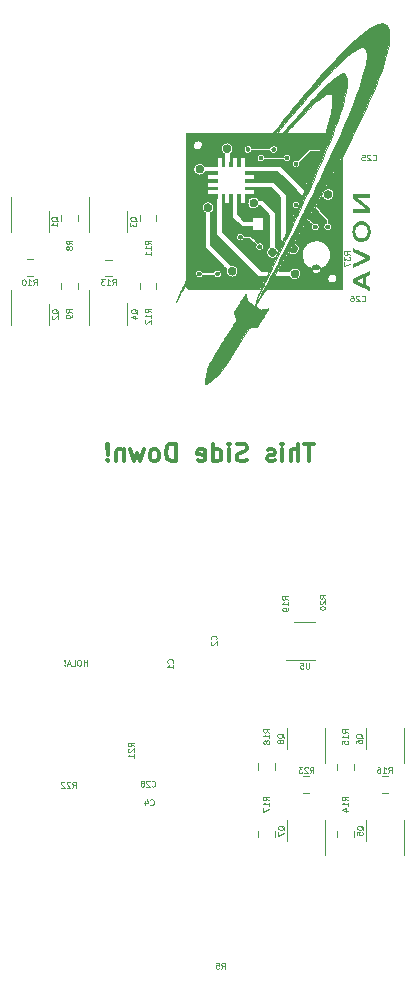
<source format=gbr>
%TF.GenerationSoftware,KiCad,Pcbnew,(6.0.2)*%
%TF.CreationDate,2022-04-15T22:59:47-04:00*%
%TF.ProjectId,Nova,4e6f7661-2e6b-4696-9361-645f70636258,rev?*%
%TF.SameCoordinates,Original*%
%TF.FileFunction,Legend,Bot*%
%TF.FilePolarity,Positive*%
%FSLAX46Y46*%
G04 Gerber Fmt 4.6, Leading zero omitted, Abs format (unit mm)*
G04 Created by KiCad (PCBNEW (6.0.2)) date 2022-04-15 22:59:47*
%MOMM*%
%LPD*%
G01*
G04 APERTURE LIST*
%ADD10C,0.300000*%
%ADD11C,0.100000*%
%ADD12C,0.120000*%
%ADD13C,0.010000*%
G04 APERTURE END LIST*
D10*
X168947142Y-86633571D02*
X168090000Y-86633571D01*
X168518571Y-88133571D02*
X168518571Y-86633571D01*
X167590000Y-88133571D02*
X167590000Y-86633571D01*
X166947142Y-88133571D02*
X166947142Y-87347857D01*
X167018571Y-87205000D01*
X167161428Y-87133571D01*
X167375714Y-87133571D01*
X167518571Y-87205000D01*
X167590000Y-87276428D01*
X166232857Y-88133571D02*
X166232857Y-87133571D01*
X166232857Y-86633571D02*
X166304285Y-86705000D01*
X166232857Y-86776428D01*
X166161428Y-86705000D01*
X166232857Y-86633571D01*
X166232857Y-86776428D01*
X165590000Y-88062142D02*
X165447142Y-88133571D01*
X165161428Y-88133571D01*
X165018571Y-88062142D01*
X164947142Y-87919285D01*
X164947142Y-87847857D01*
X165018571Y-87705000D01*
X165161428Y-87633571D01*
X165375714Y-87633571D01*
X165518571Y-87562142D01*
X165590000Y-87419285D01*
X165590000Y-87347857D01*
X165518571Y-87205000D01*
X165375714Y-87133571D01*
X165161428Y-87133571D01*
X165018571Y-87205000D01*
X163232857Y-88062142D02*
X163018571Y-88133571D01*
X162661428Y-88133571D01*
X162518571Y-88062142D01*
X162447142Y-87990714D01*
X162375714Y-87847857D01*
X162375714Y-87705000D01*
X162447142Y-87562142D01*
X162518571Y-87490714D01*
X162661428Y-87419285D01*
X162947142Y-87347857D01*
X163090000Y-87276428D01*
X163161428Y-87205000D01*
X163232857Y-87062142D01*
X163232857Y-86919285D01*
X163161428Y-86776428D01*
X163090000Y-86705000D01*
X162947142Y-86633571D01*
X162590000Y-86633571D01*
X162375714Y-86705000D01*
X161732857Y-88133571D02*
X161732857Y-87133571D01*
X161732857Y-86633571D02*
X161804285Y-86705000D01*
X161732857Y-86776428D01*
X161661428Y-86705000D01*
X161732857Y-86633571D01*
X161732857Y-86776428D01*
X160375714Y-88133571D02*
X160375714Y-86633571D01*
X160375714Y-88062142D02*
X160518571Y-88133571D01*
X160804285Y-88133571D01*
X160947142Y-88062142D01*
X161018571Y-87990714D01*
X161090000Y-87847857D01*
X161090000Y-87419285D01*
X161018571Y-87276428D01*
X160947142Y-87205000D01*
X160804285Y-87133571D01*
X160518571Y-87133571D01*
X160375714Y-87205000D01*
X159090000Y-88062142D02*
X159232857Y-88133571D01*
X159518571Y-88133571D01*
X159661428Y-88062142D01*
X159732857Y-87919285D01*
X159732857Y-87347857D01*
X159661428Y-87205000D01*
X159518571Y-87133571D01*
X159232857Y-87133571D01*
X159090000Y-87205000D01*
X159018571Y-87347857D01*
X159018571Y-87490714D01*
X159732857Y-87633571D01*
X157232857Y-88133571D02*
X157232857Y-86633571D01*
X156875714Y-86633571D01*
X156661428Y-86705000D01*
X156518571Y-86847857D01*
X156447142Y-86990714D01*
X156375714Y-87276428D01*
X156375714Y-87490714D01*
X156447142Y-87776428D01*
X156518571Y-87919285D01*
X156661428Y-88062142D01*
X156875714Y-88133571D01*
X157232857Y-88133571D01*
X155518571Y-88133571D02*
X155661428Y-88062142D01*
X155732857Y-87990714D01*
X155804285Y-87847857D01*
X155804285Y-87419285D01*
X155732857Y-87276428D01*
X155661428Y-87205000D01*
X155518571Y-87133571D01*
X155304285Y-87133571D01*
X155161428Y-87205000D01*
X155090000Y-87276428D01*
X155018571Y-87419285D01*
X155018571Y-87847857D01*
X155090000Y-87990714D01*
X155161428Y-88062142D01*
X155304285Y-88133571D01*
X155518571Y-88133571D01*
X154518571Y-87133571D02*
X154232857Y-88133571D01*
X153947142Y-87419285D01*
X153661428Y-88133571D01*
X153375714Y-87133571D01*
X152804285Y-87133571D02*
X152804285Y-88133571D01*
X152804285Y-87276428D02*
X152732857Y-87205000D01*
X152590000Y-87133571D01*
X152375714Y-87133571D01*
X152232857Y-87205000D01*
X152161428Y-87347857D01*
X152161428Y-88133571D01*
X151447142Y-87990714D02*
X151375714Y-88062142D01*
X151447142Y-88133571D01*
X151518571Y-88062142D01*
X151447142Y-87990714D01*
X151447142Y-88133571D01*
X151447142Y-87562142D02*
X151518571Y-86705000D01*
X151447142Y-86633571D01*
X151375714Y-86705000D01*
X151447142Y-87562142D01*
X151447142Y-86633571D01*
D11*
X149705476Y-105431190D02*
X149705476Y-104931190D01*
X149705476Y-105169285D02*
X149419761Y-105169285D01*
X149419761Y-105431190D02*
X149419761Y-104931190D01*
X149086428Y-104931190D02*
X148991190Y-104931190D01*
X148943571Y-104955000D01*
X148895952Y-105002619D01*
X148872142Y-105097857D01*
X148872142Y-105264523D01*
X148895952Y-105359761D01*
X148943571Y-105407380D01*
X148991190Y-105431190D01*
X149086428Y-105431190D01*
X149134047Y-105407380D01*
X149181666Y-105359761D01*
X149205476Y-105264523D01*
X149205476Y-105097857D01*
X149181666Y-105002619D01*
X149134047Y-104955000D01*
X149086428Y-104931190D01*
X148419761Y-105431190D02*
X148657857Y-105431190D01*
X148657857Y-104931190D01*
X148276904Y-105288333D02*
X148038809Y-105288333D01*
X148324523Y-105431190D02*
X148157857Y-104931190D01*
X147991190Y-105431190D01*
X147824523Y-105383571D02*
X147800714Y-105407380D01*
X147824523Y-105431190D01*
X147848333Y-105407380D01*
X147824523Y-105383571D01*
X147824523Y-105431190D01*
X147824523Y-105240714D02*
X147848333Y-104955000D01*
X147824523Y-104931190D01*
X147800714Y-104955000D01*
X147824523Y-105240714D01*
X147824523Y-104931190D01*
%TO.C,C1*%
X156958571Y-105196666D02*
X156982380Y-105172857D01*
X157006190Y-105101428D01*
X157006190Y-105053809D01*
X156982380Y-104982380D01*
X156934761Y-104934761D01*
X156887142Y-104910952D01*
X156791904Y-104887142D01*
X156720476Y-104887142D01*
X156625238Y-104910952D01*
X156577619Y-104934761D01*
X156530000Y-104982380D01*
X156506190Y-105053809D01*
X156506190Y-105101428D01*
X156530000Y-105172857D01*
X156553809Y-105196666D01*
X157006190Y-105672857D02*
X157006190Y-105387142D01*
X157006190Y-105530000D02*
X156506190Y-105530000D01*
X156577619Y-105482380D01*
X156625238Y-105434761D01*
X156649047Y-105387142D01*
%TO.C,C2*%
X160648571Y-103216666D02*
X160672380Y-103192857D01*
X160696190Y-103121428D01*
X160696190Y-103073809D01*
X160672380Y-103002380D01*
X160624761Y-102954761D01*
X160577142Y-102930952D01*
X160481904Y-102907142D01*
X160410476Y-102907142D01*
X160315238Y-102930952D01*
X160267619Y-102954761D01*
X160220000Y-103002380D01*
X160196190Y-103073809D01*
X160196190Y-103121428D01*
X160220000Y-103192857D01*
X160243809Y-103216666D01*
X160243809Y-103407142D02*
X160220000Y-103430952D01*
X160196190Y-103478571D01*
X160196190Y-103597619D01*
X160220000Y-103645238D01*
X160243809Y-103669047D01*
X160291428Y-103692857D01*
X160339047Y-103692857D01*
X160410476Y-103669047D01*
X160696190Y-103383333D01*
X160696190Y-103692857D01*
%TO.C,C4*%
X155058333Y-117203571D02*
X155082142Y-117227380D01*
X155153571Y-117251190D01*
X155201190Y-117251190D01*
X155272619Y-117227380D01*
X155320238Y-117179761D01*
X155344047Y-117132142D01*
X155367857Y-117036904D01*
X155367857Y-116965476D01*
X155344047Y-116870238D01*
X155320238Y-116822619D01*
X155272619Y-116775000D01*
X155201190Y-116751190D01*
X155153571Y-116751190D01*
X155082142Y-116775000D01*
X155058333Y-116798809D01*
X154629761Y-116917857D02*
X154629761Y-117251190D01*
X154748809Y-116727380D02*
X154867857Y-117084523D01*
X154558333Y-117084523D01*
%TO.C,C25*%
X173896228Y-62613571D02*
X173920038Y-62637380D01*
X173991466Y-62661190D01*
X174039085Y-62661190D01*
X174110514Y-62637380D01*
X174158133Y-62589761D01*
X174181942Y-62542142D01*
X174205752Y-62446904D01*
X174205752Y-62375476D01*
X174181942Y-62280238D01*
X174158133Y-62232619D01*
X174110514Y-62185000D01*
X174039085Y-62161190D01*
X173991466Y-62161190D01*
X173920038Y-62185000D01*
X173896228Y-62208809D01*
X173705752Y-62208809D02*
X173681942Y-62185000D01*
X173634323Y-62161190D01*
X173515276Y-62161190D01*
X173467657Y-62185000D01*
X173443847Y-62208809D01*
X173420038Y-62256428D01*
X173420038Y-62304047D01*
X173443847Y-62375476D01*
X173729561Y-62661190D01*
X173420038Y-62661190D01*
X172967657Y-62161190D02*
X173205752Y-62161190D01*
X173229561Y-62399285D01*
X173205752Y-62375476D01*
X173158133Y-62351666D01*
X173039085Y-62351666D01*
X172991466Y-62375476D01*
X172967657Y-62399285D01*
X172943847Y-62446904D01*
X172943847Y-62565952D01*
X172967657Y-62613571D01*
X172991466Y-62637380D01*
X173039085Y-62661190D01*
X173158133Y-62661190D01*
X173205752Y-62637380D01*
X173229561Y-62613571D01*
%TO.C,C26*%
X172961428Y-74558571D02*
X172985238Y-74582380D01*
X173056666Y-74606190D01*
X173104285Y-74606190D01*
X173175714Y-74582380D01*
X173223333Y-74534761D01*
X173247142Y-74487142D01*
X173270952Y-74391904D01*
X173270952Y-74320476D01*
X173247142Y-74225238D01*
X173223333Y-74177619D01*
X173175714Y-74130000D01*
X173104285Y-74106190D01*
X173056666Y-74106190D01*
X172985238Y-74130000D01*
X172961428Y-74153809D01*
X172770952Y-74153809D02*
X172747142Y-74130000D01*
X172699523Y-74106190D01*
X172580476Y-74106190D01*
X172532857Y-74130000D01*
X172509047Y-74153809D01*
X172485238Y-74201428D01*
X172485238Y-74249047D01*
X172509047Y-74320476D01*
X172794761Y-74606190D01*
X172485238Y-74606190D01*
X172056666Y-74106190D02*
X172151904Y-74106190D01*
X172199523Y-74130000D01*
X172223333Y-74153809D01*
X172270952Y-74225238D01*
X172294761Y-74320476D01*
X172294761Y-74510952D01*
X172270952Y-74558571D01*
X172247142Y-74582380D01*
X172199523Y-74606190D01*
X172104285Y-74606190D01*
X172056666Y-74582380D01*
X172032857Y-74558571D01*
X172009047Y-74510952D01*
X172009047Y-74391904D01*
X172032857Y-74344285D01*
X172056666Y-74320476D01*
X172104285Y-74296666D01*
X172199523Y-74296666D01*
X172247142Y-74320476D01*
X172270952Y-74344285D01*
X172294761Y-74391904D01*
%TO.C,C28*%
X155196428Y-115628571D02*
X155220238Y-115652380D01*
X155291666Y-115676190D01*
X155339285Y-115676190D01*
X155410714Y-115652380D01*
X155458333Y-115604761D01*
X155482142Y-115557142D01*
X155505952Y-115461904D01*
X155505952Y-115390476D01*
X155482142Y-115295238D01*
X155458333Y-115247619D01*
X155410714Y-115200000D01*
X155339285Y-115176190D01*
X155291666Y-115176190D01*
X155220238Y-115200000D01*
X155196428Y-115223809D01*
X155005952Y-115223809D02*
X154982142Y-115200000D01*
X154934523Y-115176190D01*
X154815476Y-115176190D01*
X154767857Y-115200000D01*
X154744047Y-115223809D01*
X154720238Y-115271428D01*
X154720238Y-115319047D01*
X154744047Y-115390476D01*
X155029761Y-115676190D01*
X154720238Y-115676190D01*
X154434523Y-115390476D02*
X154482142Y-115366666D01*
X154505952Y-115342857D01*
X154529761Y-115295238D01*
X154529761Y-115271428D01*
X154505952Y-115223809D01*
X154482142Y-115200000D01*
X154434523Y-115176190D01*
X154339285Y-115176190D01*
X154291666Y-115200000D01*
X154267857Y-115223809D01*
X154244047Y-115271428D01*
X154244047Y-115295238D01*
X154267857Y-115342857D01*
X154291666Y-115366666D01*
X154339285Y-115390476D01*
X154434523Y-115390476D01*
X154482142Y-115414285D01*
X154505952Y-115438095D01*
X154529761Y-115485714D01*
X154529761Y-115580952D01*
X154505952Y-115628571D01*
X154482142Y-115652380D01*
X154434523Y-115676190D01*
X154339285Y-115676190D01*
X154291666Y-115652380D01*
X154267857Y-115628571D01*
X154244047Y-115580952D01*
X154244047Y-115485714D01*
X154267857Y-115438095D01*
X154291666Y-115414285D01*
X154339285Y-115390476D01*
%TO.C,Q1*%
X147248809Y-67802380D02*
X147225000Y-67754761D01*
X147177380Y-67707142D01*
X147105952Y-67635714D01*
X147082142Y-67588095D01*
X147082142Y-67540476D01*
X147201190Y-67564285D02*
X147177380Y-67516666D01*
X147129761Y-67469047D01*
X147034523Y-67445238D01*
X146867857Y-67445238D01*
X146772619Y-67469047D01*
X146725000Y-67516666D01*
X146701190Y-67564285D01*
X146701190Y-67659523D01*
X146725000Y-67707142D01*
X146772619Y-67754761D01*
X146867857Y-67778571D01*
X147034523Y-67778571D01*
X147129761Y-67754761D01*
X147177380Y-67707142D01*
X147201190Y-67659523D01*
X147201190Y-67564285D01*
X147201190Y-68254761D02*
X147201190Y-67969047D01*
X147201190Y-68111904D02*
X146701190Y-68111904D01*
X146772619Y-68064285D01*
X146820238Y-68016666D01*
X146844047Y-67969047D01*
%TO.C,Q2*%
X147273809Y-75627380D02*
X147250000Y-75579761D01*
X147202380Y-75532142D01*
X147130952Y-75460714D01*
X147107142Y-75413095D01*
X147107142Y-75365476D01*
X147226190Y-75389285D02*
X147202380Y-75341666D01*
X147154761Y-75294047D01*
X147059523Y-75270238D01*
X146892857Y-75270238D01*
X146797619Y-75294047D01*
X146750000Y-75341666D01*
X146726190Y-75389285D01*
X146726190Y-75484523D01*
X146750000Y-75532142D01*
X146797619Y-75579761D01*
X146892857Y-75603571D01*
X147059523Y-75603571D01*
X147154761Y-75579761D01*
X147202380Y-75532142D01*
X147226190Y-75484523D01*
X147226190Y-75389285D01*
X146773809Y-75794047D02*
X146750000Y-75817857D01*
X146726190Y-75865476D01*
X146726190Y-75984523D01*
X146750000Y-76032142D01*
X146773809Y-76055952D01*
X146821428Y-76079761D01*
X146869047Y-76079761D01*
X146940476Y-76055952D01*
X147226190Y-75770238D01*
X147226190Y-76079761D01*
%TO.C,Q3*%
X153923809Y-67802380D02*
X153900000Y-67754761D01*
X153852380Y-67707142D01*
X153780952Y-67635714D01*
X153757142Y-67588095D01*
X153757142Y-67540476D01*
X153876190Y-67564285D02*
X153852380Y-67516666D01*
X153804761Y-67469047D01*
X153709523Y-67445238D01*
X153542857Y-67445238D01*
X153447619Y-67469047D01*
X153400000Y-67516666D01*
X153376190Y-67564285D01*
X153376190Y-67659523D01*
X153400000Y-67707142D01*
X153447619Y-67754761D01*
X153542857Y-67778571D01*
X153709523Y-67778571D01*
X153804761Y-67754761D01*
X153852380Y-67707142D01*
X153876190Y-67659523D01*
X153876190Y-67564285D01*
X153376190Y-67945238D02*
X153376190Y-68254761D01*
X153566666Y-68088095D01*
X153566666Y-68159523D01*
X153590476Y-68207142D01*
X153614285Y-68230952D01*
X153661904Y-68254761D01*
X153780952Y-68254761D01*
X153828571Y-68230952D01*
X153852380Y-68207142D01*
X153876190Y-68159523D01*
X153876190Y-68016666D01*
X153852380Y-67969047D01*
X153828571Y-67945238D01*
%TO.C,Q4*%
X153973809Y-75627380D02*
X153950000Y-75579761D01*
X153902380Y-75532142D01*
X153830952Y-75460714D01*
X153807142Y-75413095D01*
X153807142Y-75365476D01*
X153926190Y-75389285D02*
X153902380Y-75341666D01*
X153854761Y-75294047D01*
X153759523Y-75270238D01*
X153592857Y-75270238D01*
X153497619Y-75294047D01*
X153450000Y-75341666D01*
X153426190Y-75389285D01*
X153426190Y-75484523D01*
X153450000Y-75532142D01*
X153497619Y-75579761D01*
X153592857Y-75603571D01*
X153759523Y-75603571D01*
X153854761Y-75579761D01*
X153902380Y-75532142D01*
X153926190Y-75484523D01*
X153926190Y-75389285D01*
X153592857Y-76032142D02*
X153926190Y-76032142D01*
X153402380Y-75913095D02*
X153759523Y-75794047D01*
X153759523Y-76103571D01*
%TO.C,Q5*%
X173098809Y-119352380D02*
X173075000Y-119304761D01*
X173027380Y-119257142D01*
X172955952Y-119185714D01*
X172932142Y-119138095D01*
X172932142Y-119090476D01*
X173051190Y-119114285D02*
X173027380Y-119066666D01*
X172979761Y-119019047D01*
X172884523Y-118995238D01*
X172717857Y-118995238D01*
X172622619Y-119019047D01*
X172575000Y-119066666D01*
X172551190Y-119114285D01*
X172551190Y-119209523D01*
X172575000Y-119257142D01*
X172622619Y-119304761D01*
X172717857Y-119328571D01*
X172884523Y-119328571D01*
X172979761Y-119304761D01*
X173027380Y-119257142D01*
X173051190Y-119209523D01*
X173051190Y-119114285D01*
X172551190Y-119780952D02*
X172551190Y-119542857D01*
X172789285Y-119519047D01*
X172765476Y-119542857D01*
X172741666Y-119590476D01*
X172741666Y-119709523D01*
X172765476Y-119757142D01*
X172789285Y-119780952D01*
X172836904Y-119804761D01*
X172955952Y-119804761D01*
X173003571Y-119780952D01*
X173027380Y-119757142D01*
X173051190Y-119709523D01*
X173051190Y-119590476D01*
X173027380Y-119542857D01*
X173003571Y-119519047D01*
%TO.C,Q6*%
X173048809Y-111577380D02*
X173025000Y-111529761D01*
X172977380Y-111482142D01*
X172905952Y-111410714D01*
X172882142Y-111363095D01*
X172882142Y-111315476D01*
X173001190Y-111339285D02*
X172977380Y-111291666D01*
X172929761Y-111244047D01*
X172834523Y-111220238D01*
X172667857Y-111220238D01*
X172572619Y-111244047D01*
X172525000Y-111291666D01*
X172501190Y-111339285D01*
X172501190Y-111434523D01*
X172525000Y-111482142D01*
X172572619Y-111529761D01*
X172667857Y-111553571D01*
X172834523Y-111553571D01*
X172929761Y-111529761D01*
X172977380Y-111482142D01*
X173001190Y-111434523D01*
X173001190Y-111339285D01*
X172501190Y-111982142D02*
X172501190Y-111886904D01*
X172525000Y-111839285D01*
X172548809Y-111815476D01*
X172620238Y-111767857D01*
X172715476Y-111744047D01*
X172905952Y-111744047D01*
X172953571Y-111767857D01*
X172977380Y-111791666D01*
X173001190Y-111839285D01*
X173001190Y-111934523D01*
X172977380Y-111982142D01*
X172953571Y-112005952D01*
X172905952Y-112029761D01*
X172786904Y-112029761D01*
X172739285Y-112005952D01*
X172715476Y-111982142D01*
X172691666Y-111934523D01*
X172691666Y-111839285D01*
X172715476Y-111791666D01*
X172739285Y-111767857D01*
X172786904Y-111744047D01*
%TO.C,Q7*%
X166423809Y-119352380D02*
X166400000Y-119304761D01*
X166352380Y-119257142D01*
X166280952Y-119185714D01*
X166257142Y-119138095D01*
X166257142Y-119090476D01*
X166376190Y-119114285D02*
X166352380Y-119066666D01*
X166304761Y-119019047D01*
X166209523Y-118995238D01*
X166042857Y-118995238D01*
X165947619Y-119019047D01*
X165900000Y-119066666D01*
X165876190Y-119114285D01*
X165876190Y-119209523D01*
X165900000Y-119257142D01*
X165947619Y-119304761D01*
X166042857Y-119328571D01*
X166209523Y-119328571D01*
X166304761Y-119304761D01*
X166352380Y-119257142D01*
X166376190Y-119209523D01*
X166376190Y-119114285D01*
X165876190Y-119495238D02*
X165876190Y-119828571D01*
X166376190Y-119614285D01*
%TO.C,Q8*%
X166373809Y-111552380D02*
X166350000Y-111504761D01*
X166302380Y-111457142D01*
X166230952Y-111385714D01*
X166207142Y-111338095D01*
X166207142Y-111290476D01*
X166326190Y-111314285D02*
X166302380Y-111266666D01*
X166254761Y-111219047D01*
X166159523Y-111195238D01*
X165992857Y-111195238D01*
X165897619Y-111219047D01*
X165850000Y-111266666D01*
X165826190Y-111314285D01*
X165826190Y-111409523D01*
X165850000Y-111457142D01*
X165897619Y-111504761D01*
X165992857Y-111528571D01*
X166159523Y-111528571D01*
X166254761Y-111504761D01*
X166302380Y-111457142D01*
X166326190Y-111409523D01*
X166326190Y-111314285D01*
X166040476Y-111814285D02*
X166016666Y-111766666D01*
X165992857Y-111742857D01*
X165945238Y-111719047D01*
X165921428Y-111719047D01*
X165873809Y-111742857D01*
X165850000Y-111766666D01*
X165826190Y-111814285D01*
X165826190Y-111909523D01*
X165850000Y-111957142D01*
X165873809Y-111980952D01*
X165921428Y-112004761D01*
X165945238Y-112004761D01*
X165992857Y-111980952D01*
X166016666Y-111957142D01*
X166040476Y-111909523D01*
X166040476Y-111814285D01*
X166064285Y-111766666D01*
X166088095Y-111742857D01*
X166135714Y-111719047D01*
X166230952Y-111719047D01*
X166278571Y-111742857D01*
X166302380Y-111766666D01*
X166326190Y-111814285D01*
X166326190Y-111909523D01*
X166302380Y-111957142D01*
X166278571Y-111980952D01*
X166230952Y-112004761D01*
X166135714Y-112004761D01*
X166088095Y-111980952D01*
X166064285Y-111957142D01*
X166040476Y-111909523D01*
%TO.C,R5*%
X161083333Y-131101190D02*
X161250000Y-130863095D01*
X161369047Y-131101190D02*
X161369047Y-130601190D01*
X161178571Y-130601190D01*
X161130952Y-130625000D01*
X161107142Y-130648809D01*
X161083333Y-130696428D01*
X161083333Y-130767857D01*
X161107142Y-130815476D01*
X161130952Y-130839285D01*
X161178571Y-130863095D01*
X161369047Y-130863095D01*
X160630952Y-130601190D02*
X160869047Y-130601190D01*
X160892857Y-130839285D01*
X160869047Y-130815476D01*
X160821428Y-130791666D01*
X160702380Y-130791666D01*
X160654761Y-130815476D01*
X160630952Y-130839285D01*
X160607142Y-130886904D01*
X160607142Y-131005952D01*
X160630952Y-131053571D01*
X160654761Y-131077380D01*
X160702380Y-131101190D01*
X160821428Y-131101190D01*
X160869047Y-131077380D01*
X160892857Y-131053571D01*
%TO.C,R8*%
X148451190Y-69741666D02*
X148213095Y-69575000D01*
X148451190Y-69455952D02*
X147951190Y-69455952D01*
X147951190Y-69646428D01*
X147975000Y-69694047D01*
X147998809Y-69717857D01*
X148046428Y-69741666D01*
X148117857Y-69741666D01*
X148165476Y-69717857D01*
X148189285Y-69694047D01*
X148213095Y-69646428D01*
X148213095Y-69455952D01*
X148165476Y-70027380D02*
X148141666Y-69979761D01*
X148117857Y-69955952D01*
X148070238Y-69932142D01*
X148046428Y-69932142D01*
X147998809Y-69955952D01*
X147975000Y-69979761D01*
X147951190Y-70027380D01*
X147951190Y-70122619D01*
X147975000Y-70170238D01*
X147998809Y-70194047D01*
X148046428Y-70217857D01*
X148070238Y-70217857D01*
X148117857Y-70194047D01*
X148141666Y-70170238D01*
X148165476Y-70122619D01*
X148165476Y-70027380D01*
X148189285Y-69979761D01*
X148213095Y-69955952D01*
X148260714Y-69932142D01*
X148355952Y-69932142D01*
X148403571Y-69955952D01*
X148427380Y-69979761D01*
X148451190Y-70027380D01*
X148451190Y-70122619D01*
X148427380Y-70170238D01*
X148403571Y-70194047D01*
X148355952Y-70217857D01*
X148260714Y-70217857D01*
X148213095Y-70194047D01*
X148189285Y-70170238D01*
X148165476Y-70122619D01*
%TO.C,R9*%
X148426190Y-75541666D02*
X148188095Y-75375000D01*
X148426190Y-75255952D02*
X147926190Y-75255952D01*
X147926190Y-75446428D01*
X147950000Y-75494047D01*
X147973809Y-75517857D01*
X148021428Y-75541666D01*
X148092857Y-75541666D01*
X148140476Y-75517857D01*
X148164285Y-75494047D01*
X148188095Y-75446428D01*
X148188095Y-75255952D01*
X148426190Y-75779761D02*
X148426190Y-75875000D01*
X148402380Y-75922619D01*
X148378571Y-75946428D01*
X148307142Y-75994047D01*
X148211904Y-76017857D01*
X148021428Y-76017857D01*
X147973809Y-75994047D01*
X147950000Y-75970238D01*
X147926190Y-75922619D01*
X147926190Y-75827380D01*
X147950000Y-75779761D01*
X147973809Y-75755952D01*
X148021428Y-75732142D01*
X148140476Y-75732142D01*
X148188095Y-75755952D01*
X148211904Y-75779761D01*
X148235714Y-75827380D01*
X148235714Y-75922619D01*
X148211904Y-75970238D01*
X148188095Y-75994047D01*
X148140476Y-76017857D01*
%TO.C,R10*%
X145171428Y-73226190D02*
X145338095Y-72988095D01*
X145457142Y-73226190D02*
X145457142Y-72726190D01*
X145266666Y-72726190D01*
X145219047Y-72750000D01*
X145195238Y-72773809D01*
X145171428Y-72821428D01*
X145171428Y-72892857D01*
X145195238Y-72940476D01*
X145219047Y-72964285D01*
X145266666Y-72988095D01*
X145457142Y-72988095D01*
X144695238Y-73226190D02*
X144980952Y-73226190D01*
X144838095Y-73226190D02*
X144838095Y-72726190D01*
X144885714Y-72797619D01*
X144933333Y-72845238D01*
X144980952Y-72869047D01*
X144385714Y-72726190D02*
X144338095Y-72726190D01*
X144290476Y-72750000D01*
X144266666Y-72773809D01*
X144242857Y-72821428D01*
X144219047Y-72916666D01*
X144219047Y-73035714D01*
X144242857Y-73130952D01*
X144266666Y-73178571D01*
X144290476Y-73202380D01*
X144338095Y-73226190D01*
X144385714Y-73226190D01*
X144433333Y-73202380D01*
X144457142Y-73178571D01*
X144480952Y-73130952D01*
X144504761Y-73035714D01*
X144504761Y-72916666D01*
X144480952Y-72821428D01*
X144457142Y-72773809D01*
X144433333Y-72750000D01*
X144385714Y-72726190D01*
%TO.C,R11*%
X155101190Y-69753571D02*
X154863095Y-69586904D01*
X155101190Y-69467857D02*
X154601190Y-69467857D01*
X154601190Y-69658333D01*
X154625000Y-69705952D01*
X154648809Y-69729761D01*
X154696428Y-69753571D01*
X154767857Y-69753571D01*
X154815476Y-69729761D01*
X154839285Y-69705952D01*
X154863095Y-69658333D01*
X154863095Y-69467857D01*
X155101190Y-70229761D02*
X155101190Y-69944047D01*
X155101190Y-70086904D02*
X154601190Y-70086904D01*
X154672619Y-70039285D01*
X154720238Y-69991666D01*
X154744047Y-69944047D01*
X155101190Y-70705952D02*
X155101190Y-70420238D01*
X155101190Y-70563095D02*
X154601190Y-70563095D01*
X154672619Y-70515476D01*
X154720238Y-70467857D01*
X154744047Y-70420238D01*
%TO.C,R12*%
X155101190Y-75528571D02*
X154863095Y-75361904D01*
X155101190Y-75242857D02*
X154601190Y-75242857D01*
X154601190Y-75433333D01*
X154625000Y-75480952D01*
X154648809Y-75504761D01*
X154696428Y-75528571D01*
X154767857Y-75528571D01*
X154815476Y-75504761D01*
X154839285Y-75480952D01*
X154863095Y-75433333D01*
X154863095Y-75242857D01*
X155101190Y-76004761D02*
X155101190Y-75719047D01*
X155101190Y-75861904D02*
X154601190Y-75861904D01*
X154672619Y-75814285D01*
X154720238Y-75766666D01*
X154744047Y-75719047D01*
X154648809Y-76195238D02*
X154625000Y-76219047D01*
X154601190Y-76266666D01*
X154601190Y-76385714D01*
X154625000Y-76433333D01*
X154648809Y-76457142D01*
X154696428Y-76480952D01*
X154744047Y-76480952D01*
X154815476Y-76457142D01*
X155101190Y-76171428D01*
X155101190Y-76480952D01*
%TO.C,R13*%
X151846428Y-73201190D02*
X152013095Y-72963095D01*
X152132142Y-73201190D02*
X152132142Y-72701190D01*
X151941666Y-72701190D01*
X151894047Y-72725000D01*
X151870238Y-72748809D01*
X151846428Y-72796428D01*
X151846428Y-72867857D01*
X151870238Y-72915476D01*
X151894047Y-72939285D01*
X151941666Y-72963095D01*
X152132142Y-72963095D01*
X151370238Y-73201190D02*
X151655952Y-73201190D01*
X151513095Y-73201190D02*
X151513095Y-72701190D01*
X151560714Y-72772619D01*
X151608333Y-72820238D01*
X151655952Y-72844047D01*
X151203571Y-72701190D02*
X150894047Y-72701190D01*
X151060714Y-72891666D01*
X150989285Y-72891666D01*
X150941666Y-72915476D01*
X150917857Y-72939285D01*
X150894047Y-72986904D01*
X150894047Y-73105952D01*
X150917857Y-73153571D01*
X150941666Y-73177380D01*
X150989285Y-73201190D01*
X151132142Y-73201190D01*
X151179761Y-73177380D01*
X151203571Y-73153571D01*
%TO.C,R14*%
X171801190Y-116853571D02*
X171563095Y-116686904D01*
X171801190Y-116567857D02*
X171301190Y-116567857D01*
X171301190Y-116758333D01*
X171325000Y-116805952D01*
X171348809Y-116829761D01*
X171396428Y-116853571D01*
X171467857Y-116853571D01*
X171515476Y-116829761D01*
X171539285Y-116805952D01*
X171563095Y-116758333D01*
X171563095Y-116567857D01*
X171801190Y-117329761D02*
X171801190Y-117044047D01*
X171801190Y-117186904D02*
X171301190Y-117186904D01*
X171372619Y-117139285D01*
X171420238Y-117091666D01*
X171444047Y-117044047D01*
X171467857Y-117758333D02*
X171801190Y-117758333D01*
X171277380Y-117639285D02*
X171634523Y-117520238D01*
X171634523Y-117829761D01*
%TO.C,R15*%
X171801190Y-111128571D02*
X171563095Y-110961904D01*
X171801190Y-110842857D02*
X171301190Y-110842857D01*
X171301190Y-111033333D01*
X171325000Y-111080952D01*
X171348809Y-111104761D01*
X171396428Y-111128571D01*
X171467857Y-111128571D01*
X171515476Y-111104761D01*
X171539285Y-111080952D01*
X171563095Y-111033333D01*
X171563095Y-110842857D01*
X171801190Y-111604761D02*
X171801190Y-111319047D01*
X171801190Y-111461904D02*
X171301190Y-111461904D01*
X171372619Y-111414285D01*
X171420238Y-111366666D01*
X171444047Y-111319047D01*
X171301190Y-112057142D02*
X171301190Y-111819047D01*
X171539285Y-111795238D01*
X171515476Y-111819047D01*
X171491666Y-111866666D01*
X171491666Y-111985714D01*
X171515476Y-112033333D01*
X171539285Y-112057142D01*
X171586904Y-112080952D01*
X171705952Y-112080952D01*
X171753571Y-112057142D01*
X171777380Y-112033333D01*
X171801190Y-111985714D01*
X171801190Y-111866666D01*
X171777380Y-111819047D01*
X171753571Y-111795238D01*
%TO.C,R16*%
X175221428Y-114526190D02*
X175388095Y-114288095D01*
X175507142Y-114526190D02*
X175507142Y-114026190D01*
X175316666Y-114026190D01*
X175269047Y-114050000D01*
X175245238Y-114073809D01*
X175221428Y-114121428D01*
X175221428Y-114192857D01*
X175245238Y-114240476D01*
X175269047Y-114264285D01*
X175316666Y-114288095D01*
X175507142Y-114288095D01*
X174745238Y-114526190D02*
X175030952Y-114526190D01*
X174888095Y-114526190D02*
X174888095Y-114026190D01*
X174935714Y-114097619D01*
X174983333Y-114145238D01*
X175030952Y-114169047D01*
X174316666Y-114026190D02*
X174411904Y-114026190D01*
X174459523Y-114050000D01*
X174483333Y-114073809D01*
X174530952Y-114145238D01*
X174554761Y-114240476D01*
X174554761Y-114430952D01*
X174530952Y-114478571D01*
X174507142Y-114502380D01*
X174459523Y-114526190D01*
X174364285Y-114526190D01*
X174316666Y-114502380D01*
X174292857Y-114478571D01*
X174269047Y-114430952D01*
X174269047Y-114311904D01*
X174292857Y-114264285D01*
X174316666Y-114240476D01*
X174364285Y-114216666D01*
X174459523Y-114216666D01*
X174507142Y-114240476D01*
X174530952Y-114264285D01*
X174554761Y-114311904D01*
%TO.C,R17*%
X165101190Y-116853571D02*
X164863095Y-116686904D01*
X165101190Y-116567857D02*
X164601190Y-116567857D01*
X164601190Y-116758333D01*
X164625000Y-116805952D01*
X164648809Y-116829761D01*
X164696428Y-116853571D01*
X164767857Y-116853571D01*
X164815476Y-116829761D01*
X164839285Y-116805952D01*
X164863095Y-116758333D01*
X164863095Y-116567857D01*
X165101190Y-117329761D02*
X165101190Y-117044047D01*
X165101190Y-117186904D02*
X164601190Y-117186904D01*
X164672619Y-117139285D01*
X164720238Y-117091666D01*
X164744047Y-117044047D01*
X164601190Y-117496428D02*
X164601190Y-117829761D01*
X165101190Y-117615476D01*
%TO.C,R18*%
X165151190Y-111103571D02*
X164913095Y-110936904D01*
X165151190Y-110817857D02*
X164651190Y-110817857D01*
X164651190Y-111008333D01*
X164675000Y-111055952D01*
X164698809Y-111079761D01*
X164746428Y-111103571D01*
X164817857Y-111103571D01*
X164865476Y-111079761D01*
X164889285Y-111055952D01*
X164913095Y-111008333D01*
X164913095Y-110817857D01*
X165151190Y-111579761D02*
X165151190Y-111294047D01*
X165151190Y-111436904D02*
X164651190Y-111436904D01*
X164722619Y-111389285D01*
X164770238Y-111341666D01*
X164794047Y-111294047D01*
X164865476Y-111865476D02*
X164841666Y-111817857D01*
X164817857Y-111794047D01*
X164770238Y-111770238D01*
X164746428Y-111770238D01*
X164698809Y-111794047D01*
X164675000Y-111817857D01*
X164651190Y-111865476D01*
X164651190Y-111960714D01*
X164675000Y-112008333D01*
X164698809Y-112032142D01*
X164746428Y-112055952D01*
X164770238Y-112055952D01*
X164817857Y-112032142D01*
X164841666Y-112008333D01*
X164865476Y-111960714D01*
X164865476Y-111865476D01*
X164889285Y-111817857D01*
X164913095Y-111794047D01*
X164960714Y-111770238D01*
X165055952Y-111770238D01*
X165103571Y-111794047D01*
X165127380Y-111817857D01*
X165151190Y-111865476D01*
X165151190Y-111960714D01*
X165127380Y-112008333D01*
X165103571Y-112032142D01*
X165055952Y-112055952D01*
X164960714Y-112055952D01*
X164913095Y-112032142D01*
X164889285Y-112008333D01*
X164865476Y-111960714D01*
%TO.C,R19*%
X166751190Y-99853571D02*
X166513095Y-99686904D01*
X166751190Y-99567857D02*
X166251190Y-99567857D01*
X166251190Y-99758333D01*
X166275000Y-99805952D01*
X166298809Y-99829761D01*
X166346428Y-99853571D01*
X166417857Y-99853571D01*
X166465476Y-99829761D01*
X166489285Y-99805952D01*
X166513095Y-99758333D01*
X166513095Y-99567857D01*
X166751190Y-100329761D02*
X166751190Y-100044047D01*
X166751190Y-100186904D02*
X166251190Y-100186904D01*
X166322619Y-100139285D01*
X166370238Y-100091666D01*
X166394047Y-100044047D01*
X166751190Y-100567857D02*
X166751190Y-100663095D01*
X166727380Y-100710714D01*
X166703571Y-100734523D01*
X166632142Y-100782142D01*
X166536904Y-100805952D01*
X166346428Y-100805952D01*
X166298809Y-100782142D01*
X166275000Y-100758333D01*
X166251190Y-100710714D01*
X166251190Y-100615476D01*
X166275000Y-100567857D01*
X166298809Y-100544047D01*
X166346428Y-100520238D01*
X166465476Y-100520238D01*
X166513095Y-100544047D01*
X166536904Y-100567857D01*
X166560714Y-100615476D01*
X166560714Y-100710714D01*
X166536904Y-100758333D01*
X166513095Y-100782142D01*
X166465476Y-100805952D01*
%TO.C,R20*%
X169901190Y-99753571D02*
X169663095Y-99586904D01*
X169901190Y-99467857D02*
X169401190Y-99467857D01*
X169401190Y-99658333D01*
X169425000Y-99705952D01*
X169448809Y-99729761D01*
X169496428Y-99753571D01*
X169567857Y-99753571D01*
X169615476Y-99729761D01*
X169639285Y-99705952D01*
X169663095Y-99658333D01*
X169663095Y-99467857D01*
X169448809Y-99944047D02*
X169425000Y-99967857D01*
X169401190Y-100015476D01*
X169401190Y-100134523D01*
X169425000Y-100182142D01*
X169448809Y-100205952D01*
X169496428Y-100229761D01*
X169544047Y-100229761D01*
X169615476Y-100205952D01*
X169901190Y-99920238D01*
X169901190Y-100229761D01*
X169401190Y-100539285D02*
X169401190Y-100586904D01*
X169425000Y-100634523D01*
X169448809Y-100658333D01*
X169496428Y-100682142D01*
X169591666Y-100705952D01*
X169710714Y-100705952D01*
X169805952Y-100682142D01*
X169853571Y-100658333D01*
X169877380Y-100634523D01*
X169901190Y-100586904D01*
X169901190Y-100539285D01*
X169877380Y-100491666D01*
X169853571Y-100467857D01*
X169805952Y-100444047D01*
X169710714Y-100420238D01*
X169591666Y-100420238D01*
X169496428Y-100444047D01*
X169448809Y-100467857D01*
X169425000Y-100491666D01*
X169401190Y-100539285D01*
%TO.C,R21*%
X153676190Y-112278571D02*
X153438095Y-112111904D01*
X153676190Y-111992857D02*
X153176190Y-111992857D01*
X153176190Y-112183333D01*
X153200000Y-112230952D01*
X153223809Y-112254761D01*
X153271428Y-112278571D01*
X153342857Y-112278571D01*
X153390476Y-112254761D01*
X153414285Y-112230952D01*
X153438095Y-112183333D01*
X153438095Y-111992857D01*
X153223809Y-112469047D02*
X153200000Y-112492857D01*
X153176190Y-112540476D01*
X153176190Y-112659523D01*
X153200000Y-112707142D01*
X153223809Y-112730952D01*
X153271428Y-112754761D01*
X153319047Y-112754761D01*
X153390476Y-112730952D01*
X153676190Y-112445238D01*
X153676190Y-112754761D01*
X153676190Y-113230952D02*
X153676190Y-112945238D01*
X153676190Y-113088095D02*
X153176190Y-113088095D01*
X153247619Y-113040476D01*
X153295238Y-112992857D01*
X153319047Y-112945238D01*
%TO.C,R22*%
X148471428Y-115756190D02*
X148638095Y-115518095D01*
X148757142Y-115756190D02*
X148757142Y-115256190D01*
X148566666Y-115256190D01*
X148519047Y-115280000D01*
X148495238Y-115303809D01*
X148471428Y-115351428D01*
X148471428Y-115422857D01*
X148495238Y-115470476D01*
X148519047Y-115494285D01*
X148566666Y-115518095D01*
X148757142Y-115518095D01*
X148280952Y-115303809D02*
X148257142Y-115280000D01*
X148209523Y-115256190D01*
X148090476Y-115256190D01*
X148042857Y-115280000D01*
X148019047Y-115303809D01*
X147995238Y-115351428D01*
X147995238Y-115399047D01*
X148019047Y-115470476D01*
X148304761Y-115756190D01*
X147995238Y-115756190D01*
X147804761Y-115303809D02*
X147780952Y-115280000D01*
X147733333Y-115256190D01*
X147614285Y-115256190D01*
X147566666Y-115280000D01*
X147542857Y-115303809D01*
X147519047Y-115351428D01*
X147519047Y-115399047D01*
X147542857Y-115470476D01*
X147828571Y-115756190D01*
X147519047Y-115756190D01*
%TO.C,R23*%
X168596428Y-114526190D02*
X168763095Y-114288095D01*
X168882142Y-114526190D02*
X168882142Y-114026190D01*
X168691666Y-114026190D01*
X168644047Y-114050000D01*
X168620238Y-114073809D01*
X168596428Y-114121428D01*
X168596428Y-114192857D01*
X168620238Y-114240476D01*
X168644047Y-114264285D01*
X168691666Y-114288095D01*
X168882142Y-114288095D01*
X168405952Y-114073809D02*
X168382142Y-114050000D01*
X168334523Y-114026190D01*
X168215476Y-114026190D01*
X168167857Y-114050000D01*
X168144047Y-114073809D01*
X168120238Y-114121428D01*
X168120238Y-114169047D01*
X168144047Y-114240476D01*
X168429761Y-114526190D01*
X168120238Y-114526190D01*
X167953571Y-114026190D02*
X167644047Y-114026190D01*
X167810714Y-114216666D01*
X167739285Y-114216666D01*
X167691666Y-114240476D01*
X167667857Y-114264285D01*
X167644047Y-114311904D01*
X167644047Y-114430952D01*
X167667857Y-114478571D01*
X167691666Y-114502380D01*
X167739285Y-114526190D01*
X167882142Y-114526190D01*
X167929761Y-114502380D01*
X167953571Y-114478571D01*
%TO.C,R37*%
X171972190Y-70658571D02*
X171734095Y-70491904D01*
X171972190Y-70372857D02*
X171472190Y-70372857D01*
X171472190Y-70563333D01*
X171496000Y-70610952D01*
X171519809Y-70634761D01*
X171567428Y-70658571D01*
X171638857Y-70658571D01*
X171686476Y-70634761D01*
X171710285Y-70610952D01*
X171734095Y-70563333D01*
X171734095Y-70372857D01*
X171472190Y-70825238D02*
X171472190Y-71134761D01*
X171662666Y-70968095D01*
X171662666Y-71039523D01*
X171686476Y-71087142D01*
X171710285Y-71110952D01*
X171757904Y-71134761D01*
X171876952Y-71134761D01*
X171924571Y-71110952D01*
X171948380Y-71087142D01*
X171972190Y-71039523D01*
X171972190Y-70896666D01*
X171948380Y-70849047D01*
X171924571Y-70825238D01*
X171472190Y-71301428D02*
X171472190Y-71634761D01*
X171972190Y-71420476D01*
%TO.C,U5*%
X168530952Y-105201190D02*
X168530952Y-105605952D01*
X168507142Y-105653571D01*
X168483333Y-105677380D01*
X168435714Y-105701190D01*
X168340476Y-105701190D01*
X168292857Y-105677380D01*
X168269047Y-105653571D01*
X168245238Y-105605952D01*
X168245238Y-105201190D01*
X167769047Y-105201190D02*
X168007142Y-105201190D01*
X168030952Y-105439285D01*
X168007142Y-105415476D01*
X167959523Y-105391666D01*
X167840476Y-105391666D01*
X167792857Y-105415476D01*
X167769047Y-105439285D01*
X167745238Y-105486904D01*
X167745238Y-105605952D01*
X167769047Y-105653571D01*
X167792857Y-105677380D01*
X167840476Y-105701190D01*
X167959523Y-105701190D01*
X168007142Y-105677380D01*
X168030952Y-105653571D01*
D12*
%TO.C,Q1*%
X143240000Y-68750000D02*
X143240000Y-65800000D01*
X146460000Y-66950000D02*
X146460000Y-68750000D01*
%TO.C,Q2*%
X143240000Y-76600000D02*
X143240000Y-73650000D01*
X146460000Y-74800000D02*
X146460000Y-76600000D01*
%TO.C,Q3*%
X149915000Y-68750000D02*
X149915000Y-65800000D01*
X153135000Y-66950000D02*
X153135000Y-68750000D01*
%TO.C,Q4*%
X153135000Y-74775000D02*
X153135000Y-76575000D01*
X149915000Y-76575000D02*
X149915000Y-73625000D01*
%TO.C,Q5*%
X176535000Y-118500000D02*
X176535000Y-121450000D01*
X173315000Y-120300000D02*
X173315000Y-118500000D01*
%TO.C,Q6*%
X176535000Y-110725000D02*
X176535000Y-113675000D01*
X173315000Y-112525000D02*
X173315000Y-110725000D01*
%TO.C,Q7*%
X166665000Y-120300000D02*
X166665000Y-118500000D01*
X169885000Y-118500000D02*
X169885000Y-121450000D01*
%TO.C,Q8*%
X166665000Y-112500000D02*
X166665000Y-110700000D01*
X169885000Y-110700000D02*
X169885000Y-113650000D01*
%TO.C,R8*%
X148935000Y-67263748D02*
X148935000Y-67786252D01*
X147515000Y-67263748D02*
X147515000Y-67786252D01*
%TO.C,R9*%
X147490000Y-73586252D02*
X147490000Y-73063748D01*
X148910000Y-73586252D02*
X148910000Y-73063748D01*
%TO.C,R10*%
X145111252Y-72460000D02*
X144588748Y-72460000D01*
X145111252Y-71040000D02*
X144588748Y-71040000D01*
%TO.C,R11*%
X154165000Y-67263748D02*
X154165000Y-67786252D01*
X155585000Y-67263748D02*
X155585000Y-67786252D01*
%TO.C,R12*%
X155585000Y-73561252D02*
X155585000Y-73038748D01*
X154165000Y-73561252D02*
X154165000Y-73038748D01*
%TO.C,R13*%
X151786252Y-71065000D02*
X151263748Y-71065000D01*
X151786252Y-72485000D02*
X151263748Y-72485000D01*
%TO.C,R14*%
X172285000Y-119986252D02*
X172285000Y-119463748D01*
X170865000Y-119986252D02*
X170865000Y-119463748D01*
%TO.C,R15*%
X172285000Y-113738748D02*
X172285000Y-114261252D01*
X170865000Y-113738748D02*
X170865000Y-114261252D01*
%TO.C,R16*%
X174663748Y-114815000D02*
X175186252Y-114815000D01*
X174663748Y-116235000D02*
X175186252Y-116235000D01*
%TO.C,R17*%
X165635000Y-119986252D02*
X165635000Y-119463748D01*
X164215000Y-119986252D02*
X164215000Y-119463748D01*
%TO.C,R18*%
X165635000Y-113713748D02*
X165635000Y-114236252D01*
X164215000Y-113713748D02*
X164215000Y-114236252D01*
%TO.C,R23*%
X168013748Y-114790000D02*
X168536252Y-114790000D01*
X168013748Y-116210000D02*
X168536252Y-116210000D01*
%TO.C,U5*%
X167220000Y-101755000D02*
X169020000Y-101755000D01*
X169020000Y-104975000D02*
X166570000Y-104975000D01*
D13*
%TO.C,G\u002A\u002A\u002A*%
X168858698Y-68310236D02*
X168886152Y-68355667D01*
X168886152Y-68355667D02*
X168921031Y-68386625D01*
X168921031Y-68386625D02*
X168966435Y-68405842D01*
X168966435Y-68405842D02*
X169017284Y-68409269D01*
X169017284Y-68409269D02*
X169066237Y-68396907D01*
X169066237Y-68396907D02*
X169085117Y-68386577D01*
X169085117Y-68386577D02*
X169111862Y-68361731D01*
X169111862Y-68361731D02*
X169137074Y-68326742D01*
X169137074Y-68326742D02*
X169156328Y-68289030D01*
X169156328Y-68289030D02*
X169165198Y-68256014D01*
X169165198Y-68256014D02*
X169165360Y-68252040D01*
X169165360Y-68252040D02*
X169160851Y-68230674D01*
X169160851Y-68230674D02*
X169149434Y-68200775D01*
X169149434Y-68200775D02*
X169142500Y-68186207D01*
X169142500Y-68186207D02*
X169113716Y-68141544D01*
X169113716Y-68141544D02*
X169079768Y-68114290D01*
X169079768Y-68114290D02*
X169035966Y-68101538D01*
X169035966Y-68101538D02*
X169002800Y-68099640D01*
X169002800Y-68099640D02*
X168960307Y-68102283D01*
X168960307Y-68102283D02*
X168930209Y-68111407D01*
X168930209Y-68111407D02*
X168914645Y-68121022D01*
X168914645Y-68121022D02*
X168875600Y-68161395D01*
X168875600Y-68161395D02*
X168853326Y-68209073D01*
X168853326Y-68209073D02*
X168847724Y-68260029D01*
X168847724Y-68260029D02*
X168858698Y-68310236D01*
X168858698Y-68310236D02*
X168858698Y-68310236D01*
G36*
X169035966Y-68101538D02*
G01*
X169079768Y-68114290D01*
X169113716Y-68141544D01*
X169142500Y-68186207D01*
X169149434Y-68200775D01*
X169160851Y-68230674D01*
X169165360Y-68252040D01*
X169165198Y-68256014D01*
X169156328Y-68289030D01*
X169137074Y-68326742D01*
X169111862Y-68361731D01*
X169085117Y-68386577D01*
X169066237Y-68396907D01*
X169017284Y-68409269D01*
X168966435Y-68405842D01*
X168921031Y-68386625D01*
X168886152Y-68355667D01*
X168858698Y-68310236D01*
X168847724Y-68260029D01*
X168853326Y-68209073D01*
X168875600Y-68161395D01*
X168914645Y-68121022D01*
X168930209Y-68111407D01*
X168960307Y-68102283D01*
X169002800Y-68099640D01*
X169035966Y-68101538D01*
G37*
X169035966Y-68101538D02*
X169079768Y-68114290D01*
X169113716Y-68141544D01*
X169142500Y-68186207D01*
X169149434Y-68200775D01*
X169160851Y-68230674D01*
X169165360Y-68252040D01*
X169165198Y-68256014D01*
X169156328Y-68289030D01*
X169137074Y-68326742D01*
X169111862Y-68361731D01*
X169085117Y-68386577D01*
X169066237Y-68396907D01*
X169017284Y-68409269D01*
X168966435Y-68405842D01*
X168921031Y-68386625D01*
X168886152Y-68355667D01*
X168858698Y-68310236D01*
X168847724Y-68260029D01*
X168853326Y-68209073D01*
X168875600Y-68161395D01*
X168914645Y-68121022D01*
X168930209Y-68111407D01*
X168960307Y-68102283D01*
X169002800Y-68099640D01*
X169035966Y-68101538D01*
X163144054Y-61730334D02*
X163160476Y-61773937D01*
X163160476Y-61773937D02*
X163188265Y-61811159D01*
X163188265Y-61811159D02*
X163226320Y-61838523D01*
X163226320Y-61838523D02*
X163273541Y-61852553D01*
X163273541Y-61852553D02*
X163306336Y-61853083D01*
X163306336Y-61853083D02*
X163359941Y-61839714D01*
X163359941Y-61839714D02*
X163403227Y-61811634D01*
X163403227Y-61811634D02*
X163434189Y-61772353D01*
X163434189Y-61772353D02*
X163450824Y-61725379D01*
X163450824Y-61725379D02*
X163451126Y-61674222D01*
X163451126Y-61674222D02*
X163435494Y-61626944D01*
X163435494Y-61626944D02*
X163404167Y-61585794D01*
X163404167Y-61585794D02*
X163361304Y-61557240D01*
X163361304Y-61557240D02*
X163311912Y-61542758D01*
X163311912Y-61542758D02*
X163260996Y-61543826D01*
X163260996Y-61543826D02*
X163214047Y-61561625D01*
X163214047Y-61561625D02*
X163173995Y-61595995D01*
X163173995Y-61595995D02*
X163149712Y-61637887D01*
X163149712Y-61637887D02*
X163140099Y-61683826D01*
X163140099Y-61683826D02*
X163144054Y-61730334D01*
X163144054Y-61730334D02*
X163144054Y-61730334D01*
G36*
X163361304Y-61557240D02*
G01*
X163404167Y-61585794D01*
X163435494Y-61626944D01*
X163451126Y-61674222D01*
X163450824Y-61725379D01*
X163434189Y-61772353D01*
X163403227Y-61811634D01*
X163359941Y-61839714D01*
X163306336Y-61853083D01*
X163273541Y-61852553D01*
X163226320Y-61838523D01*
X163188265Y-61811159D01*
X163160476Y-61773937D01*
X163144054Y-61730334D01*
X163140099Y-61683826D01*
X163149712Y-61637887D01*
X163173995Y-61595995D01*
X163214047Y-61561625D01*
X163260996Y-61543826D01*
X163311912Y-61542758D01*
X163361304Y-61557240D01*
G37*
X163361304Y-61557240D02*
X163404167Y-61585794D01*
X163435494Y-61626944D01*
X163451126Y-61674222D01*
X163450824Y-61725379D01*
X163434189Y-61772353D01*
X163403227Y-61811634D01*
X163359941Y-61839714D01*
X163306336Y-61853083D01*
X163273541Y-61852553D01*
X163226320Y-61838523D01*
X163188265Y-61811159D01*
X163160476Y-61773937D01*
X163144054Y-61730334D01*
X163140099Y-61683826D01*
X163149712Y-61637887D01*
X163173995Y-61595995D01*
X163214047Y-61561625D01*
X163260996Y-61543826D01*
X163311912Y-61542758D01*
X163361304Y-61557240D01*
X166930940Y-70352167D02*
X166997938Y-70395911D01*
X166997938Y-70395911D02*
X167070997Y-70422144D01*
X167070997Y-70422144D02*
X167146837Y-70430848D01*
X167146837Y-70430848D02*
X167222178Y-70422003D01*
X167222178Y-70422003D02*
X167293740Y-70395590D01*
X167293740Y-70395590D02*
X167354719Y-70354652D01*
X167354719Y-70354652D02*
X167399459Y-70304502D01*
X167399459Y-70304502D02*
X167433724Y-70242293D01*
X167433724Y-70242293D02*
X167455786Y-70173531D01*
X167455786Y-70173531D02*
X167463914Y-70103721D01*
X167463914Y-70103721D02*
X167456380Y-70038369D01*
X167456380Y-70038369D02*
X167455306Y-70034402D01*
X167455306Y-70034402D02*
X167427450Y-69965365D01*
X167427450Y-69965365D02*
X167386450Y-69904007D01*
X167386450Y-69904007D02*
X167335612Y-69854005D01*
X167335612Y-69854005D02*
X167278243Y-69819035D01*
X167278243Y-69819035D02*
X167253316Y-69809811D01*
X167253316Y-69809811D02*
X167225612Y-69803293D01*
X167225612Y-69803293D02*
X167209261Y-69805415D01*
X167209261Y-69805415D02*
X167200557Y-69812400D01*
X167200557Y-69812400D02*
X167192134Y-69824664D01*
X167192134Y-69824664D02*
X167174926Y-69852101D01*
X167174926Y-69852101D02*
X167150376Y-69892326D01*
X167150376Y-69892326D02*
X167119928Y-69942952D01*
X167119928Y-69942952D02*
X167085024Y-70001595D01*
X167085024Y-70001595D02*
X167047107Y-70065869D01*
X167047107Y-70065869D02*
X167041756Y-70074985D01*
X167041756Y-70074985D02*
X166896160Y-70323130D01*
X166896160Y-70323130D02*
X166930940Y-70352167D01*
X166930940Y-70352167D02*
X166930940Y-70352167D01*
G36*
X167253316Y-69809811D02*
G01*
X167278243Y-69819035D01*
X167335612Y-69854005D01*
X167386450Y-69904007D01*
X167427450Y-69965365D01*
X167455306Y-70034402D01*
X167456380Y-70038369D01*
X167463914Y-70103721D01*
X167455786Y-70173531D01*
X167433724Y-70242293D01*
X167399459Y-70304502D01*
X167354719Y-70354652D01*
X167293740Y-70395590D01*
X167222178Y-70422003D01*
X167146837Y-70430848D01*
X167070997Y-70422144D01*
X166997938Y-70395911D01*
X166930940Y-70352167D01*
X166896160Y-70323130D01*
X167041756Y-70074985D01*
X167047107Y-70065869D01*
X167085024Y-70001595D01*
X167119928Y-69942952D01*
X167150376Y-69892326D01*
X167174926Y-69852101D01*
X167192134Y-69824664D01*
X167200557Y-69812400D01*
X167209261Y-69805415D01*
X167225612Y-69803293D01*
X167253316Y-69809811D01*
G37*
X167253316Y-69809811D02*
X167278243Y-69819035D01*
X167335612Y-69854005D01*
X167386450Y-69904007D01*
X167427450Y-69965365D01*
X167455306Y-70034402D01*
X167456380Y-70038369D01*
X167463914Y-70103721D01*
X167455786Y-70173531D01*
X167433724Y-70242293D01*
X167399459Y-70304502D01*
X167354719Y-70354652D01*
X167293740Y-70395590D01*
X167222178Y-70422003D01*
X167146837Y-70430848D01*
X167070997Y-70422144D01*
X166997938Y-70395911D01*
X166930940Y-70352167D01*
X166896160Y-70323130D01*
X167041756Y-70074985D01*
X167047107Y-70065869D01*
X167085024Y-70001595D01*
X167119928Y-69942952D01*
X167150376Y-69892326D01*
X167174926Y-69852101D01*
X167192134Y-69824664D01*
X167200557Y-69812400D01*
X167209261Y-69805415D01*
X167225612Y-69803293D01*
X167253316Y-69809811D01*
X166965693Y-72310959D02*
X166993098Y-72383940D01*
X166993098Y-72383940D02*
X167037541Y-72446900D01*
X167037541Y-72446900D02*
X167097928Y-72498115D01*
X167097928Y-72498115D02*
X167142843Y-72523190D01*
X167142843Y-72523190D02*
X167205204Y-72543225D01*
X167205204Y-72543225D02*
X167274436Y-72550365D01*
X167274436Y-72550365D02*
X167342917Y-72544484D01*
X167342917Y-72544484D02*
X167398763Y-72527438D01*
X167398763Y-72527438D02*
X167454624Y-72494312D01*
X167454624Y-72494312D02*
X167507017Y-72449044D01*
X167507017Y-72449044D02*
X167548379Y-72398391D01*
X167548379Y-72398391D02*
X167554778Y-72388009D01*
X167554778Y-72388009D02*
X167566717Y-72361577D01*
X167566717Y-72361577D02*
X167579012Y-72325278D01*
X167579012Y-72325278D02*
X167589862Y-72285846D01*
X167589862Y-72285846D02*
X167597468Y-72250019D01*
X167597468Y-72250019D02*
X167600032Y-72224531D01*
X167600032Y-72224531D02*
X167599606Y-72220194D01*
X167599606Y-72220194D02*
X167597120Y-72207515D01*
X167597120Y-72207515D02*
X167592192Y-72182469D01*
X167592192Y-72182469D02*
X167589928Y-72170980D01*
X167589928Y-72170980D02*
X167572796Y-72117170D01*
X167572796Y-72117170D02*
X167544418Y-72061900D01*
X167544418Y-72061900D02*
X167509630Y-72013742D01*
X167509630Y-72013742D02*
X167489968Y-71993787D01*
X167489968Y-71993787D02*
X167459485Y-71971214D01*
X167459485Y-71971214D02*
X167421146Y-71948249D01*
X167421146Y-71948249D02*
X167399926Y-71937589D01*
X167399926Y-71937589D02*
X167341207Y-71919947D01*
X167341207Y-71919947D02*
X167273868Y-71914398D01*
X167273868Y-71914398D02*
X167205465Y-71920735D01*
X167205465Y-71920735D02*
X167143553Y-71938750D01*
X167143553Y-71938750D02*
X167130141Y-71944970D01*
X167130141Y-71944970D02*
X167063717Y-71989448D01*
X167063717Y-71989448D02*
X167012070Y-72046968D01*
X167012070Y-72046968D02*
X166976545Y-72115325D01*
X166976545Y-72115325D02*
X166958489Y-72192313D01*
X166958489Y-72192313D02*
X166956420Y-72229680D01*
X166956420Y-72229680D02*
X166965693Y-72310959D01*
X166965693Y-72310959D02*
X166965693Y-72310959D01*
G36*
X167341207Y-71919947D02*
G01*
X167399926Y-71937589D01*
X167421146Y-71948249D01*
X167459485Y-71971214D01*
X167489968Y-71993787D01*
X167509630Y-72013742D01*
X167544418Y-72061900D01*
X167572796Y-72117170D01*
X167589928Y-72170980D01*
X167592192Y-72182469D01*
X167597120Y-72207515D01*
X167599606Y-72220194D01*
X167600032Y-72224531D01*
X167597468Y-72250019D01*
X167589862Y-72285846D01*
X167579012Y-72325278D01*
X167566717Y-72361577D01*
X167554778Y-72388009D01*
X167548379Y-72398391D01*
X167507017Y-72449044D01*
X167454624Y-72494312D01*
X167398763Y-72527438D01*
X167342917Y-72544484D01*
X167274436Y-72550365D01*
X167205204Y-72543225D01*
X167142843Y-72523190D01*
X167097928Y-72498115D01*
X167037541Y-72446900D01*
X166993098Y-72383940D01*
X166965693Y-72310959D01*
X166956420Y-72229680D01*
X166958489Y-72192313D01*
X166976545Y-72115325D01*
X167012070Y-72046968D01*
X167063717Y-71989448D01*
X167130141Y-71944970D01*
X167143553Y-71938750D01*
X167205465Y-71920735D01*
X167273868Y-71914398D01*
X167341207Y-71919947D01*
G37*
X167341207Y-71919947D02*
X167399926Y-71937589D01*
X167421146Y-71948249D01*
X167459485Y-71971214D01*
X167489968Y-71993787D01*
X167509630Y-72013742D01*
X167544418Y-72061900D01*
X167572796Y-72117170D01*
X167589928Y-72170980D01*
X167592192Y-72182469D01*
X167597120Y-72207515D01*
X167599606Y-72220194D01*
X167600032Y-72224531D01*
X167597468Y-72250019D01*
X167589862Y-72285846D01*
X167579012Y-72325278D01*
X167566717Y-72361577D01*
X167554778Y-72388009D01*
X167548379Y-72398391D01*
X167507017Y-72449044D01*
X167454624Y-72494312D01*
X167398763Y-72527438D01*
X167342917Y-72544484D01*
X167274436Y-72550365D01*
X167205204Y-72543225D01*
X167142843Y-72523190D01*
X167097928Y-72498115D01*
X167037541Y-72446900D01*
X166993098Y-72383940D01*
X166965693Y-72310959D01*
X166956420Y-72229680D01*
X166958489Y-72192313D01*
X166976545Y-72115325D01*
X167012070Y-72046968D01*
X167063717Y-71989448D01*
X167130141Y-71944970D01*
X167143553Y-71938750D01*
X167205465Y-71920735D01*
X167273868Y-71914398D01*
X167341207Y-71919947D01*
X172205677Y-72838902D02*
X172208280Y-72965525D01*
X172208280Y-72965525D02*
X172908359Y-73303722D01*
X172908359Y-73303722D02*
X173019843Y-73357555D01*
X173019843Y-73357555D02*
X173125947Y-73408744D01*
X173125947Y-73408744D02*
X173225261Y-73456613D01*
X173225261Y-73456613D02*
X173316375Y-73500483D01*
X173316375Y-73500483D02*
X173397879Y-73539677D01*
X173397879Y-73539677D02*
X173468364Y-73573519D01*
X173468364Y-73573519D02*
X173526420Y-73601330D01*
X173526420Y-73601330D02*
X173570637Y-73622434D01*
X173570637Y-73622434D02*
X173599605Y-73636152D01*
X173599605Y-73636152D02*
X173611914Y-73641808D01*
X173611914Y-73641808D02*
X173612243Y-73641920D01*
X173612243Y-73641920D02*
X173613464Y-73632400D01*
X173613464Y-73632400D02*
X173614075Y-73606387D01*
X173614075Y-73606387D02*
X173614047Y-73567698D01*
X173614047Y-73567698D02*
X173613353Y-73520151D01*
X173613353Y-73520151D02*
X173613203Y-73513115D01*
X173613203Y-73513115D02*
X173610360Y-73384311D01*
X173610360Y-73384311D02*
X173422400Y-73295647D01*
X173422400Y-73295647D02*
X173234440Y-73206982D01*
X173234440Y-73206982D02*
X173234440Y-72459124D01*
X173234440Y-72459124D02*
X173422400Y-72375384D01*
X173422400Y-72375384D02*
X173610360Y-72291645D01*
X173610360Y-72291645D02*
X173613210Y-72163192D01*
X173613210Y-72163192D02*
X173613869Y-72105269D01*
X173613869Y-72105269D02*
X173612771Y-72066143D01*
X173612771Y-72066143D02*
X173609817Y-72044360D01*
X173609817Y-72044360D02*
X173604907Y-72038463D01*
X173604907Y-72038463D02*
X173604729Y-72038516D01*
X173604729Y-72038516D02*
X173593968Y-72043433D01*
X173593968Y-72043433D02*
X173566342Y-72056490D01*
X173566342Y-72056490D02*
X173523286Y-72076998D01*
X173523286Y-72076998D02*
X173466239Y-72104270D01*
X173466239Y-72104270D02*
X173396634Y-72137616D01*
X173396634Y-72137616D02*
X173315910Y-72176348D01*
X173315910Y-72176348D02*
X173225503Y-72219777D01*
X173225503Y-72219777D02*
X173126847Y-72267214D01*
X173126847Y-72267214D02*
X173066800Y-72296111D01*
X173066800Y-72296111D02*
X173066800Y-72534993D01*
X173066800Y-72534993D02*
X173066800Y-72834813D01*
X173066800Y-72834813D02*
X173066739Y-72920679D01*
X173066739Y-72920679D02*
X173066472Y-72988296D01*
X173066472Y-72988296D02*
X173065872Y-73039738D01*
X173065872Y-73039738D02*
X173064812Y-73077077D01*
X173064812Y-73077077D02*
X173063165Y-73102385D01*
X173063165Y-73102385D02*
X173060805Y-73117734D01*
X173060805Y-73117734D02*
X173057604Y-73125197D01*
X173057604Y-73125197D02*
X173053436Y-73126846D01*
X173053436Y-73126846D02*
X173049020Y-73125214D01*
X173049020Y-73125214D02*
X173025682Y-73113553D01*
X173025682Y-73113553D02*
X172987909Y-73095511D01*
X172987909Y-73095511D02*
X172938534Y-73072376D01*
X172938534Y-73072376D02*
X172880391Y-73045436D01*
X172880391Y-73045436D02*
X172816314Y-73015979D01*
X172816314Y-73015979D02*
X172749137Y-72985295D01*
X172749137Y-72985295D02*
X172681694Y-72954671D01*
X172681694Y-72954671D02*
X172616819Y-72925395D01*
X172616819Y-72925395D02*
X172557346Y-72898757D01*
X172557346Y-72898757D02*
X172506109Y-72876044D01*
X172506109Y-72876044D02*
X172465942Y-72858544D01*
X172465942Y-72858544D02*
X172439679Y-72847548D01*
X172439679Y-72847548D02*
X172431800Y-72844614D01*
X172431800Y-72844614D02*
X172391160Y-72832032D01*
X172391160Y-72832032D02*
X172421640Y-72824107D01*
X172421640Y-72824107D02*
X172433078Y-72820340D01*
X172433078Y-72820340D02*
X172452182Y-72812840D01*
X172452182Y-72812840D02*
X172480186Y-72801056D01*
X172480186Y-72801056D02*
X172518324Y-72784436D01*
X172518324Y-72784436D02*
X172567829Y-72762428D01*
X172567829Y-72762428D02*
X172629937Y-72734482D01*
X172629937Y-72734482D02*
X172705881Y-72700046D01*
X172705881Y-72700046D02*
X172796896Y-72658569D01*
X172796896Y-72658569D02*
X172904216Y-72609498D01*
X172904216Y-72609498D02*
X172993140Y-72568760D01*
X172993140Y-72568760D02*
X173066800Y-72534993D01*
X173066800Y-72534993D02*
X173066800Y-72296111D01*
X173066800Y-72296111D02*
X173021381Y-72317970D01*
X173021381Y-72317970D02*
X172910540Y-72371357D01*
X172910540Y-72371357D02*
X172898236Y-72377287D01*
X172898236Y-72377287D02*
X172203074Y-72712280D01*
X172203074Y-72712280D02*
X172205677Y-72838902D01*
X172205677Y-72838902D02*
X172205677Y-72838902D01*
G36*
X173225503Y-72219777D02*
G01*
X173315910Y-72176348D01*
X173396634Y-72137616D01*
X173466239Y-72104270D01*
X173523286Y-72076998D01*
X173566342Y-72056490D01*
X173593968Y-72043433D01*
X173604729Y-72038516D01*
X173604907Y-72038463D01*
X173609817Y-72044360D01*
X173612771Y-72066143D01*
X173613869Y-72105269D01*
X173613210Y-72163192D01*
X173610360Y-72291645D01*
X173422400Y-72375384D01*
X173234440Y-72459124D01*
X173234440Y-73206982D01*
X173422400Y-73295647D01*
X173610360Y-73384311D01*
X173613203Y-73513115D01*
X173613353Y-73520151D01*
X173614047Y-73567698D01*
X173614075Y-73606387D01*
X173613464Y-73632400D01*
X173612243Y-73641920D01*
X173611914Y-73641808D01*
X173599605Y-73636152D01*
X173570637Y-73622434D01*
X173526420Y-73601330D01*
X173468364Y-73573519D01*
X173397879Y-73539677D01*
X173316375Y-73500483D01*
X173225261Y-73456613D01*
X173125947Y-73408744D01*
X173019843Y-73357555D01*
X172908359Y-73303722D01*
X172208280Y-72965525D01*
X172205677Y-72838902D01*
X172205536Y-72832032D01*
X172391160Y-72832032D01*
X172431800Y-72844614D01*
X172439679Y-72847548D01*
X172465942Y-72858544D01*
X172506109Y-72876044D01*
X172557346Y-72898757D01*
X172616819Y-72925395D01*
X172681694Y-72954671D01*
X172749137Y-72985295D01*
X172816314Y-73015979D01*
X172880391Y-73045436D01*
X172938534Y-73072376D01*
X172987909Y-73095511D01*
X173025682Y-73113553D01*
X173049020Y-73125214D01*
X173053436Y-73126846D01*
X173057604Y-73125197D01*
X173060805Y-73117734D01*
X173063165Y-73102385D01*
X173064812Y-73077077D01*
X173065872Y-73039738D01*
X173066472Y-72988296D01*
X173066739Y-72920679D01*
X173066800Y-72834813D01*
X173066800Y-72534993D01*
X172993140Y-72568760D01*
X172904216Y-72609498D01*
X172796896Y-72658569D01*
X172705881Y-72700046D01*
X172629937Y-72734482D01*
X172567829Y-72762428D01*
X172518324Y-72784436D01*
X172480186Y-72801056D01*
X172452182Y-72812840D01*
X172433078Y-72820340D01*
X172421640Y-72824107D01*
X172391160Y-72832032D01*
X172205536Y-72832032D01*
X172203074Y-72712280D01*
X172898236Y-72377287D01*
X172910540Y-72371357D01*
X173021381Y-72317970D01*
X173066800Y-72296111D01*
X173126847Y-72267214D01*
X173225503Y-72219777D01*
G37*
X173225503Y-72219777D02*
X173315910Y-72176348D01*
X173396634Y-72137616D01*
X173466239Y-72104270D01*
X173523286Y-72076998D01*
X173566342Y-72056490D01*
X173593968Y-72043433D01*
X173604729Y-72038516D01*
X173604907Y-72038463D01*
X173609817Y-72044360D01*
X173612771Y-72066143D01*
X173613869Y-72105269D01*
X173613210Y-72163192D01*
X173610360Y-72291645D01*
X173422400Y-72375384D01*
X173234440Y-72459124D01*
X173234440Y-73206982D01*
X173422400Y-73295647D01*
X173610360Y-73384311D01*
X173613203Y-73513115D01*
X173613353Y-73520151D01*
X173614047Y-73567698D01*
X173614075Y-73606387D01*
X173613464Y-73632400D01*
X173612243Y-73641920D01*
X173611914Y-73641808D01*
X173599605Y-73636152D01*
X173570637Y-73622434D01*
X173526420Y-73601330D01*
X173468364Y-73573519D01*
X173397879Y-73539677D01*
X173316375Y-73500483D01*
X173225261Y-73456613D01*
X173125947Y-73408744D01*
X173019843Y-73357555D01*
X172908359Y-73303722D01*
X172208280Y-72965525D01*
X172205677Y-72838902D01*
X172205536Y-72832032D01*
X172391160Y-72832032D01*
X172431800Y-72844614D01*
X172439679Y-72847548D01*
X172465942Y-72858544D01*
X172506109Y-72876044D01*
X172557346Y-72898757D01*
X172616819Y-72925395D01*
X172681694Y-72954671D01*
X172749137Y-72985295D01*
X172816314Y-73015979D01*
X172880391Y-73045436D01*
X172938534Y-73072376D01*
X172987909Y-73095511D01*
X173025682Y-73113553D01*
X173049020Y-73125214D01*
X173053436Y-73126846D01*
X173057604Y-73125197D01*
X173060805Y-73117734D01*
X173063165Y-73102385D01*
X173064812Y-73077077D01*
X173065872Y-73039738D01*
X173066472Y-72988296D01*
X173066739Y-72920679D01*
X173066800Y-72834813D01*
X173066800Y-72534993D01*
X172993140Y-72568760D01*
X172904216Y-72609498D01*
X172796896Y-72658569D01*
X172705881Y-72700046D01*
X172629937Y-72734482D01*
X172567829Y-72762428D01*
X172518324Y-72784436D01*
X172480186Y-72801056D01*
X172452182Y-72812840D01*
X172433078Y-72820340D01*
X172421640Y-72824107D01*
X172391160Y-72832032D01*
X172205536Y-72832032D01*
X172203074Y-72712280D01*
X172898236Y-72377287D01*
X172910540Y-72371357D01*
X173021381Y-72317970D01*
X173066800Y-72296111D01*
X173126847Y-72267214D01*
X173225503Y-72219777D01*
X161224744Y-61714621D02*
X161244280Y-61768090D01*
X161244280Y-61768090D02*
X161287680Y-61835125D01*
X161287680Y-61835125D02*
X161343858Y-61887930D01*
X161343858Y-61887930D02*
X161410061Y-61925382D01*
X161410061Y-61925382D02*
X161483537Y-61946355D01*
X161483537Y-61946355D02*
X161561534Y-61949726D01*
X161561534Y-61949726D02*
X161641299Y-61934369D01*
X161641299Y-61934369D02*
X161646859Y-61932570D01*
X161646859Y-61932570D02*
X161698882Y-61907029D01*
X161698882Y-61907029D02*
X161749550Y-61867800D01*
X161749550Y-61867800D02*
X161793436Y-61820212D01*
X161793436Y-61820212D02*
X161825111Y-61769598D01*
X161825111Y-61769598D02*
X161833199Y-61749539D01*
X161833199Y-61749539D02*
X161852140Y-61668944D01*
X161852140Y-61668944D02*
X161854382Y-61593909D01*
X161854382Y-61593909D02*
X161849906Y-61563171D01*
X161849906Y-61563171D02*
X161826859Y-61498394D01*
X161826859Y-61498394D02*
X161787289Y-61437057D01*
X161787289Y-61437057D02*
X161734965Y-61383645D01*
X161734965Y-61383645D02*
X161673654Y-61342641D01*
X161673654Y-61342641D02*
X161658363Y-61335296D01*
X161658363Y-61335296D02*
X161603797Y-61319267D01*
X161603797Y-61319267D02*
X161540338Y-61313301D01*
X161540338Y-61313301D02*
X161476333Y-61317402D01*
X161476333Y-61317402D02*
X161420128Y-61331573D01*
X161420128Y-61331573D02*
X161411495Y-61335189D01*
X161411495Y-61335189D02*
X161351347Y-61371712D01*
X161351347Y-61371712D02*
X161296506Y-61422253D01*
X161296506Y-61422253D02*
X161253418Y-61480540D01*
X161253418Y-61480540D02*
X161243976Y-61498130D01*
X161243976Y-61498130D02*
X161221055Y-61566740D01*
X161221055Y-61566740D02*
X161214647Y-61640973D01*
X161214647Y-61640973D02*
X161224744Y-61714621D01*
X161224744Y-61714621D02*
X161224744Y-61714621D01*
G36*
X161603797Y-61319267D02*
G01*
X161658363Y-61335296D01*
X161673654Y-61342641D01*
X161734965Y-61383645D01*
X161787289Y-61437057D01*
X161826859Y-61498394D01*
X161849906Y-61563171D01*
X161854382Y-61593909D01*
X161852140Y-61668944D01*
X161833199Y-61749539D01*
X161825111Y-61769598D01*
X161793436Y-61820212D01*
X161749550Y-61867800D01*
X161698882Y-61907029D01*
X161646859Y-61932570D01*
X161641299Y-61934369D01*
X161561534Y-61949726D01*
X161483537Y-61946355D01*
X161410061Y-61925382D01*
X161343858Y-61887930D01*
X161287680Y-61835125D01*
X161244280Y-61768090D01*
X161224744Y-61714621D01*
X161214647Y-61640973D01*
X161221055Y-61566740D01*
X161243976Y-61498130D01*
X161253418Y-61480540D01*
X161296506Y-61422253D01*
X161351347Y-61371712D01*
X161411495Y-61335189D01*
X161420128Y-61331573D01*
X161476333Y-61317402D01*
X161540338Y-61313301D01*
X161603797Y-61319267D01*
G37*
X161603797Y-61319267D02*
X161658363Y-61335296D01*
X161673654Y-61342641D01*
X161734965Y-61383645D01*
X161787289Y-61437057D01*
X161826859Y-61498394D01*
X161849906Y-61563171D01*
X161854382Y-61593909D01*
X161852140Y-61668944D01*
X161833199Y-61749539D01*
X161825111Y-61769598D01*
X161793436Y-61820212D01*
X161749550Y-61867800D01*
X161698882Y-61907029D01*
X161646859Y-61932570D01*
X161641299Y-61934369D01*
X161561534Y-61949726D01*
X161483537Y-61946355D01*
X161410061Y-61925382D01*
X161343858Y-61887930D01*
X161287680Y-61835125D01*
X161244280Y-61768090D01*
X161224744Y-61714621D01*
X161214647Y-61640973D01*
X161221055Y-61566740D01*
X161243976Y-61498130D01*
X161253418Y-61480540D01*
X161296506Y-61422253D01*
X161351347Y-61371712D01*
X161411495Y-61335189D01*
X161420128Y-61331573D01*
X161476333Y-61317402D01*
X161540338Y-61313301D01*
X161603797Y-61319267D01*
X157231968Y-74637601D02*
X157245048Y-74615020D01*
X157245048Y-74615020D02*
X157265477Y-74578578D01*
X157265477Y-74578578D02*
X157292135Y-74530298D01*
X157292135Y-74530298D02*
X157323900Y-74472208D01*
X157323900Y-74472208D02*
X157359653Y-74406332D01*
X157359653Y-74406332D02*
X157384722Y-74359885D01*
X157384722Y-74359885D02*
X157425303Y-74284671D01*
X157425303Y-74284671D02*
X157468457Y-74204966D01*
X157468457Y-74204966D02*
X157514973Y-74119323D01*
X157514973Y-74119323D02*
X157565644Y-74026295D01*
X157565644Y-74026295D02*
X157621260Y-73924432D01*
X157621260Y-73924432D02*
X157682614Y-73812288D01*
X157682614Y-73812288D02*
X157750497Y-73688416D01*
X157750497Y-73688416D02*
X157825701Y-73551366D01*
X157825701Y-73551366D02*
X157909016Y-73399692D01*
X157909016Y-73399692D02*
X158001234Y-73231946D01*
X158001234Y-73231946D02*
X158018825Y-73199960D01*
X158018825Y-73199960D02*
X158085880Y-73078040D01*
X158085880Y-73078040D02*
X158088667Y-73236004D01*
X158088667Y-73236004D02*
X158091455Y-73393968D01*
X158091455Y-73393968D02*
X158170189Y-73472241D01*
X158170189Y-73472241D02*
X158248923Y-73550513D01*
X158248923Y-73550513D02*
X161320972Y-73547956D01*
X161320972Y-73547956D02*
X164393022Y-73545400D01*
X164393022Y-73545400D02*
X164493174Y-73322316D01*
X164493174Y-73322316D02*
X164521515Y-73258971D01*
X164521515Y-73258971D02*
X164547231Y-73201086D01*
X164547231Y-73201086D02*
X164569088Y-73151468D01*
X164569088Y-73151468D02*
X164585854Y-73112927D01*
X164585854Y-73112927D02*
X164596295Y-73088271D01*
X164596295Y-73088271D02*
X164599107Y-73081016D01*
X164599107Y-73081016D02*
X164599119Y-73079224D01*
X164599119Y-73079224D02*
X164597521Y-73077553D01*
X164597521Y-73077553D02*
X164593627Y-73076000D01*
X164593627Y-73076000D02*
X164586752Y-73074559D01*
X164586752Y-73074559D02*
X164576211Y-73073227D01*
X164576211Y-73073227D02*
X164561318Y-73071999D01*
X164561318Y-73071999D02*
X164541387Y-73070872D01*
X164541387Y-73070872D02*
X164515733Y-73069840D01*
X164515733Y-73069840D02*
X164483671Y-73068900D01*
X164483671Y-73068900D02*
X164444514Y-73068047D01*
X164444514Y-73068047D02*
X164397579Y-73067277D01*
X164397579Y-73067277D02*
X164342178Y-73066587D01*
X164342178Y-73066587D02*
X164277626Y-73065970D01*
X164277626Y-73065970D02*
X164203239Y-73065425D01*
X164203239Y-73065425D02*
X164118330Y-73064945D01*
X164118330Y-73064945D02*
X164022215Y-73064528D01*
X164022215Y-73064528D02*
X163914207Y-73064168D01*
X163914207Y-73064168D02*
X163793620Y-73063861D01*
X163793620Y-73063861D02*
X163659771Y-73063604D01*
X163659771Y-73063604D02*
X163511972Y-73063391D01*
X163511972Y-73063391D02*
X163349540Y-73063220D01*
X163349540Y-73063220D02*
X163171787Y-73063084D01*
X163171787Y-73063084D02*
X162978029Y-73062981D01*
X162978029Y-73062981D02*
X162767580Y-73062906D01*
X162767580Y-73062906D02*
X162539754Y-73062854D01*
X162539754Y-73062854D02*
X162293867Y-73062822D01*
X162293867Y-73062822D02*
X162029232Y-73062806D01*
X162029232Y-73062806D02*
X161745164Y-73062800D01*
X161745164Y-73062800D02*
X158710720Y-73062800D01*
X158710720Y-73062800D02*
X158710610Y-67304620D01*
X158710610Y-67304620D02*
X158710597Y-66891566D01*
X158710597Y-66891566D02*
X158710576Y-66498351D01*
X158710576Y-66498351D02*
X158710544Y-66124494D01*
X158710544Y-66124494D02*
X158710500Y-65769512D01*
X158710500Y-65769512D02*
X158710443Y-65432925D01*
X158710443Y-65432925D02*
X158710372Y-65114252D01*
X158710372Y-65114252D02*
X158710285Y-64813010D01*
X158710285Y-64813010D02*
X158710181Y-64528720D01*
X158710181Y-64528720D02*
X158710059Y-64260898D01*
X158710059Y-64260898D02*
X158709918Y-64009065D01*
X158709918Y-64009065D02*
X158709756Y-63772739D01*
X158709756Y-63772739D02*
X158709573Y-63551438D01*
X158709573Y-63551438D02*
X158709366Y-63344681D01*
X158709366Y-63344681D02*
X158709135Y-63151986D01*
X158709135Y-63151986D02*
X158708878Y-62972873D01*
X158708878Y-62972873D02*
X158708594Y-62806861D01*
X158708594Y-62806861D02*
X158708282Y-62653467D01*
X158708282Y-62653467D02*
X158707940Y-62512210D01*
X158707940Y-62512210D02*
X158707568Y-62382610D01*
X158707568Y-62382610D02*
X158707164Y-62264184D01*
X158707164Y-62264184D02*
X158706726Y-62156452D01*
X158706726Y-62156452D02*
X158706254Y-62058932D01*
X158706254Y-62058932D02*
X158705746Y-61971143D01*
X158705746Y-61971143D02*
X158705201Y-61892603D01*
X158705201Y-61892603D02*
X158704618Y-61822831D01*
X158704618Y-61822831D02*
X158703995Y-61761347D01*
X158703995Y-61761347D02*
X158703332Y-61707667D01*
X158703332Y-61707667D02*
X158702626Y-61661312D01*
X158702626Y-61661312D02*
X158701877Y-61621800D01*
X158701877Y-61621800D02*
X158701083Y-61588649D01*
X158701083Y-61588649D02*
X158700244Y-61561379D01*
X158700244Y-61561379D02*
X158699357Y-61539507D01*
X158699357Y-61539507D02*
X158698422Y-61522553D01*
X158698422Y-61522553D02*
X158697437Y-61510036D01*
X158697437Y-61510036D02*
X158696401Y-61501473D01*
X158696401Y-61501473D02*
X158695370Y-61496565D01*
X158695370Y-61496565D02*
X158682411Y-61425250D01*
X158682411Y-61425250D02*
X158683063Y-61347153D01*
X158683063Y-61347153D02*
X158695480Y-61277200D01*
X158695480Y-61277200D02*
X158702915Y-61236939D01*
X158702915Y-61236939D02*
X158708110Y-61182717D01*
X158708110Y-61182717D02*
X158710504Y-61120823D01*
X158710504Y-61120823D02*
X158710599Y-61107020D01*
X158710599Y-61107020D02*
X158710720Y-60992720D01*
X158710720Y-60992720D02*
X158830100Y-60992610D01*
X158830100Y-60992610D02*
X158901938Y-60990715D01*
X158901938Y-60990715D02*
X158959983Y-60985368D01*
X158959983Y-60985368D02*
X158999354Y-60977370D01*
X158999354Y-60977370D02*
X159068731Y-60964541D01*
X159068731Y-60964541D02*
X159143481Y-60964395D01*
X159143481Y-60964395D02*
X159213101Y-60976930D01*
X159213101Y-60976930D02*
X159214565Y-60977370D01*
X159214565Y-60977370D02*
X159220014Y-60978510D01*
X159220014Y-60978510D02*
X159228988Y-60979593D01*
X159228988Y-60979593D02*
X159241992Y-60980620D01*
X159241992Y-60980620D02*
X159259534Y-60981592D01*
X159259534Y-60981592D02*
X159282121Y-60982511D01*
X159282121Y-60982511D02*
X159310259Y-60983378D01*
X159310259Y-60983378D02*
X159344454Y-60984194D01*
X159344454Y-60984194D02*
X159385214Y-60984962D01*
X159385214Y-60984962D02*
X159433046Y-60985683D01*
X159433046Y-60985683D02*
X159488455Y-60986358D01*
X159488455Y-60986358D02*
X159551950Y-60986988D01*
X159551950Y-60986988D02*
X159624036Y-60987575D01*
X159624036Y-60987575D02*
X159705220Y-60988121D01*
X159705220Y-60988121D02*
X159796010Y-60988627D01*
X159796010Y-60988627D02*
X159896911Y-60989094D01*
X159896911Y-60989094D02*
X160008432Y-60989524D01*
X160008432Y-60989524D02*
X160131077Y-60989919D01*
X160131077Y-60989919D02*
X160265355Y-60990280D01*
X160265355Y-60990280D02*
X160411772Y-60990608D01*
X160411772Y-60990608D02*
X160570834Y-60990904D01*
X160570834Y-60990904D02*
X160743049Y-60991171D01*
X160743049Y-60991171D02*
X160928923Y-60991410D01*
X160928923Y-60991410D02*
X161128962Y-60991622D01*
X161128962Y-60991622D02*
X161343675Y-60991809D01*
X161343675Y-60991809D02*
X161573567Y-60991972D01*
X161573567Y-60991972D02*
X161819145Y-60992112D01*
X161819145Y-60992112D02*
X162080916Y-60992232D01*
X162080916Y-60992232D02*
X162359387Y-60992332D01*
X162359387Y-60992332D02*
X162655064Y-60992415D01*
X162655064Y-60992415D02*
X162968455Y-60992480D01*
X162968455Y-60992480D02*
X163300065Y-60992531D01*
X163300065Y-60992531D02*
X163650402Y-60992568D01*
X163650402Y-60992568D02*
X164019973Y-60992594D01*
X164019973Y-60992594D02*
X164409283Y-60992608D01*
X164409283Y-60992608D02*
X164467049Y-60992610D01*
X164467049Y-60992610D02*
X169669659Y-60992720D01*
X169669659Y-60992720D02*
X169767289Y-60690460D01*
X169767289Y-60690460D02*
X169791663Y-60614912D01*
X169791663Y-60614912D02*
X169814231Y-60544801D01*
X169814231Y-60544801D02*
X169834175Y-60482680D01*
X169834175Y-60482680D02*
X169850678Y-60431100D01*
X169850678Y-60431100D02*
X169862921Y-60392618D01*
X169862921Y-60392618D02*
X169870086Y-60369784D01*
X169870086Y-60369784D02*
X169871424Y-60365340D01*
X169871424Y-60365340D02*
X169877929Y-60342480D01*
X169877929Y-60342480D02*
X158090960Y-60342480D01*
X158090960Y-60342480D02*
X158090960Y-72751335D01*
X158090960Y-72751335D02*
X157972728Y-73001047D01*
X157972728Y-73001047D02*
X157929239Y-73093284D01*
X157929239Y-73093284D02*
X157882371Y-73193386D01*
X157882371Y-73193386D02*
X157832804Y-73299853D01*
X157832804Y-73299853D02*
X157781219Y-73411183D01*
X157781219Y-73411183D02*
X157728298Y-73525876D01*
X157728298Y-73525876D02*
X157674721Y-73642430D01*
X157674721Y-73642430D02*
X157621169Y-73759345D01*
X157621169Y-73759345D02*
X157568323Y-73875118D01*
X157568323Y-73875118D02*
X157516864Y-73988249D01*
X157516864Y-73988249D02*
X157467473Y-74097237D01*
X157467473Y-74097237D02*
X157420831Y-74200580D01*
X157420831Y-74200580D02*
X157377618Y-74296778D01*
X157377618Y-74296778D02*
X157338516Y-74384328D01*
X157338516Y-74384328D02*
X157304206Y-74461731D01*
X157304206Y-74461731D02*
X157275368Y-74527485D01*
X157275368Y-74527485D02*
X157252683Y-74580089D01*
X157252683Y-74580089D02*
X157236833Y-74618041D01*
X157236833Y-74618041D02*
X157228498Y-74639840D01*
X157228498Y-74639840D02*
X157227359Y-74644293D01*
X157227359Y-74644293D02*
X157231968Y-74637601D01*
X157231968Y-74637601D02*
X157231968Y-74637601D01*
G36*
X169871424Y-60365340D02*
G01*
X169870086Y-60369784D01*
X169862921Y-60392618D01*
X169850678Y-60431100D01*
X169834175Y-60482680D01*
X169814231Y-60544801D01*
X169791663Y-60614912D01*
X169767289Y-60690460D01*
X169669659Y-60992720D01*
X164467049Y-60992610D01*
X164409283Y-60992608D01*
X164019973Y-60992594D01*
X163650402Y-60992568D01*
X163300065Y-60992531D01*
X162968455Y-60992480D01*
X162655064Y-60992415D01*
X162359387Y-60992332D01*
X162080916Y-60992232D01*
X161819145Y-60992112D01*
X161573567Y-60991972D01*
X161343675Y-60991809D01*
X161128962Y-60991622D01*
X160928923Y-60991410D01*
X160743049Y-60991171D01*
X160570834Y-60990904D01*
X160411772Y-60990608D01*
X160265355Y-60990280D01*
X160131077Y-60989919D01*
X160008432Y-60989524D01*
X159896911Y-60989094D01*
X159796010Y-60988627D01*
X159705220Y-60988121D01*
X159624036Y-60987575D01*
X159551950Y-60986988D01*
X159488455Y-60986358D01*
X159433046Y-60985683D01*
X159385214Y-60984962D01*
X159344454Y-60984194D01*
X159310259Y-60983378D01*
X159282121Y-60982511D01*
X159259534Y-60981592D01*
X159241992Y-60980620D01*
X159228988Y-60979593D01*
X159220014Y-60978510D01*
X159214565Y-60977370D01*
X159213101Y-60976930D01*
X159143481Y-60964395D01*
X159068731Y-60964541D01*
X158999354Y-60977370D01*
X158959983Y-60985368D01*
X158901938Y-60990715D01*
X158830100Y-60992610D01*
X158710720Y-60992720D01*
X158710599Y-61107020D01*
X158710504Y-61120823D01*
X158708110Y-61182717D01*
X158702915Y-61236939D01*
X158695480Y-61277200D01*
X158683063Y-61347153D01*
X158682411Y-61425250D01*
X158695370Y-61496565D01*
X158696401Y-61501473D01*
X158697437Y-61510036D01*
X158698422Y-61522553D01*
X158699357Y-61539507D01*
X158700244Y-61561379D01*
X158701083Y-61588649D01*
X158701877Y-61621800D01*
X158702626Y-61661312D01*
X158703332Y-61707667D01*
X158703995Y-61761347D01*
X158704618Y-61822831D01*
X158705201Y-61892603D01*
X158705746Y-61971143D01*
X158706254Y-62058932D01*
X158706726Y-62156452D01*
X158707164Y-62264184D01*
X158707568Y-62382610D01*
X158707940Y-62512210D01*
X158708282Y-62653467D01*
X158708594Y-62806861D01*
X158708878Y-62972873D01*
X158709135Y-63151986D01*
X158709366Y-63344681D01*
X158709573Y-63551438D01*
X158709756Y-63772739D01*
X158709918Y-64009065D01*
X158710059Y-64260898D01*
X158710181Y-64528720D01*
X158710285Y-64813010D01*
X158710372Y-65114252D01*
X158710443Y-65432925D01*
X158710500Y-65769512D01*
X158710544Y-66124494D01*
X158710576Y-66498351D01*
X158710597Y-66891566D01*
X158710610Y-67304620D01*
X158710720Y-73062800D01*
X161745164Y-73062800D01*
X162029232Y-73062806D01*
X162293867Y-73062822D01*
X162539754Y-73062854D01*
X162767580Y-73062906D01*
X162978029Y-73062981D01*
X163171787Y-73063084D01*
X163349540Y-73063220D01*
X163511972Y-73063391D01*
X163659771Y-73063604D01*
X163793620Y-73063861D01*
X163914207Y-73064168D01*
X164022215Y-73064528D01*
X164118330Y-73064945D01*
X164203239Y-73065425D01*
X164277626Y-73065970D01*
X164342178Y-73066587D01*
X164397579Y-73067277D01*
X164444514Y-73068047D01*
X164483671Y-73068900D01*
X164515733Y-73069840D01*
X164541387Y-73070872D01*
X164561318Y-73071999D01*
X164576211Y-73073227D01*
X164586752Y-73074559D01*
X164593627Y-73076000D01*
X164597521Y-73077553D01*
X164599119Y-73079224D01*
X164599107Y-73081016D01*
X164596295Y-73088271D01*
X164585854Y-73112927D01*
X164569088Y-73151468D01*
X164547231Y-73201086D01*
X164521515Y-73258971D01*
X164493174Y-73322316D01*
X164393022Y-73545400D01*
X161320972Y-73547956D01*
X158248923Y-73550513D01*
X158170189Y-73472241D01*
X158091455Y-73393968D01*
X158088667Y-73236004D01*
X158085880Y-73078040D01*
X158018825Y-73199960D01*
X158001234Y-73231946D01*
X157909016Y-73399692D01*
X157825701Y-73551366D01*
X157750497Y-73688416D01*
X157682614Y-73812288D01*
X157621260Y-73924432D01*
X157565644Y-74026295D01*
X157514973Y-74119323D01*
X157468457Y-74204966D01*
X157425303Y-74284671D01*
X157384722Y-74359885D01*
X157359653Y-74406332D01*
X157323900Y-74472208D01*
X157292135Y-74530298D01*
X157265477Y-74578578D01*
X157245048Y-74615020D01*
X157231968Y-74637601D01*
X157227359Y-74644293D01*
X157228498Y-74639840D01*
X157236833Y-74618041D01*
X157252683Y-74580089D01*
X157275368Y-74527485D01*
X157304206Y-74461731D01*
X157338516Y-74384328D01*
X157377618Y-74296778D01*
X157420831Y-74200580D01*
X157467473Y-74097237D01*
X157516864Y-73988249D01*
X157568323Y-73875118D01*
X157621169Y-73759345D01*
X157674721Y-73642430D01*
X157728298Y-73525876D01*
X157781219Y-73411183D01*
X157832804Y-73299853D01*
X157882371Y-73193386D01*
X157929239Y-73093284D01*
X157972728Y-73001047D01*
X158090960Y-72751335D01*
X158090960Y-60342480D01*
X169877929Y-60342480D01*
X169871424Y-60365340D01*
G37*
X169871424Y-60365340D02*
X169870086Y-60369784D01*
X169862921Y-60392618D01*
X169850678Y-60431100D01*
X169834175Y-60482680D01*
X169814231Y-60544801D01*
X169791663Y-60614912D01*
X169767289Y-60690460D01*
X169669659Y-60992720D01*
X164467049Y-60992610D01*
X164409283Y-60992608D01*
X164019973Y-60992594D01*
X163650402Y-60992568D01*
X163300065Y-60992531D01*
X162968455Y-60992480D01*
X162655064Y-60992415D01*
X162359387Y-60992332D01*
X162080916Y-60992232D01*
X161819145Y-60992112D01*
X161573567Y-60991972D01*
X161343675Y-60991809D01*
X161128962Y-60991622D01*
X160928923Y-60991410D01*
X160743049Y-60991171D01*
X160570834Y-60990904D01*
X160411772Y-60990608D01*
X160265355Y-60990280D01*
X160131077Y-60989919D01*
X160008432Y-60989524D01*
X159896911Y-60989094D01*
X159796010Y-60988627D01*
X159705220Y-60988121D01*
X159624036Y-60987575D01*
X159551950Y-60986988D01*
X159488455Y-60986358D01*
X159433046Y-60985683D01*
X159385214Y-60984962D01*
X159344454Y-60984194D01*
X159310259Y-60983378D01*
X159282121Y-60982511D01*
X159259534Y-60981592D01*
X159241992Y-60980620D01*
X159228988Y-60979593D01*
X159220014Y-60978510D01*
X159214565Y-60977370D01*
X159213101Y-60976930D01*
X159143481Y-60964395D01*
X159068731Y-60964541D01*
X158999354Y-60977370D01*
X158959983Y-60985368D01*
X158901938Y-60990715D01*
X158830100Y-60992610D01*
X158710720Y-60992720D01*
X158710599Y-61107020D01*
X158710504Y-61120823D01*
X158708110Y-61182717D01*
X158702915Y-61236939D01*
X158695480Y-61277200D01*
X158683063Y-61347153D01*
X158682411Y-61425250D01*
X158695370Y-61496565D01*
X158696401Y-61501473D01*
X158697437Y-61510036D01*
X158698422Y-61522553D01*
X158699357Y-61539507D01*
X158700244Y-61561379D01*
X158701083Y-61588649D01*
X158701877Y-61621800D01*
X158702626Y-61661312D01*
X158703332Y-61707667D01*
X158703995Y-61761347D01*
X158704618Y-61822831D01*
X158705201Y-61892603D01*
X158705746Y-61971143D01*
X158706254Y-62058932D01*
X158706726Y-62156452D01*
X158707164Y-62264184D01*
X158707568Y-62382610D01*
X158707940Y-62512210D01*
X158708282Y-62653467D01*
X158708594Y-62806861D01*
X158708878Y-62972873D01*
X158709135Y-63151986D01*
X158709366Y-63344681D01*
X158709573Y-63551438D01*
X158709756Y-63772739D01*
X158709918Y-64009065D01*
X158710059Y-64260898D01*
X158710181Y-64528720D01*
X158710285Y-64813010D01*
X158710372Y-65114252D01*
X158710443Y-65432925D01*
X158710500Y-65769512D01*
X158710544Y-66124494D01*
X158710576Y-66498351D01*
X158710597Y-66891566D01*
X158710610Y-67304620D01*
X158710720Y-73062800D01*
X161745164Y-73062800D01*
X162029232Y-73062806D01*
X162293867Y-73062822D01*
X162539754Y-73062854D01*
X162767580Y-73062906D01*
X162978029Y-73062981D01*
X163171787Y-73063084D01*
X163349540Y-73063220D01*
X163511972Y-73063391D01*
X163659771Y-73063604D01*
X163793620Y-73063861D01*
X163914207Y-73064168D01*
X164022215Y-73064528D01*
X164118330Y-73064945D01*
X164203239Y-73065425D01*
X164277626Y-73065970D01*
X164342178Y-73066587D01*
X164397579Y-73067277D01*
X164444514Y-73068047D01*
X164483671Y-73068900D01*
X164515733Y-73069840D01*
X164541387Y-73070872D01*
X164561318Y-73071999D01*
X164576211Y-73073227D01*
X164586752Y-73074559D01*
X164593627Y-73076000D01*
X164597521Y-73077553D01*
X164599119Y-73079224D01*
X164599107Y-73081016D01*
X164596295Y-73088271D01*
X164585854Y-73112927D01*
X164569088Y-73151468D01*
X164547231Y-73201086D01*
X164521515Y-73258971D01*
X164493174Y-73322316D01*
X164393022Y-73545400D01*
X161320972Y-73547956D01*
X158248923Y-73550513D01*
X158170189Y-73472241D01*
X158091455Y-73393968D01*
X158088667Y-73236004D01*
X158085880Y-73078040D01*
X158018825Y-73199960D01*
X158001234Y-73231946D01*
X157909016Y-73399692D01*
X157825701Y-73551366D01*
X157750497Y-73688416D01*
X157682614Y-73812288D01*
X157621260Y-73924432D01*
X157565644Y-74026295D01*
X157514973Y-74119323D01*
X157468457Y-74204966D01*
X157425303Y-74284671D01*
X157384722Y-74359885D01*
X157359653Y-74406332D01*
X157323900Y-74472208D01*
X157292135Y-74530298D01*
X157265477Y-74578578D01*
X157245048Y-74615020D01*
X157231968Y-74637601D01*
X157227359Y-74644293D01*
X157228498Y-74639840D01*
X157236833Y-74618041D01*
X157252683Y-74580089D01*
X157275368Y-74527485D01*
X157304206Y-74461731D01*
X157338516Y-74384328D01*
X157377618Y-74296778D01*
X157420831Y-74200580D01*
X157467473Y-74097237D01*
X157516864Y-73988249D01*
X157568323Y-73875118D01*
X157621169Y-73759345D01*
X157674721Y-73642430D01*
X157728298Y-73525876D01*
X157781219Y-73411183D01*
X157832804Y-73299853D01*
X157882371Y-73193386D01*
X157929239Y-73093284D01*
X157972728Y-73001047D01*
X158090960Y-72751335D01*
X158090960Y-60342480D01*
X169877929Y-60342480D01*
X169871424Y-60365340D01*
X164009160Y-74546160D02*
X164014240Y-74541080D01*
X164014240Y-74541080D02*
X164009160Y-74536000D01*
X164009160Y-74536000D02*
X164004080Y-74541080D01*
X164004080Y-74541080D02*
X164009160Y-74546160D01*
X164009160Y-74546160D02*
X164009160Y-74546160D01*
G36*
X164014240Y-74541080D02*
G01*
X164009160Y-74546160D01*
X164004080Y-74541080D01*
X164009160Y-74536000D01*
X164014240Y-74541080D01*
G37*
X164014240Y-74541080D02*
X164009160Y-74546160D01*
X164004080Y-74541080D01*
X164009160Y-74536000D01*
X164014240Y-74541080D01*
X159696704Y-81589491D02*
X159698347Y-81611490D01*
X159698347Y-81611490D02*
X159701443Y-81623324D01*
X159701443Y-81623324D02*
X159706102Y-81627525D01*
X159706102Y-81627525D02*
X159707566Y-81627680D01*
X159707566Y-81627680D02*
X159724730Y-81622396D01*
X159724730Y-81622396D02*
X159756146Y-81607605D01*
X159756146Y-81607605D02*
X159799045Y-81584899D01*
X159799045Y-81584899D02*
X159850658Y-81555871D01*
X159850658Y-81555871D02*
X159908215Y-81522110D01*
X159908215Y-81522110D02*
X159968948Y-81485211D01*
X159968948Y-81485211D02*
X160030088Y-81446764D01*
X160030088Y-81446764D02*
X160087400Y-81409338D01*
X160087400Y-81409338D02*
X160247230Y-81296579D01*
X160247230Y-81296579D02*
X160402651Y-81174167D01*
X160402651Y-81174167D02*
X160554795Y-81040887D01*
X160554795Y-81040887D02*
X160704790Y-80895519D01*
X160704790Y-80895519D02*
X160853765Y-80736846D01*
X160853765Y-80736846D02*
X161002852Y-80563650D01*
X161002852Y-80563650D02*
X161153180Y-80374715D01*
X161153180Y-80374715D02*
X161305877Y-80168821D01*
X161305877Y-80168821D02*
X161462076Y-79944752D01*
X161462076Y-79944752D02*
X161503886Y-79882639D01*
X161503886Y-79882639D02*
X161535023Y-79835470D01*
X161535023Y-79835470D02*
X161575087Y-79773841D01*
X161575087Y-79773841D02*
X161622287Y-79700557D01*
X161622287Y-79700557D02*
X161674835Y-79618420D01*
X161674835Y-79618420D02*
X161730938Y-79530236D01*
X161730938Y-79530236D02*
X161788806Y-79438807D01*
X161788806Y-79438807D02*
X161846650Y-79346938D01*
X161846650Y-79346938D02*
X161882064Y-79290429D01*
X161882064Y-79290429D02*
X161922481Y-79225887D01*
X161922481Y-79225887D02*
X161972670Y-79145865D01*
X161972670Y-79145865D02*
X162031559Y-79052068D01*
X162031559Y-79052068D02*
X162098076Y-78946200D01*
X162098076Y-78946200D02*
X162171147Y-78829966D01*
X162171147Y-78829966D02*
X162249700Y-78705072D01*
X162249700Y-78705072D02*
X162332664Y-78573220D01*
X162332664Y-78573220D02*
X162418966Y-78436116D01*
X162418966Y-78436116D02*
X162507533Y-78295465D01*
X162507533Y-78295465D02*
X162597294Y-78152971D01*
X162597294Y-78152971D02*
X162687174Y-78010339D01*
X162687174Y-78010339D02*
X162776104Y-77869273D01*
X162776104Y-77869273D02*
X162783729Y-77857181D01*
X162783729Y-77857181D02*
X163427738Y-76835862D01*
X163427738Y-76835862D02*
X163708289Y-76797824D01*
X163708289Y-76797824D02*
X163805622Y-76784411D01*
X163805622Y-76784411D02*
X163885000Y-76772863D01*
X163885000Y-76772863D02*
X163948652Y-76762670D01*
X163948652Y-76762670D02*
X163998802Y-76753324D01*
X163998802Y-76753324D02*
X164037678Y-76744317D01*
X164037678Y-76744317D02*
X164067506Y-76735138D01*
X164067506Y-76735138D02*
X164090514Y-76725281D01*
X164090514Y-76725281D02*
X164108928Y-76714235D01*
X164108928Y-76714235D02*
X164123223Y-76703022D01*
X164123223Y-76703022D02*
X164132631Y-76691055D01*
X164132631Y-76691055D02*
X164151812Y-76663438D01*
X164151812Y-76663438D02*
X164179778Y-76621725D01*
X164179778Y-76621725D02*
X164215543Y-76567469D01*
X164215543Y-76567469D02*
X164258119Y-76502222D01*
X164258119Y-76502222D02*
X164306522Y-76427537D01*
X164306522Y-76427537D02*
X164359763Y-76344968D01*
X164359763Y-76344968D02*
X164416856Y-76256068D01*
X164416856Y-76256068D02*
X164476814Y-76162388D01*
X164476814Y-76162388D02*
X164538650Y-76065483D01*
X164538650Y-76065483D02*
X164601379Y-75966905D01*
X164601379Y-75966905D02*
X164664012Y-75868207D01*
X164664012Y-75868207D02*
X164725563Y-75770941D01*
X164725563Y-75770941D02*
X164785046Y-75676662D01*
X164785046Y-75676662D02*
X164841474Y-75586922D01*
X164841474Y-75586922D02*
X164893860Y-75503274D01*
X164893860Y-75503274D02*
X164941217Y-75427270D01*
X164941217Y-75427270D02*
X164982558Y-75360464D01*
X164982558Y-75360464D02*
X165016898Y-75304408D01*
X165016898Y-75304408D02*
X165043248Y-75260656D01*
X165043248Y-75260656D02*
X165060623Y-75230761D01*
X165060623Y-75230761D02*
X165068035Y-75216275D01*
X165068035Y-75216275D02*
X165068157Y-75215873D01*
X165068157Y-75215873D02*
X165067106Y-75198075D01*
X165067106Y-75198075D02*
X165062627Y-75192499D01*
X165062627Y-75192499D02*
X165050480Y-75192746D01*
X165050480Y-75192746D02*
X165020909Y-75196420D01*
X165020909Y-75196420D02*
X164976444Y-75203116D01*
X164976444Y-75203116D02*
X164919616Y-75212426D01*
X164919616Y-75212426D02*
X164852956Y-75223946D01*
X164852956Y-75223946D02*
X164778995Y-75237269D01*
X164778995Y-75237269D02*
X164749322Y-75242753D01*
X164749322Y-75242753D02*
X164672562Y-75256784D01*
X164672562Y-75256784D02*
X164601530Y-75269280D01*
X164601530Y-75269280D02*
X164538884Y-75279812D01*
X164538884Y-75279812D02*
X164487279Y-75287951D01*
X164487279Y-75287951D02*
X164449373Y-75293267D01*
X164449373Y-75293267D02*
X164427822Y-75295332D01*
X164427822Y-75295332D02*
X164424604Y-75295202D01*
X164424604Y-75295202D02*
X164412412Y-75289194D01*
X164412412Y-75289194D02*
X164384594Y-75273240D01*
X164384594Y-75273240D02*
X164342679Y-75248280D01*
X164342679Y-75248280D02*
X164288201Y-75215251D01*
X164288201Y-75215251D02*
X164222689Y-75175095D01*
X164222689Y-75175095D02*
X164147676Y-75128750D01*
X164147676Y-75128750D02*
X164064694Y-75077156D01*
X164064694Y-75077156D02*
X163975273Y-75021251D01*
X163975273Y-75021251D02*
X163880945Y-74961976D01*
X163880945Y-74961976D02*
X163867039Y-74953213D01*
X163867039Y-74953213D02*
X163744795Y-74876363D01*
X163744795Y-74876363D02*
X163639086Y-74810381D01*
X163639086Y-74810381D02*
X163549454Y-74754991D01*
X163549454Y-74754991D02*
X163475442Y-74709920D01*
X163475442Y-74709920D02*
X163416592Y-74674893D01*
X163416592Y-74674893D02*
X163372445Y-74649637D01*
X163372445Y-74649637D02*
X163342544Y-74633876D01*
X163342544Y-74633876D02*
X163326431Y-74627338D01*
X163326431Y-74627338D02*
X163323244Y-74627627D01*
X163323244Y-74627627D02*
X163320498Y-74631274D01*
X163320498Y-74631274D02*
X163317614Y-74631772D01*
X163317614Y-74631772D02*
X163314043Y-74627342D01*
X163314043Y-74627342D02*
X163309235Y-74616206D01*
X163309235Y-74616206D02*
X163302640Y-74596585D01*
X163302640Y-74596585D02*
X163293707Y-74566700D01*
X163293707Y-74566700D02*
X163281887Y-74524772D01*
X163281887Y-74524772D02*
X163266630Y-74469022D01*
X163266630Y-74469022D02*
X163247386Y-74397673D01*
X163247386Y-74397673D02*
X163223605Y-74308944D01*
X163223605Y-74308944D02*
X163216395Y-74282000D01*
X163216395Y-74282000D02*
X163196458Y-74208283D01*
X163196458Y-74208283D02*
X163177818Y-74140863D01*
X163177818Y-74140863D02*
X163161206Y-74082266D01*
X163161206Y-74082266D02*
X163147352Y-74035021D01*
X163147352Y-74035021D02*
X163136988Y-74001654D01*
X163136988Y-74001654D02*
X163130845Y-73984694D01*
X163130845Y-73984694D02*
X163129969Y-73983218D01*
X163129969Y-73983218D02*
X163115544Y-73980979D01*
X163115544Y-73980979D02*
X163105668Y-73986738D01*
X163105668Y-73986738D02*
X163097691Y-73997396D01*
X163097691Y-73997396D02*
X163079940Y-74023744D01*
X163079940Y-74023744D02*
X163053395Y-74064230D01*
X163053395Y-74064230D02*
X163019036Y-74117303D01*
X163019036Y-74117303D02*
X162977839Y-74181409D01*
X162977839Y-74181409D02*
X162930784Y-74254997D01*
X162930784Y-74254997D02*
X162878850Y-74336515D01*
X162878850Y-74336515D02*
X162823015Y-74424409D01*
X162823015Y-74424409D02*
X162764257Y-74517129D01*
X162764257Y-74517129D02*
X162703557Y-74613121D01*
X162703557Y-74613121D02*
X162641891Y-74710834D01*
X162641891Y-74710834D02*
X162580239Y-74808716D01*
X162580239Y-74808716D02*
X162519579Y-74905213D01*
X162519579Y-74905213D02*
X162460891Y-74998775D01*
X162460891Y-74998775D02*
X162405152Y-75087848D01*
X162405152Y-75087848D02*
X162353342Y-75170881D01*
X162353342Y-75170881D02*
X162306439Y-75246320D01*
X162306439Y-75246320D02*
X162265421Y-75312616D01*
X162265421Y-75312616D02*
X162231267Y-75368213D01*
X162231267Y-75368213D02*
X162204957Y-75411562D01*
X162204957Y-75411562D02*
X162187468Y-75441109D01*
X162187468Y-75441109D02*
X162179809Y-75455230D01*
X162179809Y-75455230D02*
X162172154Y-75476727D01*
X162172154Y-75476727D02*
X162167638Y-75499279D01*
X162167638Y-75499279D02*
X162166690Y-75525176D01*
X162166690Y-75525176D02*
X162169736Y-75556713D01*
X162169736Y-75556713D02*
X162177206Y-75596181D01*
X162177206Y-75596181D02*
X162189527Y-75645874D01*
X162189527Y-75645874D02*
X162207128Y-75708084D01*
X162207128Y-75708084D02*
X162230437Y-75785103D01*
X162230437Y-75785103D02*
X162257693Y-75872289D01*
X162257693Y-75872289D02*
X162286356Y-75964188D01*
X162286356Y-75964188D02*
X162308674Y-76038145D01*
X162308674Y-76038145D02*
X162324981Y-76095408D01*
X162324981Y-76095408D02*
X162335612Y-76137227D01*
X162335612Y-76137227D02*
X162340901Y-76164851D01*
X162340901Y-76164851D02*
X162341182Y-76179527D01*
X162341182Y-76179527D02*
X162340414Y-76181478D01*
X162340414Y-76181478D02*
X162333925Y-76191777D01*
X162333925Y-76191777D02*
X162317218Y-76218286D01*
X162317218Y-76218286D02*
X162290910Y-76260023D01*
X162290910Y-76260023D02*
X162255621Y-76316007D01*
X162255621Y-76316007D02*
X162211969Y-76385258D01*
X162211969Y-76385258D02*
X162160570Y-76466796D01*
X162160570Y-76466796D02*
X162102045Y-76559639D01*
X162102045Y-76559639D02*
X162037010Y-76662807D01*
X162037010Y-76662807D02*
X161966085Y-76775319D01*
X161966085Y-76775319D02*
X161889887Y-76896195D01*
X161889887Y-76896195D02*
X161809034Y-77024454D01*
X161809034Y-77024454D02*
X161724144Y-77159115D01*
X161724144Y-77159115D02*
X161635837Y-77299198D01*
X161635837Y-77299198D02*
X161558776Y-77421440D01*
X161558776Y-77421440D02*
X161420975Y-77640165D01*
X161420975Y-77640165D02*
X161293585Y-77842665D01*
X161293585Y-77842665D02*
X161176070Y-78029835D01*
X161176070Y-78029835D02*
X161067893Y-78202568D01*
X161067893Y-78202568D02*
X160968518Y-78361757D01*
X160968518Y-78361757D02*
X160877407Y-78508298D01*
X160877407Y-78508298D02*
X160794025Y-78643083D01*
X160794025Y-78643083D02*
X160717834Y-78767007D01*
X160717834Y-78767007D02*
X160648298Y-78880962D01*
X160648298Y-78880962D02*
X160584880Y-78985844D01*
X160584880Y-78985844D02*
X160527043Y-79082546D01*
X160527043Y-79082546D02*
X160474251Y-79171962D01*
X160474251Y-79171962D02*
X160425967Y-79254986D01*
X160425967Y-79254986D02*
X160381654Y-79332510D01*
X160381654Y-79332510D02*
X160340776Y-79405431D01*
X160340776Y-79405431D02*
X160302797Y-79474640D01*
X160302797Y-79474640D02*
X160267178Y-79541032D01*
X160267178Y-79541032D02*
X160233384Y-79605501D01*
X160233384Y-79605501D02*
X160200878Y-79668941D01*
X160200878Y-79668941D02*
X160169124Y-79732245D01*
X160169124Y-79732245D02*
X160158767Y-79753160D01*
X160158767Y-79753160D02*
X160055280Y-79972015D01*
X160055280Y-79972015D02*
X159966526Y-80180340D01*
X159966526Y-80180340D02*
X159891780Y-80380790D01*
X159891780Y-80380790D02*
X159830317Y-80576025D01*
X159830317Y-80576025D02*
X159781412Y-80768701D01*
X159781412Y-80768701D02*
X159744340Y-80961477D01*
X159744340Y-80961477D02*
X159718376Y-81157011D01*
X159718376Y-81157011D02*
X159702795Y-81357959D01*
X159702795Y-81357959D02*
X159699416Y-81437180D01*
X159699416Y-81437180D02*
X159697348Y-81504868D01*
X159697348Y-81504868D02*
X159696407Y-81554794D01*
X159696407Y-81554794D02*
X159696704Y-81589491D01*
X159696704Y-81589491D02*
X159696704Y-81589491D01*
G36*
X163129969Y-73983218D02*
G01*
X163130845Y-73984694D01*
X163136988Y-74001654D01*
X163147352Y-74035021D01*
X163161206Y-74082266D01*
X163177818Y-74140863D01*
X163196458Y-74208283D01*
X163216395Y-74282000D01*
X163223605Y-74308944D01*
X163247386Y-74397673D01*
X163266630Y-74469022D01*
X163281887Y-74524772D01*
X163293707Y-74566700D01*
X163302640Y-74596585D01*
X163309235Y-74616206D01*
X163314043Y-74627342D01*
X163317614Y-74631772D01*
X163320498Y-74631274D01*
X163323244Y-74627627D01*
X163326431Y-74627338D01*
X163342544Y-74633876D01*
X163372445Y-74649637D01*
X163416592Y-74674893D01*
X163475442Y-74709920D01*
X163549454Y-74754991D01*
X163639086Y-74810381D01*
X163744795Y-74876363D01*
X163867039Y-74953213D01*
X163880945Y-74961976D01*
X163975273Y-75021251D01*
X164064694Y-75077156D01*
X164147676Y-75128750D01*
X164222689Y-75175095D01*
X164288201Y-75215251D01*
X164342679Y-75248280D01*
X164384594Y-75273240D01*
X164412412Y-75289194D01*
X164424604Y-75295202D01*
X164427822Y-75295332D01*
X164449373Y-75293267D01*
X164487279Y-75287951D01*
X164538884Y-75279812D01*
X164601530Y-75269280D01*
X164672562Y-75256784D01*
X164749322Y-75242753D01*
X164778995Y-75237269D01*
X164852956Y-75223946D01*
X164919616Y-75212426D01*
X164976444Y-75203116D01*
X165020909Y-75196420D01*
X165050480Y-75192746D01*
X165062627Y-75192499D01*
X165067106Y-75198075D01*
X165068157Y-75215873D01*
X165068035Y-75216275D01*
X165060623Y-75230761D01*
X165043248Y-75260656D01*
X165016898Y-75304408D01*
X164982558Y-75360464D01*
X164941217Y-75427270D01*
X164893860Y-75503274D01*
X164841474Y-75586922D01*
X164785046Y-75676662D01*
X164725563Y-75770941D01*
X164664012Y-75868207D01*
X164601379Y-75966905D01*
X164538650Y-76065483D01*
X164476814Y-76162388D01*
X164416856Y-76256068D01*
X164359763Y-76344968D01*
X164306522Y-76427537D01*
X164258119Y-76502222D01*
X164215543Y-76567469D01*
X164179778Y-76621725D01*
X164151812Y-76663438D01*
X164132631Y-76691055D01*
X164123223Y-76703022D01*
X164108928Y-76714235D01*
X164090514Y-76725281D01*
X164067506Y-76735138D01*
X164037678Y-76744317D01*
X163998802Y-76753324D01*
X163948652Y-76762670D01*
X163885000Y-76772863D01*
X163805622Y-76784411D01*
X163708289Y-76797824D01*
X163427738Y-76835862D01*
X162783729Y-77857181D01*
X162776104Y-77869273D01*
X162687174Y-78010339D01*
X162597294Y-78152971D01*
X162507533Y-78295465D01*
X162418966Y-78436116D01*
X162332664Y-78573220D01*
X162249700Y-78705072D01*
X162171147Y-78829966D01*
X162098076Y-78946200D01*
X162031559Y-79052068D01*
X161972670Y-79145865D01*
X161922481Y-79225887D01*
X161882064Y-79290429D01*
X161846650Y-79346938D01*
X161788806Y-79438807D01*
X161730938Y-79530236D01*
X161674835Y-79618420D01*
X161622287Y-79700557D01*
X161575087Y-79773841D01*
X161535023Y-79835470D01*
X161503886Y-79882639D01*
X161462076Y-79944752D01*
X161305877Y-80168821D01*
X161153180Y-80374715D01*
X161002852Y-80563650D01*
X160853765Y-80736846D01*
X160704790Y-80895519D01*
X160554795Y-81040887D01*
X160402651Y-81174167D01*
X160247230Y-81296579D01*
X160087400Y-81409338D01*
X160030088Y-81446764D01*
X159968948Y-81485211D01*
X159908215Y-81522110D01*
X159850658Y-81555871D01*
X159799045Y-81584899D01*
X159756146Y-81607605D01*
X159724730Y-81622396D01*
X159707566Y-81627680D01*
X159706102Y-81627525D01*
X159701443Y-81623324D01*
X159698347Y-81611490D01*
X159696704Y-81589491D01*
X159696407Y-81554794D01*
X159697348Y-81504868D01*
X159699416Y-81437180D01*
X159702795Y-81357959D01*
X159718376Y-81157011D01*
X159744340Y-80961477D01*
X159781412Y-80768701D01*
X159830317Y-80576025D01*
X159891780Y-80380790D01*
X159966526Y-80180340D01*
X160055280Y-79972015D01*
X160158767Y-79753160D01*
X160169124Y-79732245D01*
X160200878Y-79668941D01*
X160233384Y-79605501D01*
X160267178Y-79541032D01*
X160302797Y-79474640D01*
X160340776Y-79405431D01*
X160381654Y-79332510D01*
X160425967Y-79254986D01*
X160474251Y-79171962D01*
X160527043Y-79082546D01*
X160584880Y-78985844D01*
X160648298Y-78880962D01*
X160717834Y-78767007D01*
X160794025Y-78643083D01*
X160877407Y-78508298D01*
X160968518Y-78361757D01*
X161067893Y-78202568D01*
X161176070Y-78029835D01*
X161293585Y-77842665D01*
X161420975Y-77640165D01*
X161558776Y-77421440D01*
X161635837Y-77299198D01*
X161724144Y-77159115D01*
X161809034Y-77024454D01*
X161889887Y-76896195D01*
X161966085Y-76775319D01*
X162037010Y-76662807D01*
X162102045Y-76559639D01*
X162160570Y-76466796D01*
X162211969Y-76385258D01*
X162255621Y-76316007D01*
X162290910Y-76260023D01*
X162317218Y-76218286D01*
X162333925Y-76191777D01*
X162340414Y-76181478D01*
X162341182Y-76179527D01*
X162340901Y-76164851D01*
X162335612Y-76137227D01*
X162324981Y-76095408D01*
X162308674Y-76038145D01*
X162286356Y-75964188D01*
X162257693Y-75872289D01*
X162230437Y-75785103D01*
X162207128Y-75708084D01*
X162189527Y-75645874D01*
X162177206Y-75596181D01*
X162169736Y-75556713D01*
X162166690Y-75525176D01*
X162167638Y-75499279D01*
X162172154Y-75476727D01*
X162179809Y-75455230D01*
X162187468Y-75441109D01*
X162204957Y-75411562D01*
X162231267Y-75368213D01*
X162265421Y-75312616D01*
X162306439Y-75246320D01*
X162353342Y-75170881D01*
X162405152Y-75087848D01*
X162460891Y-74998775D01*
X162519579Y-74905213D01*
X162580239Y-74808716D01*
X162641891Y-74710834D01*
X162703557Y-74613121D01*
X162764257Y-74517129D01*
X162823015Y-74424409D01*
X162878850Y-74336515D01*
X162930784Y-74254997D01*
X162977839Y-74181409D01*
X163019036Y-74117303D01*
X163053395Y-74064230D01*
X163079940Y-74023744D01*
X163097691Y-73997396D01*
X163105668Y-73986738D01*
X163115544Y-73980979D01*
X163129969Y-73983218D01*
G37*
X163129969Y-73983218D02*
X163130845Y-73984694D01*
X163136988Y-74001654D01*
X163147352Y-74035021D01*
X163161206Y-74082266D01*
X163177818Y-74140863D01*
X163196458Y-74208283D01*
X163216395Y-74282000D01*
X163223605Y-74308944D01*
X163247386Y-74397673D01*
X163266630Y-74469022D01*
X163281887Y-74524772D01*
X163293707Y-74566700D01*
X163302640Y-74596585D01*
X163309235Y-74616206D01*
X163314043Y-74627342D01*
X163317614Y-74631772D01*
X163320498Y-74631274D01*
X163323244Y-74627627D01*
X163326431Y-74627338D01*
X163342544Y-74633876D01*
X163372445Y-74649637D01*
X163416592Y-74674893D01*
X163475442Y-74709920D01*
X163549454Y-74754991D01*
X163639086Y-74810381D01*
X163744795Y-74876363D01*
X163867039Y-74953213D01*
X163880945Y-74961976D01*
X163975273Y-75021251D01*
X164064694Y-75077156D01*
X164147676Y-75128750D01*
X164222689Y-75175095D01*
X164288201Y-75215251D01*
X164342679Y-75248280D01*
X164384594Y-75273240D01*
X164412412Y-75289194D01*
X164424604Y-75295202D01*
X164427822Y-75295332D01*
X164449373Y-75293267D01*
X164487279Y-75287951D01*
X164538884Y-75279812D01*
X164601530Y-75269280D01*
X164672562Y-75256784D01*
X164749322Y-75242753D01*
X164778995Y-75237269D01*
X164852956Y-75223946D01*
X164919616Y-75212426D01*
X164976444Y-75203116D01*
X165020909Y-75196420D01*
X165050480Y-75192746D01*
X165062627Y-75192499D01*
X165067106Y-75198075D01*
X165068157Y-75215873D01*
X165068035Y-75216275D01*
X165060623Y-75230761D01*
X165043248Y-75260656D01*
X165016898Y-75304408D01*
X164982558Y-75360464D01*
X164941217Y-75427270D01*
X164893860Y-75503274D01*
X164841474Y-75586922D01*
X164785046Y-75676662D01*
X164725563Y-75770941D01*
X164664012Y-75868207D01*
X164601379Y-75966905D01*
X164538650Y-76065483D01*
X164476814Y-76162388D01*
X164416856Y-76256068D01*
X164359763Y-76344968D01*
X164306522Y-76427537D01*
X164258119Y-76502222D01*
X164215543Y-76567469D01*
X164179778Y-76621725D01*
X164151812Y-76663438D01*
X164132631Y-76691055D01*
X164123223Y-76703022D01*
X164108928Y-76714235D01*
X164090514Y-76725281D01*
X164067506Y-76735138D01*
X164037678Y-76744317D01*
X163998802Y-76753324D01*
X163948652Y-76762670D01*
X163885000Y-76772863D01*
X163805622Y-76784411D01*
X163708289Y-76797824D01*
X163427738Y-76835862D01*
X162783729Y-77857181D01*
X162776104Y-77869273D01*
X162687174Y-78010339D01*
X162597294Y-78152971D01*
X162507533Y-78295465D01*
X162418966Y-78436116D01*
X162332664Y-78573220D01*
X162249700Y-78705072D01*
X162171147Y-78829966D01*
X162098076Y-78946200D01*
X162031559Y-79052068D01*
X161972670Y-79145865D01*
X161922481Y-79225887D01*
X161882064Y-79290429D01*
X161846650Y-79346938D01*
X161788806Y-79438807D01*
X161730938Y-79530236D01*
X161674835Y-79618420D01*
X161622287Y-79700557D01*
X161575087Y-79773841D01*
X161535023Y-79835470D01*
X161503886Y-79882639D01*
X161462076Y-79944752D01*
X161305877Y-80168821D01*
X161153180Y-80374715D01*
X161002852Y-80563650D01*
X160853765Y-80736846D01*
X160704790Y-80895519D01*
X160554795Y-81040887D01*
X160402651Y-81174167D01*
X160247230Y-81296579D01*
X160087400Y-81409338D01*
X160030088Y-81446764D01*
X159968948Y-81485211D01*
X159908215Y-81522110D01*
X159850658Y-81555871D01*
X159799045Y-81584899D01*
X159756146Y-81607605D01*
X159724730Y-81622396D01*
X159707566Y-81627680D01*
X159706102Y-81627525D01*
X159701443Y-81623324D01*
X159698347Y-81611490D01*
X159696704Y-81589491D01*
X159696407Y-81554794D01*
X159697348Y-81504868D01*
X159699416Y-81437180D01*
X159702795Y-81357959D01*
X159718376Y-81157011D01*
X159744340Y-80961477D01*
X159781412Y-80768701D01*
X159830317Y-80576025D01*
X159891780Y-80380790D01*
X159966526Y-80180340D01*
X160055280Y-79972015D01*
X160158767Y-79753160D01*
X160169124Y-79732245D01*
X160200878Y-79668941D01*
X160233384Y-79605501D01*
X160267178Y-79541032D01*
X160302797Y-79474640D01*
X160340776Y-79405431D01*
X160381654Y-79332510D01*
X160425967Y-79254986D01*
X160474251Y-79171962D01*
X160527043Y-79082546D01*
X160584880Y-78985844D01*
X160648298Y-78880962D01*
X160717834Y-78767007D01*
X160794025Y-78643083D01*
X160877407Y-78508298D01*
X160968518Y-78361757D01*
X161067893Y-78202568D01*
X161176070Y-78029835D01*
X161293585Y-77842665D01*
X161420975Y-77640165D01*
X161558776Y-77421440D01*
X161635837Y-77299198D01*
X161724144Y-77159115D01*
X161809034Y-77024454D01*
X161889887Y-76896195D01*
X161966085Y-76775319D01*
X162037010Y-76662807D01*
X162102045Y-76559639D01*
X162160570Y-76466796D01*
X162211969Y-76385258D01*
X162255621Y-76316007D01*
X162290910Y-76260023D01*
X162317218Y-76218286D01*
X162333925Y-76191777D01*
X162340414Y-76181478D01*
X162341182Y-76179527D01*
X162340901Y-76164851D01*
X162335612Y-76137227D01*
X162324981Y-76095408D01*
X162308674Y-76038145D01*
X162286356Y-75964188D01*
X162257693Y-75872289D01*
X162230437Y-75785103D01*
X162207128Y-75708084D01*
X162189527Y-75645874D01*
X162177206Y-75596181D01*
X162169736Y-75556713D01*
X162166690Y-75525176D01*
X162167638Y-75499279D01*
X162172154Y-75476727D01*
X162179809Y-75455230D01*
X162187468Y-75441109D01*
X162204957Y-75411562D01*
X162231267Y-75368213D01*
X162265421Y-75312616D01*
X162306439Y-75246320D01*
X162353342Y-75170881D01*
X162405152Y-75087848D01*
X162460891Y-74998775D01*
X162519579Y-74905213D01*
X162580239Y-74808716D01*
X162641891Y-74710834D01*
X162703557Y-74613121D01*
X162764257Y-74517129D01*
X162823015Y-74424409D01*
X162878850Y-74336515D01*
X162930784Y-74254997D01*
X162977839Y-74181409D01*
X163019036Y-74117303D01*
X163053395Y-74064230D01*
X163079940Y-74023744D01*
X163097691Y-73997396D01*
X163105668Y-73986738D01*
X163115544Y-73980979D01*
X163129969Y-73983218D01*
X158731238Y-61137136D02*
X158732375Y-61160189D01*
X158732375Y-61160189D02*
X158735259Y-61168555D01*
X158735259Y-61168555D02*
X158740701Y-61165051D01*
X158740701Y-61165051D02*
X158747838Y-61155000D01*
X158747838Y-61155000D02*
X158799219Y-61092510D01*
X158799219Y-61092510D02*
X158857024Y-61042211D01*
X158857024Y-61042211D02*
X158896648Y-61013040D01*
X158896648Y-61013040D02*
X158731040Y-61013040D01*
X158731040Y-61013040D02*
X158731040Y-61096580D01*
X158731040Y-61096580D02*
X158731238Y-61137136D01*
X158731238Y-61137136D02*
X158731238Y-61137136D01*
G36*
X158857024Y-61042211D02*
G01*
X158799219Y-61092510D01*
X158747838Y-61155000D01*
X158740701Y-61165051D01*
X158735259Y-61168555D01*
X158732375Y-61160189D01*
X158731238Y-61137136D01*
X158731040Y-61096580D01*
X158731040Y-61013040D01*
X158896648Y-61013040D01*
X158857024Y-61042211D01*
G37*
X158857024Y-61042211D02*
X158799219Y-61092510D01*
X158747838Y-61155000D01*
X158740701Y-61165051D01*
X158735259Y-61168555D01*
X158732375Y-61160189D01*
X158731238Y-61137136D01*
X158731040Y-61096580D01*
X158731040Y-61013040D01*
X158896648Y-61013040D01*
X158857024Y-61042211D01*
X165338461Y-61760573D02*
X165364815Y-61801480D01*
X165364815Y-61801480D02*
X165401819Y-61832909D01*
X165401819Y-61832909D02*
X165447231Y-61851283D01*
X165447231Y-61851283D02*
X165494189Y-61853621D01*
X165494189Y-61853621D02*
X165546347Y-61838934D01*
X165546347Y-61838934D02*
X165588629Y-61810055D01*
X165588629Y-61810055D02*
X165619125Y-61770663D01*
X165619125Y-61770663D02*
X165635923Y-61724436D01*
X165635923Y-61724436D02*
X165637112Y-61675055D01*
X165637112Y-61675055D02*
X165620783Y-61626199D01*
X165620783Y-61626199D02*
X165616309Y-61618502D01*
X165616309Y-61618502D02*
X165580202Y-61577240D01*
X165580202Y-61577240D02*
X165535514Y-61551629D01*
X165535514Y-61551629D02*
X165486335Y-61541694D01*
X165486335Y-61541694D02*
X165436757Y-61547463D01*
X165436757Y-61547463D02*
X165390871Y-61568963D01*
X165390871Y-61568963D02*
X165352766Y-61606220D01*
X165352766Y-61606220D02*
X165345712Y-61616731D01*
X165345712Y-61616731D02*
X165326669Y-61664622D01*
X165326669Y-61664622D02*
X165324999Y-61713762D01*
X165324999Y-61713762D02*
X165338461Y-61760573D01*
X165338461Y-61760573D02*
X165338461Y-61760573D01*
G36*
X165535514Y-61551629D02*
G01*
X165580202Y-61577240D01*
X165616309Y-61618502D01*
X165620783Y-61626199D01*
X165637112Y-61675055D01*
X165635923Y-61724436D01*
X165619125Y-61770663D01*
X165588629Y-61810055D01*
X165546347Y-61838934D01*
X165494189Y-61853621D01*
X165447231Y-61851283D01*
X165401819Y-61832909D01*
X165364815Y-61801480D01*
X165338461Y-61760573D01*
X165324999Y-61713762D01*
X165326669Y-61664622D01*
X165345712Y-61616731D01*
X165352766Y-61606220D01*
X165390871Y-61568963D01*
X165436757Y-61547463D01*
X165486335Y-61541694D01*
X165535514Y-61551629D01*
G37*
X165535514Y-61551629D02*
X165580202Y-61577240D01*
X165616309Y-61618502D01*
X165620783Y-61626199D01*
X165637112Y-61675055D01*
X165635923Y-61724436D01*
X165619125Y-61770663D01*
X165588629Y-61810055D01*
X165546347Y-61838934D01*
X165494189Y-61853621D01*
X165447231Y-61851283D01*
X165401819Y-61832909D01*
X165364815Y-61801480D01*
X165338461Y-61760573D01*
X165324999Y-61713762D01*
X165326669Y-61664622D01*
X165345712Y-61616731D01*
X165352766Y-61606220D01*
X165390871Y-61568963D01*
X165436757Y-61547463D01*
X165486335Y-61541694D01*
X165535514Y-61551629D01*
X171298960Y-73550480D02*
X171298452Y-62430360D01*
X171298452Y-62430360D02*
X171249149Y-62521800D01*
X171249149Y-62521800D02*
X171233444Y-62551190D01*
X171233444Y-62551190D02*
X171209665Y-62596039D01*
X171209665Y-62596039D02*
X171179156Y-62653800D01*
X171179156Y-62653800D02*
X171143258Y-62721925D01*
X171143258Y-62721925D02*
X171103314Y-62797865D01*
X171103314Y-62797865D02*
X171060665Y-62879072D01*
X171060665Y-62879072D02*
X171016655Y-62963000D01*
X171016655Y-62963000D02*
X171005612Y-62984080D01*
X171005612Y-62984080D02*
X170811377Y-63354920D01*
X170811377Y-63354920D02*
X170808805Y-67876120D01*
X170808805Y-67876120D02*
X170806234Y-72397320D01*
X170806234Y-72397320D02*
X170796040Y-63382676D01*
X170796040Y-63382676D02*
X170613962Y-63724398D01*
X170613962Y-63724398D02*
X170570643Y-63805533D01*
X170570643Y-63805533D02*
X170519608Y-63900841D01*
X170519608Y-63900841D02*
X170462836Y-64006639D01*
X170462836Y-64006639D02*
X170402310Y-64119245D01*
X170402310Y-64119245D02*
X170340009Y-64234975D01*
X170340009Y-64234975D02*
X170277915Y-64350146D01*
X170277915Y-64350146D02*
X170218009Y-64461075D01*
X170218009Y-64461075D02*
X170176093Y-64538560D01*
X170176093Y-64538560D02*
X170126892Y-64629441D01*
X170126892Y-64629441D02*
X170080358Y-64715418D01*
X170080358Y-64715418D02*
X170037437Y-64794739D01*
X170037437Y-64794739D02*
X169999077Y-64865653D01*
X169999077Y-64865653D02*
X169966223Y-64926411D01*
X169966223Y-64926411D02*
X169939822Y-64975260D01*
X169939822Y-64975260D02*
X169920822Y-65010451D01*
X169920822Y-65010451D02*
X169910169Y-65030233D01*
X169910169Y-65030233D02*
X169908446Y-65033459D01*
X169908446Y-65033459D02*
X169901878Y-65047445D01*
X169901878Y-65047445D02*
X169905154Y-65051497D01*
X169905154Y-65051497D02*
X169922072Y-65046883D01*
X169922072Y-65046883D02*
X169935066Y-65042345D01*
X169935066Y-65042345D02*
X170012958Y-65024528D01*
X170012958Y-65024528D02*
X170098538Y-65021740D01*
X170098538Y-65021740D02*
X170186333Y-65033526D01*
X170186333Y-65033526D02*
X170270871Y-65059433D01*
X170270871Y-65059433D02*
X170300497Y-65072638D01*
X170300497Y-65072638D02*
X170380912Y-65122942D01*
X170380912Y-65122942D02*
X170449213Y-65188014D01*
X170449213Y-65188014D02*
X170503797Y-65265235D01*
X170503797Y-65265235D02*
X170543064Y-65351984D01*
X170543064Y-65351984D02*
X170565414Y-65445641D01*
X170565414Y-65445641D02*
X170570136Y-65513920D01*
X170570136Y-65513920D02*
X170560635Y-65612398D01*
X170560635Y-65612398D02*
X170533294Y-65703710D01*
X170533294Y-65703710D02*
X170489855Y-65786116D01*
X170489855Y-65786116D02*
X170453694Y-65831014D01*
X170453694Y-65831014D02*
X170453694Y-72251641D01*
X170453694Y-72251641D02*
X170510071Y-72252273D01*
X170510071Y-72252273D02*
X170591894Y-72262264D01*
X170591894Y-72262264D02*
X170661329Y-72283027D01*
X170661329Y-72283027D02*
X170716009Y-72313713D01*
X170716009Y-72313713D02*
X170738590Y-72334135D01*
X170738590Y-72334135D02*
X170769969Y-72381236D01*
X170769969Y-72381236D02*
X170792762Y-72442189D01*
X170792762Y-72442189D02*
X170806289Y-72512125D01*
X170806289Y-72512125D02*
X170809870Y-72586177D01*
X170809870Y-72586177D02*
X170807521Y-72610617D01*
X170807521Y-72610617D02*
X170807521Y-72945960D01*
X170807521Y-72945960D02*
X170809400Y-73004380D01*
X170809400Y-73004380D02*
X170811280Y-73062800D01*
X170811280Y-73062800D02*
X170663960Y-73058820D01*
X170663960Y-73058820D02*
X170732024Y-73055277D01*
X170732024Y-73055277D02*
X170800089Y-73051735D01*
X170800089Y-73051735D02*
X170803805Y-72998847D01*
X170803805Y-72998847D02*
X170807521Y-72945960D01*
X170807521Y-72945960D02*
X170807521Y-72610617D01*
X170807521Y-72610617D02*
X170802825Y-72659477D01*
X170802825Y-72659477D02*
X170790913Y-72708669D01*
X170790913Y-72708669D02*
X170755976Y-72786856D01*
X170755976Y-72786856D02*
X170704277Y-72857362D01*
X170704277Y-72857362D02*
X170638875Y-72916977D01*
X170638875Y-72916977D02*
X170562829Y-72962490D01*
X170562829Y-72962490D02*
X170539521Y-72972475D01*
X170539521Y-72972475D02*
X170473204Y-72990110D01*
X170473204Y-72990110D02*
X170397791Y-72996670D01*
X170397791Y-72996670D02*
X170321203Y-72992179D01*
X170321203Y-72992179D02*
X170251367Y-72976659D01*
X170251367Y-72976659D02*
X170237240Y-72971589D01*
X170237240Y-72971589D02*
X170177384Y-72941248D01*
X170177384Y-72941248D02*
X170133179Y-72901466D01*
X170133179Y-72901466D02*
X170100718Y-72848320D01*
X170100718Y-72848320D02*
X170090986Y-72824710D01*
X170090986Y-72824710D02*
X170067659Y-72735103D01*
X170067659Y-72735103D02*
X170063443Y-72645707D01*
X170063443Y-72645707D02*
X170077495Y-72559068D01*
X170077495Y-72559068D02*
X170108968Y-72477734D01*
X170108968Y-72477734D02*
X170157017Y-72404251D01*
X170157017Y-72404251D02*
X170220799Y-72341166D01*
X170220799Y-72341166D02*
X170260877Y-72312700D01*
X170260877Y-72312700D02*
X170323067Y-72279407D01*
X170323067Y-72279407D02*
X170385077Y-72259602D01*
X170385077Y-72259602D02*
X170453694Y-72251641D01*
X170453694Y-72251641D02*
X170453694Y-65831014D01*
X170453694Y-65831014D02*
X170432061Y-65857875D01*
X170432061Y-65857875D02*
X170361653Y-65917248D01*
X170361653Y-65917248D02*
X170280374Y-65962493D01*
X170280374Y-65962493D02*
X170189965Y-65991870D01*
X170189965Y-65991870D02*
X170092170Y-66003639D01*
X170092170Y-66003639D02*
X170079760Y-66003786D01*
X170079760Y-66003786D02*
X169979077Y-65994142D01*
X169979077Y-65994142D02*
X169885422Y-65965748D01*
X169885422Y-65965748D02*
X169800343Y-65919414D01*
X169800343Y-65919414D02*
X169725389Y-65855947D01*
X169725389Y-65855947D02*
X169671934Y-65790780D01*
X169671934Y-65790780D02*
X169654717Y-65767218D01*
X169654717Y-65767218D02*
X169640107Y-65754306D01*
X169640107Y-65754306D02*
X169621167Y-65748840D01*
X169621167Y-65748840D02*
X169590963Y-65747618D01*
X169590963Y-65747618D02*
X169578426Y-65747600D01*
X169578426Y-65747600D02*
X169514949Y-65747600D01*
X169514949Y-65747600D02*
X169290035Y-66151460D01*
X169290035Y-66151460D02*
X169065120Y-66555320D01*
X169065120Y-66555320D02*
X170140720Y-67632350D01*
X170140720Y-67632350D02*
X170140796Y-67937080D01*
X170140796Y-67937080D02*
X170186657Y-67955940D01*
X170186657Y-67955940D02*
X170250232Y-67992686D01*
X170250232Y-67992686D02*
X170302388Y-68044638D01*
X170302388Y-68044638D02*
X170341352Y-68109115D01*
X170341352Y-68109115D02*
X170365349Y-68183438D01*
X170365349Y-68183438D02*
X170372099Y-68236075D01*
X170372099Y-68236075D02*
X170369021Y-68315638D01*
X170369021Y-68315638D02*
X170349498Y-68384928D01*
X170349498Y-68384928D02*
X170312433Y-68446992D01*
X170312433Y-68446992D02*
X170284726Y-68478586D01*
X170284726Y-68478586D02*
X170231408Y-68525611D01*
X170231408Y-68525611D02*
X170177438Y-68556021D01*
X170177438Y-68556021D02*
X170116887Y-68572293D01*
X170116887Y-68572293D02*
X170049280Y-68576909D01*
X170049280Y-68576909D02*
X170002455Y-68576040D01*
X170002455Y-68576040D02*
X169968059Y-68572091D01*
X169968059Y-68572091D02*
X169938260Y-68563530D01*
X169938260Y-68563530D02*
X169905226Y-68548828D01*
X169905226Y-68548828D02*
X169904981Y-68548708D01*
X169904981Y-68548708D02*
X169838390Y-68505360D01*
X169838390Y-68505360D02*
X169784031Y-68448083D01*
X169784031Y-68448083D02*
X169744971Y-68380421D01*
X169744971Y-68380421D02*
X169734424Y-68351587D01*
X169734424Y-68351587D02*
X169720388Y-68299014D01*
X169720388Y-68299014D02*
X169715279Y-68255333D01*
X169715279Y-68255333D02*
X169719133Y-68212026D01*
X169719133Y-68212026D02*
X169731986Y-68160577D01*
X169731986Y-68160577D02*
X169735273Y-68149743D01*
X169735273Y-68149743D02*
X169750121Y-68108453D01*
X169750121Y-68108453D02*
X169768232Y-68075730D01*
X169768232Y-68075730D02*
X169794728Y-68043364D01*
X169794728Y-68043364D02*
X169814013Y-68023453D01*
X169814013Y-68023453D02*
X169858247Y-67984535D01*
X169858247Y-67984535D02*
X169901256Y-67956199D01*
X169901256Y-67956199D02*
X169919740Y-67947639D01*
X169919740Y-67947639D02*
X169968000Y-67929239D01*
X169968000Y-67929239D02*
X169968000Y-67703322D01*
X169968000Y-67703322D02*
X169472700Y-67208229D01*
X169472700Y-67208229D02*
X168977400Y-66713135D01*
X168977400Y-66713135D02*
X168738640Y-67135408D01*
X168738640Y-67135408D02*
X168690412Y-67220773D01*
X168690412Y-67220773D02*
X168645054Y-67301196D01*
X168645054Y-67301196D02*
X168603586Y-67374854D01*
X168603586Y-67374854D02*
X168567032Y-67439924D01*
X168567032Y-67439924D02*
X168536415Y-67494582D01*
X168536415Y-67494582D02*
X168512757Y-67537006D01*
X168512757Y-67537006D02*
X168497082Y-67565373D01*
X168497082Y-67565373D02*
X168490435Y-67577811D01*
X168490435Y-67577811D02*
X168489135Y-67585731D01*
X168489135Y-67585731D02*
X168492846Y-67596572D01*
X168492846Y-67596572D02*
X168503068Y-67612092D01*
X168503068Y-67612092D02*
X168521300Y-67634051D01*
X168521300Y-67634051D02*
X168549041Y-67664206D01*
X168549041Y-67664206D02*
X168587790Y-67704318D01*
X168587790Y-67704318D02*
X168639046Y-67756143D01*
X168639046Y-67756143D02*
X168662428Y-67779588D01*
X168662428Y-67779588D02*
X168843866Y-67961237D01*
X168843866Y-67961237D02*
X168880153Y-67946034D01*
X168880153Y-67946034D02*
X168910828Y-67936606D01*
X168910828Y-67936606D02*
X168951101Y-67928540D01*
X168951101Y-67928540D02*
X168978656Y-67924986D01*
X168978656Y-67924986D02*
X169056715Y-67927380D01*
X169056715Y-67927380D02*
X169130164Y-67948559D01*
X169130164Y-67948559D02*
X169196526Y-67987099D01*
X169196526Y-67987099D02*
X169253324Y-68041576D01*
X169253324Y-68041576D02*
X169296593Y-68107631D01*
X169296593Y-68107631D02*
X169315636Y-68147813D01*
X169315636Y-68147813D02*
X169326171Y-68180605D01*
X169326171Y-68180605D02*
X169330582Y-68215770D01*
X169330582Y-68215770D02*
X169331306Y-68249820D01*
X169331306Y-68249820D02*
X169321724Y-68330759D01*
X169321724Y-68330759D02*
X169294060Y-68404983D01*
X169294060Y-68404983D02*
X169249932Y-68469865D01*
X169249932Y-68469865D02*
X169190962Y-68522782D01*
X169190962Y-68522782D02*
X169151253Y-68546213D01*
X169151253Y-68546213D02*
X169151253Y-69420803D01*
X169151253Y-69420803D02*
X169304140Y-69439423D01*
X169304140Y-69439423D02*
X169456384Y-69478195D01*
X169456384Y-69478195D02*
X169538695Y-69507791D01*
X169538695Y-69507791D02*
X169664502Y-69567952D01*
X169664502Y-69567952D02*
X169785568Y-69645570D01*
X169785568Y-69645570D02*
X169898739Y-69737842D01*
X169898739Y-69737842D02*
X170000857Y-69841967D01*
X170000857Y-69841967D02*
X170088769Y-69955141D01*
X170088769Y-69955141D02*
X170144028Y-70045280D01*
X170144028Y-70045280D02*
X170208648Y-70184522D01*
X170208648Y-70184522D02*
X170255255Y-70330493D01*
X170255255Y-70330493D02*
X170283402Y-70480615D01*
X170283402Y-70480615D02*
X170292640Y-70632315D01*
X170292640Y-70632315D02*
X170282520Y-70783017D01*
X170282520Y-70783017D02*
X170277925Y-70814103D01*
X170277925Y-70814103D02*
X170243326Y-70966257D01*
X170243326Y-70966257D02*
X170190712Y-71110749D01*
X170190712Y-71110749D02*
X170121180Y-71246182D01*
X170121180Y-71246182D02*
X170035832Y-71371158D01*
X170035832Y-71371158D02*
X169935766Y-71484280D01*
X169935766Y-71484280D02*
X169822082Y-71584150D01*
X169822082Y-71584150D02*
X169695881Y-71669371D01*
X169695881Y-71669371D02*
X169558261Y-71738546D01*
X169558261Y-71738546D02*
X169546548Y-71743445D01*
X169546548Y-71743445D02*
X169454920Y-71781203D01*
X169454920Y-71781203D02*
X169448528Y-71858047D01*
X169448528Y-71858047D02*
X169432141Y-71943593D01*
X169432141Y-71943593D02*
X169399108Y-72019785D01*
X169399108Y-72019785D02*
X169351263Y-72084787D01*
X169351263Y-72084787D02*
X169290438Y-72136761D01*
X169290438Y-72136761D02*
X169218466Y-72173869D01*
X169218466Y-72173869D02*
X169137180Y-72194276D01*
X169137180Y-72194276D02*
X169110428Y-72196921D01*
X169110428Y-72196921D02*
X169022743Y-72193177D01*
X169022743Y-72193177D02*
X168942280Y-72170529D01*
X168942280Y-72170529D02*
X168869906Y-72129371D01*
X168869906Y-72129371D02*
X168806487Y-72070101D01*
X168806487Y-72070101D02*
X168790997Y-72051024D01*
X168790997Y-72051024D02*
X168759211Y-71997534D01*
X168759211Y-71997534D02*
X168734830Y-71932919D01*
X168734830Y-71932919D02*
X168720699Y-71865854D01*
X168720699Y-71865854D02*
X168718320Y-71829310D01*
X168718320Y-71829310D02*
X168718320Y-71776190D01*
X168718320Y-71776190D02*
X168664980Y-71759312D01*
X168664980Y-71759312D02*
X168561491Y-71717913D01*
X168561491Y-71717913D02*
X168456291Y-71659733D01*
X168456291Y-71659733D02*
X168353138Y-71587563D01*
X168353138Y-71587563D02*
X168255790Y-71504194D01*
X168255790Y-71504194D02*
X168168006Y-71412413D01*
X168168006Y-71412413D02*
X168123810Y-71357567D01*
X168123810Y-71357567D02*
X168037816Y-71227208D01*
X168037816Y-71227208D02*
X167970217Y-71090378D01*
X167970217Y-71090378D02*
X167920920Y-70948707D01*
X167920920Y-70948707D02*
X167889832Y-70803828D01*
X167889832Y-70803828D02*
X167876861Y-70657372D01*
X167876861Y-70657372D02*
X167881914Y-70510972D01*
X167881914Y-70510972D02*
X167904899Y-70366260D01*
X167904899Y-70366260D02*
X167945724Y-70224867D01*
X167945724Y-70224867D02*
X168004295Y-70088426D01*
X168004295Y-70088426D02*
X168080521Y-69958568D01*
X168080521Y-69958568D02*
X168174310Y-69836925D01*
X168174310Y-69836925D02*
X168212312Y-69795504D01*
X168212312Y-69795504D02*
X168284737Y-69724165D01*
X168284737Y-69724165D02*
X168353917Y-69665758D01*
X168353917Y-69665758D02*
X168426450Y-69615443D01*
X168426450Y-69615443D02*
X168508935Y-69568375D01*
X168508935Y-69568375D02*
X168550680Y-69547150D01*
X168550680Y-69547150D02*
X168697437Y-69485508D01*
X168697437Y-69485508D02*
X168847031Y-69443880D01*
X168847031Y-69443880D02*
X168998594Y-69422300D01*
X168998594Y-69422300D02*
X169151253Y-69420803D01*
X169151253Y-69420803D02*
X169151253Y-68546213D01*
X169151253Y-68546213D02*
X169146671Y-68548917D01*
X169146671Y-68548917D02*
X169113627Y-68563603D01*
X169113627Y-68563603D02*
X169083631Y-68572167D01*
X169083631Y-68572167D02*
X169048851Y-68576141D01*
X169048851Y-68576141D02*
X169002800Y-68577060D01*
X169002800Y-68577060D02*
X168932692Y-68572549D01*
X168932692Y-68572549D02*
X168875031Y-68557750D01*
X168875031Y-68557750D02*
X168823633Y-68530495D01*
X168823633Y-68530495D02*
X168785995Y-68501033D01*
X168785995Y-68501033D02*
X168737374Y-68446040D01*
X168737374Y-68446040D02*
X168702063Y-68380480D01*
X168702063Y-68380480D02*
X168680956Y-68308668D01*
X168680956Y-68308668D02*
X168674951Y-68234917D01*
X168674951Y-68234917D02*
X168684943Y-68163544D01*
X168684943Y-68163544D02*
X168705024Y-68111119D01*
X168705024Y-68111119D02*
X168720315Y-68081549D01*
X168720315Y-68081549D02*
X168559387Y-67920385D01*
X168559387Y-67920385D02*
X168512662Y-67874018D01*
X168512662Y-67874018D02*
X168470607Y-67833098D01*
X168470607Y-67833098D02*
X168435358Y-67799635D01*
X168435358Y-67799635D02*
X168409048Y-67775639D01*
X168409048Y-67775639D02*
X168393811Y-67763122D01*
X168393811Y-67763122D02*
X168391030Y-67761790D01*
X168391030Y-67761790D02*
X168384690Y-67770841D01*
X168384690Y-67770841D02*
X168369231Y-67795889D01*
X168369231Y-67795889D02*
X168345618Y-67835293D01*
X168345618Y-67835293D02*
X168314816Y-67887407D01*
X168314816Y-67887407D02*
X168277790Y-67950589D01*
X168277790Y-67950589D02*
X168235505Y-68023195D01*
X168235505Y-68023195D02*
X168188927Y-68103583D01*
X168188927Y-68103583D02*
X168139020Y-68190108D01*
X168139020Y-68190108D02*
X168118014Y-68226640D01*
X168118014Y-68226640D02*
X168054995Y-68336190D01*
X168054995Y-68336190D02*
X167984396Y-68458671D01*
X167984396Y-68458671D02*
X167908889Y-68589465D01*
X167908889Y-68589465D02*
X167831143Y-68723956D01*
X167831143Y-68723956D02*
X167753827Y-68857527D01*
X167753827Y-68857527D02*
X167679610Y-68985562D01*
X167679610Y-68985562D02*
X167611164Y-69103443D01*
X167611164Y-69103443D02*
X167579253Y-69158311D01*
X167579253Y-69158311D02*
X167527416Y-69247535D01*
X167527416Y-69247535D02*
X167478801Y-69331507D01*
X167478801Y-69331507D02*
X167434347Y-69408584D01*
X167434347Y-69408584D02*
X167394994Y-69477124D01*
X167394994Y-69477124D02*
X167361681Y-69535484D01*
X167361681Y-69535484D02*
X167335348Y-69582021D01*
X167335348Y-69582021D02*
X167316934Y-69615092D01*
X167316934Y-69615092D02*
X167307378Y-69633054D01*
X167307378Y-69633054D02*
X167306213Y-69635831D01*
X167306213Y-69635831D02*
X167314744Y-69643995D01*
X167314744Y-69643995D02*
X167336977Y-69657570D01*
X167336977Y-69657570D02*
X167367964Y-69673551D01*
X167367964Y-69673551D02*
X167444543Y-69721197D01*
X167444543Y-69721197D02*
X167510630Y-69783937D01*
X167510630Y-69783937D02*
X167564582Y-69858572D01*
X167564582Y-69858572D02*
X167604758Y-69941904D01*
X167604758Y-69941904D02*
X167629515Y-70030736D01*
X167629515Y-70030736D02*
X167637212Y-70121870D01*
X167637212Y-70121870D02*
X167631368Y-70186518D01*
X167631368Y-70186518D02*
X167605618Y-70281782D01*
X167605618Y-70281782D02*
X167563184Y-70368017D01*
X167563184Y-70368017D02*
X167506095Y-70443488D01*
X167506095Y-70443488D02*
X167436379Y-70506459D01*
X167436379Y-70506459D02*
X167356063Y-70555196D01*
X167356063Y-70555196D02*
X167267177Y-70587965D01*
X167267177Y-70587965D02*
X167171748Y-70603029D01*
X167171748Y-70603029D02*
X167143520Y-70603838D01*
X167143520Y-70603838D02*
X167062790Y-70596687D01*
X167062790Y-70596687D02*
X166982631Y-70576606D01*
X166982631Y-70576606D02*
X166909224Y-70545653D01*
X166909224Y-70545653D02*
X166848748Y-70505889D01*
X166848748Y-70505889D02*
X166848227Y-70505451D01*
X166848227Y-70505451D02*
X166826754Y-70490108D01*
X166826754Y-70490108D02*
X166811028Y-70483625D01*
X166811028Y-70483625D02*
X166808924Y-70483837D01*
X166808924Y-70483837D02*
X166802188Y-70492915D01*
X166802188Y-70492915D02*
X166785928Y-70517991D01*
X166785928Y-70517991D02*
X166761032Y-70557612D01*
X166761032Y-70557612D02*
X166728390Y-70610328D01*
X166728390Y-70610328D02*
X166688891Y-70674686D01*
X166688891Y-70674686D02*
X166643425Y-70749237D01*
X166643425Y-70749237D02*
X166592881Y-70832528D01*
X166592881Y-70832528D02*
X166538149Y-70923109D01*
X166538149Y-70923109D02*
X166480117Y-71019527D01*
X166480117Y-71019527D02*
X166455055Y-71061280D01*
X166455055Y-71061280D02*
X166392496Y-71165544D01*
X166392496Y-71165544D02*
X166330305Y-71269122D01*
X166330305Y-71269122D02*
X166269724Y-71369948D01*
X166269724Y-71369948D02*
X166211995Y-71465959D01*
X166211995Y-71465959D02*
X166158359Y-71555093D01*
X166158359Y-71555093D02*
X166110059Y-71635286D01*
X166110059Y-71635286D02*
X166068335Y-71704474D01*
X166068335Y-71704474D02*
X166034430Y-71760593D01*
X166034430Y-71760593D02*
X166009586Y-71801582D01*
X166009586Y-71801582D02*
X166007379Y-71805211D01*
X166007379Y-71805211D02*
X165975559Y-71857764D01*
X165975559Y-71857764D02*
X165947709Y-71904261D01*
X165947709Y-71904261D02*
X165925440Y-71941972D01*
X165925440Y-71941972D02*
X165910362Y-71968165D01*
X165910362Y-71968165D02*
X165904085Y-71980111D01*
X165904085Y-71980111D02*
X165904000Y-71980471D01*
X165904000Y-71980471D02*
X165913827Y-71981560D01*
X165913827Y-71981560D02*
X165941977Y-71982576D01*
X165941977Y-71982576D02*
X165986455Y-71983494D01*
X165986455Y-71983494D02*
X166045263Y-71984293D01*
X166045263Y-71984293D02*
X166116405Y-71984950D01*
X166116405Y-71984950D02*
X166197885Y-71985441D01*
X166197885Y-71985441D02*
X166287706Y-71985745D01*
X166287706Y-71985745D02*
X166375611Y-71985840D01*
X166375611Y-71985840D02*
X166847222Y-71985840D01*
X166847222Y-71985840D02*
X166868926Y-71950722D01*
X166868926Y-71950722D02*
X166904085Y-71906125D01*
X166904085Y-71906125D02*
X166953284Y-71860477D01*
X166953284Y-71860477D02*
X167011025Y-71818302D01*
X167011025Y-71818302D02*
X167070839Y-71784585D01*
X167070839Y-71784585D02*
X167110081Y-71767006D01*
X167110081Y-71767006D02*
X167143393Y-71755810D01*
X167143393Y-71755810D02*
X167178551Y-71749186D01*
X167178551Y-71749186D02*
X167223331Y-71745325D01*
X167223331Y-71745325D02*
X167244218Y-71744219D01*
X167244218Y-71744219D02*
X167345772Y-71747055D01*
X167345772Y-71747055D02*
X167436629Y-71766450D01*
X167436629Y-71766450D02*
X167518897Y-71803185D01*
X167518897Y-71803185D02*
X167594688Y-71858044D01*
X167594688Y-71858044D02*
X167623253Y-71884827D01*
X167623253Y-71884827D02*
X167684718Y-71959796D01*
X167684718Y-71959796D02*
X167729035Y-72042832D01*
X167729035Y-72042832D02*
X167756255Y-72131294D01*
X167756255Y-72131294D02*
X167766431Y-72222546D01*
X167766431Y-72222546D02*
X167759614Y-72313948D01*
X167759614Y-72313948D02*
X167735855Y-72402862D01*
X167735855Y-72402862D02*
X167695206Y-72486649D01*
X167695206Y-72486649D02*
X167637719Y-72562669D01*
X167637719Y-72562669D02*
X167609439Y-72590848D01*
X167609439Y-72590848D02*
X167529626Y-72651345D01*
X167529626Y-72651345D02*
X167443249Y-72693738D01*
X167443249Y-72693738D02*
X167352678Y-72718044D01*
X167352678Y-72718044D02*
X167260279Y-72724283D01*
X167260279Y-72724283D02*
X167168419Y-72712472D01*
X167168419Y-72712472D02*
X167079466Y-72682630D01*
X167079466Y-72682630D02*
X166995788Y-72634776D01*
X166995788Y-72634776D02*
X166936348Y-72585578D01*
X166936348Y-72585578D02*
X166904212Y-72552731D01*
X166904212Y-72552731D02*
X166875858Y-72520224D01*
X166875858Y-72520224D02*
X166856287Y-72493886D01*
X166856287Y-72493886D02*
X166853166Y-72488606D01*
X166853166Y-72488606D02*
X166834099Y-72453200D01*
X166834099Y-72453200D02*
X165611388Y-72453200D01*
X165611388Y-72453200D02*
X165427505Y-72750380D01*
X165427505Y-72750380D02*
X165243621Y-73047560D01*
X165243621Y-73047560D02*
X167781070Y-73052620D01*
X167781070Y-73052620D02*
X170318520Y-73057680D01*
X170318520Y-73057680D02*
X165230892Y-73067880D01*
X165230892Y-73067880D02*
X165102415Y-73271080D01*
X165102415Y-73271080D02*
X165064645Y-73330858D01*
X165064645Y-73330858D02*
X165029205Y-73387024D01*
X165029205Y-73387024D02*
X164997978Y-73436587D01*
X164997978Y-73436587D02*
X164972848Y-73476558D01*
X164972848Y-73476558D02*
X164955697Y-73503945D01*
X164955697Y-73503945D02*
X164950460Y-73512380D01*
X164950460Y-73512380D02*
X164926982Y-73550480D01*
X164926982Y-73550480D02*
X171298960Y-73550480D01*
X171298960Y-73550480D02*
X171298960Y-73550480D01*
G36*
X170533294Y-65703710D02*
G01*
X170560635Y-65612398D01*
X170570136Y-65513920D01*
X170565414Y-65445641D01*
X170543064Y-65351984D01*
X170503797Y-65265235D01*
X170449213Y-65188014D01*
X170380912Y-65122942D01*
X170300497Y-65072638D01*
X170270871Y-65059433D01*
X170186333Y-65033526D01*
X170098538Y-65021740D01*
X170012958Y-65024528D01*
X169935066Y-65042345D01*
X169922072Y-65046883D01*
X169905154Y-65051497D01*
X169901878Y-65047445D01*
X169908446Y-65033459D01*
X169910169Y-65030233D01*
X169920822Y-65010451D01*
X169939822Y-64975260D01*
X169966223Y-64926411D01*
X169999077Y-64865653D01*
X170037437Y-64794739D01*
X170080358Y-64715418D01*
X170126892Y-64629441D01*
X170176093Y-64538560D01*
X170218009Y-64461075D01*
X170277915Y-64350146D01*
X170340009Y-64234975D01*
X170402310Y-64119245D01*
X170462836Y-64006639D01*
X170519608Y-63900841D01*
X170570643Y-63805533D01*
X170613962Y-63724398D01*
X170796040Y-63382676D01*
X170806234Y-72397320D01*
X170808805Y-67876120D01*
X170811377Y-63354920D01*
X171005612Y-62984080D01*
X171016655Y-62963000D01*
X171060665Y-62879072D01*
X171103314Y-62797865D01*
X171143258Y-62721925D01*
X171179156Y-62653800D01*
X171209665Y-62596039D01*
X171233444Y-62551190D01*
X171249149Y-62521800D01*
X171298452Y-62430360D01*
X171298960Y-73550480D01*
X164926982Y-73550480D01*
X164950460Y-73512380D01*
X164955697Y-73503945D01*
X164972848Y-73476558D01*
X164997978Y-73436587D01*
X165029205Y-73387024D01*
X165064645Y-73330858D01*
X165102415Y-73271080D01*
X165230892Y-73067880D01*
X169749903Y-73058820D01*
X170663960Y-73058820D01*
X170811280Y-73062800D01*
X170809400Y-73004380D01*
X170807521Y-72945960D01*
X170803805Y-72998847D01*
X170800089Y-73051735D01*
X170732024Y-73055277D01*
X170663960Y-73058820D01*
X169749903Y-73058820D01*
X170318520Y-73057680D01*
X167781070Y-73052620D01*
X165243621Y-73047560D01*
X165427505Y-72750380D01*
X165611388Y-72453200D01*
X166834099Y-72453200D01*
X166853166Y-72488606D01*
X166856287Y-72493886D01*
X166875858Y-72520224D01*
X166904212Y-72552731D01*
X166936348Y-72585578D01*
X166995788Y-72634776D01*
X167079466Y-72682630D01*
X167168419Y-72712472D01*
X167260279Y-72724283D01*
X167352678Y-72718044D01*
X167443249Y-72693738D01*
X167529626Y-72651345D01*
X167537064Y-72645707D01*
X170063443Y-72645707D01*
X170067659Y-72735103D01*
X170090986Y-72824710D01*
X170100718Y-72848320D01*
X170133179Y-72901466D01*
X170177384Y-72941248D01*
X170237240Y-72971589D01*
X170251367Y-72976659D01*
X170321203Y-72992179D01*
X170397791Y-72996670D01*
X170473204Y-72990110D01*
X170539521Y-72972475D01*
X170562829Y-72962490D01*
X170638875Y-72916977D01*
X170704277Y-72857362D01*
X170755976Y-72786856D01*
X170790913Y-72708669D01*
X170802825Y-72659477D01*
X170807521Y-72610617D01*
X170809870Y-72586177D01*
X170806289Y-72512125D01*
X170792762Y-72442189D01*
X170769969Y-72381236D01*
X170738590Y-72334135D01*
X170716009Y-72313713D01*
X170661329Y-72283027D01*
X170591894Y-72262264D01*
X170510071Y-72252273D01*
X170453694Y-72251641D01*
X170385077Y-72259602D01*
X170323067Y-72279407D01*
X170260877Y-72312700D01*
X170220799Y-72341166D01*
X170157017Y-72404251D01*
X170108968Y-72477734D01*
X170077495Y-72559068D01*
X170063443Y-72645707D01*
X167537064Y-72645707D01*
X167609439Y-72590848D01*
X167637719Y-72562669D01*
X167695206Y-72486649D01*
X167735855Y-72402862D01*
X167759614Y-72313948D01*
X167766431Y-72222546D01*
X167756255Y-72131294D01*
X167729035Y-72042832D01*
X167684718Y-71959796D01*
X167623253Y-71884827D01*
X167594688Y-71858044D01*
X167518897Y-71803185D01*
X167436629Y-71766450D01*
X167345772Y-71747055D01*
X167244218Y-71744219D01*
X167223331Y-71745325D01*
X167178551Y-71749186D01*
X167143393Y-71755810D01*
X167110081Y-71767006D01*
X167070839Y-71784585D01*
X167011025Y-71818302D01*
X166953284Y-71860477D01*
X166904085Y-71906125D01*
X166868926Y-71950722D01*
X166847222Y-71985840D01*
X166375611Y-71985840D01*
X166287706Y-71985745D01*
X166197885Y-71985441D01*
X166116405Y-71984950D01*
X166045263Y-71984293D01*
X165986455Y-71983494D01*
X165941977Y-71982576D01*
X165913827Y-71981560D01*
X165904000Y-71980471D01*
X165904085Y-71980111D01*
X165910362Y-71968165D01*
X165925440Y-71941972D01*
X165947709Y-71904261D01*
X165975559Y-71857764D01*
X166007379Y-71805211D01*
X166009586Y-71801582D01*
X166034430Y-71760593D01*
X166068335Y-71704474D01*
X166110059Y-71635286D01*
X166158359Y-71555093D01*
X166211995Y-71465959D01*
X166269724Y-71369948D01*
X166330305Y-71269122D01*
X166392496Y-71165544D01*
X166455055Y-71061280D01*
X166480117Y-71019527D01*
X166538149Y-70923109D01*
X166592881Y-70832528D01*
X166643425Y-70749237D01*
X166688891Y-70674686D01*
X166699517Y-70657372D01*
X167876861Y-70657372D01*
X167889832Y-70803828D01*
X167920920Y-70948707D01*
X167970217Y-71090378D01*
X168037816Y-71227208D01*
X168123810Y-71357567D01*
X168168006Y-71412413D01*
X168255790Y-71504194D01*
X168353138Y-71587563D01*
X168456291Y-71659733D01*
X168561491Y-71717913D01*
X168664980Y-71759312D01*
X168718320Y-71776190D01*
X168718320Y-71829310D01*
X168720699Y-71865854D01*
X168734830Y-71932919D01*
X168759211Y-71997534D01*
X168790997Y-72051024D01*
X168806487Y-72070101D01*
X168869906Y-72129371D01*
X168942280Y-72170529D01*
X169022743Y-72193177D01*
X169110428Y-72196921D01*
X169137180Y-72194276D01*
X169218466Y-72173869D01*
X169290438Y-72136761D01*
X169351263Y-72084787D01*
X169399108Y-72019785D01*
X169432141Y-71943593D01*
X169448528Y-71858047D01*
X169454920Y-71781203D01*
X169546548Y-71743445D01*
X169558261Y-71738546D01*
X169695881Y-71669371D01*
X169822082Y-71584150D01*
X169935766Y-71484280D01*
X170035832Y-71371158D01*
X170121180Y-71246182D01*
X170190712Y-71110749D01*
X170243326Y-70966257D01*
X170277925Y-70814103D01*
X170282520Y-70783017D01*
X170292640Y-70632315D01*
X170283402Y-70480615D01*
X170255255Y-70330493D01*
X170208648Y-70184522D01*
X170144028Y-70045280D01*
X170088769Y-69955141D01*
X170000857Y-69841967D01*
X169898739Y-69737842D01*
X169785568Y-69645570D01*
X169664502Y-69567952D01*
X169538695Y-69507791D01*
X169456384Y-69478195D01*
X169304140Y-69439423D01*
X169151253Y-69420803D01*
X168998594Y-69422300D01*
X168847031Y-69443880D01*
X168697437Y-69485508D01*
X168550680Y-69547150D01*
X168508935Y-69568375D01*
X168426450Y-69615443D01*
X168353917Y-69665758D01*
X168284737Y-69724165D01*
X168212312Y-69795504D01*
X168174310Y-69836925D01*
X168080521Y-69958568D01*
X168004295Y-70088426D01*
X167945724Y-70224867D01*
X167904899Y-70366260D01*
X167881914Y-70510972D01*
X167876861Y-70657372D01*
X166699517Y-70657372D01*
X166728390Y-70610328D01*
X166761032Y-70557612D01*
X166785928Y-70517991D01*
X166802188Y-70492915D01*
X166808924Y-70483837D01*
X166811028Y-70483625D01*
X166826754Y-70490108D01*
X166848227Y-70505451D01*
X166848748Y-70505889D01*
X166909224Y-70545653D01*
X166982631Y-70576606D01*
X167062790Y-70596687D01*
X167143520Y-70603838D01*
X167171748Y-70603029D01*
X167267177Y-70587965D01*
X167356063Y-70555196D01*
X167436379Y-70506459D01*
X167506095Y-70443488D01*
X167563184Y-70368017D01*
X167605618Y-70281782D01*
X167631368Y-70186518D01*
X167637212Y-70121870D01*
X167629515Y-70030736D01*
X167604758Y-69941904D01*
X167564582Y-69858572D01*
X167510630Y-69783937D01*
X167444543Y-69721197D01*
X167367964Y-69673551D01*
X167336977Y-69657570D01*
X167314744Y-69643995D01*
X167306213Y-69635831D01*
X167307378Y-69633054D01*
X167316934Y-69615092D01*
X167335348Y-69582021D01*
X167361681Y-69535484D01*
X167394994Y-69477124D01*
X167434347Y-69408584D01*
X167478801Y-69331507D01*
X167527416Y-69247535D01*
X167579253Y-69158311D01*
X167611164Y-69103443D01*
X167679610Y-68985562D01*
X167753827Y-68857527D01*
X167831143Y-68723956D01*
X167908889Y-68589465D01*
X167984396Y-68458671D01*
X168054995Y-68336190D01*
X168118014Y-68226640D01*
X168139020Y-68190108D01*
X168188927Y-68103583D01*
X168235505Y-68023195D01*
X168277790Y-67950589D01*
X168314816Y-67887407D01*
X168345618Y-67835293D01*
X168369231Y-67795889D01*
X168384690Y-67770841D01*
X168391030Y-67761790D01*
X168393811Y-67763122D01*
X168409048Y-67775639D01*
X168435358Y-67799635D01*
X168470607Y-67833098D01*
X168512662Y-67874018D01*
X168559387Y-67920385D01*
X168720315Y-68081549D01*
X168705024Y-68111119D01*
X168684943Y-68163544D01*
X168674951Y-68234917D01*
X168680956Y-68308668D01*
X168702063Y-68380480D01*
X168737374Y-68446040D01*
X168785995Y-68501033D01*
X168823633Y-68530495D01*
X168875031Y-68557750D01*
X168932692Y-68572549D01*
X169002800Y-68577060D01*
X169048851Y-68576141D01*
X169083631Y-68572167D01*
X169113627Y-68563603D01*
X169146671Y-68548917D01*
X169151253Y-68546213D01*
X169190962Y-68522782D01*
X169249932Y-68469865D01*
X169294060Y-68404983D01*
X169321724Y-68330759D01*
X169331306Y-68249820D01*
X169330582Y-68215770D01*
X169326171Y-68180605D01*
X169315636Y-68147813D01*
X169296593Y-68107631D01*
X169253324Y-68041576D01*
X169196526Y-67987099D01*
X169130164Y-67948559D01*
X169056715Y-67927380D01*
X168978656Y-67924986D01*
X168951101Y-67928540D01*
X168910828Y-67936606D01*
X168880153Y-67946034D01*
X168843866Y-67961237D01*
X168662428Y-67779588D01*
X168639046Y-67756143D01*
X168587790Y-67704318D01*
X168549041Y-67664206D01*
X168521300Y-67634051D01*
X168503068Y-67612092D01*
X168492846Y-67596572D01*
X168489135Y-67585731D01*
X168490435Y-67577811D01*
X168497082Y-67565373D01*
X168512757Y-67537006D01*
X168536415Y-67494582D01*
X168567032Y-67439924D01*
X168603586Y-67374854D01*
X168645054Y-67301196D01*
X168690412Y-67220773D01*
X168738640Y-67135408D01*
X168977400Y-66713135D01*
X169472700Y-67208229D01*
X169968000Y-67703322D01*
X169968000Y-67929239D01*
X169919740Y-67947639D01*
X169901256Y-67956199D01*
X169858247Y-67984535D01*
X169814013Y-68023453D01*
X169794728Y-68043364D01*
X169768232Y-68075730D01*
X169750121Y-68108453D01*
X169735273Y-68149743D01*
X169731986Y-68160577D01*
X169719133Y-68212026D01*
X169715279Y-68255333D01*
X169720388Y-68299014D01*
X169734424Y-68351587D01*
X169744971Y-68380421D01*
X169784031Y-68448083D01*
X169838390Y-68505360D01*
X169904981Y-68548708D01*
X169905226Y-68548828D01*
X169938260Y-68563530D01*
X169968059Y-68572091D01*
X170002455Y-68576040D01*
X170049280Y-68576909D01*
X170116887Y-68572293D01*
X170177438Y-68556021D01*
X170231408Y-68525611D01*
X170284726Y-68478586D01*
X170312433Y-68446992D01*
X170349498Y-68384928D01*
X170369021Y-68315638D01*
X170372099Y-68236075D01*
X170365349Y-68183438D01*
X170341352Y-68109115D01*
X170302388Y-68044638D01*
X170250232Y-67992686D01*
X170186657Y-67955940D01*
X170140796Y-67937080D01*
X170140720Y-67632350D01*
X169065120Y-66555320D01*
X169290035Y-66151460D01*
X169514949Y-65747600D01*
X169578426Y-65747600D01*
X169590963Y-65747618D01*
X169621167Y-65748840D01*
X169640107Y-65754306D01*
X169654717Y-65767218D01*
X169671934Y-65790780D01*
X169725389Y-65855947D01*
X169800343Y-65919414D01*
X169885422Y-65965748D01*
X169979077Y-65994142D01*
X170079760Y-66003786D01*
X170092170Y-66003639D01*
X170189965Y-65991870D01*
X170280374Y-65962493D01*
X170361653Y-65917248D01*
X170432061Y-65857875D01*
X170453694Y-65831014D01*
X170489855Y-65786116D01*
X170533294Y-65703710D01*
G37*
X170533294Y-65703710D02*
X170560635Y-65612398D01*
X170570136Y-65513920D01*
X170565414Y-65445641D01*
X170543064Y-65351984D01*
X170503797Y-65265235D01*
X170449213Y-65188014D01*
X170380912Y-65122942D01*
X170300497Y-65072638D01*
X170270871Y-65059433D01*
X170186333Y-65033526D01*
X170098538Y-65021740D01*
X170012958Y-65024528D01*
X169935066Y-65042345D01*
X169922072Y-65046883D01*
X169905154Y-65051497D01*
X169901878Y-65047445D01*
X169908446Y-65033459D01*
X169910169Y-65030233D01*
X169920822Y-65010451D01*
X169939822Y-64975260D01*
X169966223Y-64926411D01*
X169999077Y-64865653D01*
X170037437Y-64794739D01*
X170080358Y-64715418D01*
X170126892Y-64629441D01*
X170176093Y-64538560D01*
X170218009Y-64461075D01*
X170277915Y-64350146D01*
X170340009Y-64234975D01*
X170402310Y-64119245D01*
X170462836Y-64006639D01*
X170519608Y-63900841D01*
X170570643Y-63805533D01*
X170613962Y-63724398D01*
X170796040Y-63382676D01*
X170806234Y-72397320D01*
X170808805Y-67876120D01*
X170811377Y-63354920D01*
X171005612Y-62984080D01*
X171016655Y-62963000D01*
X171060665Y-62879072D01*
X171103314Y-62797865D01*
X171143258Y-62721925D01*
X171179156Y-62653800D01*
X171209665Y-62596039D01*
X171233444Y-62551190D01*
X171249149Y-62521800D01*
X171298452Y-62430360D01*
X171298960Y-73550480D01*
X164926982Y-73550480D01*
X164950460Y-73512380D01*
X164955697Y-73503945D01*
X164972848Y-73476558D01*
X164997978Y-73436587D01*
X165029205Y-73387024D01*
X165064645Y-73330858D01*
X165102415Y-73271080D01*
X165230892Y-73067880D01*
X169749903Y-73058820D01*
X170663960Y-73058820D01*
X170811280Y-73062800D01*
X170809400Y-73004380D01*
X170807521Y-72945960D01*
X170803805Y-72998847D01*
X170800089Y-73051735D01*
X170732024Y-73055277D01*
X170663960Y-73058820D01*
X169749903Y-73058820D01*
X170318520Y-73057680D01*
X167781070Y-73052620D01*
X165243621Y-73047560D01*
X165427505Y-72750380D01*
X165611388Y-72453200D01*
X166834099Y-72453200D01*
X166853166Y-72488606D01*
X166856287Y-72493886D01*
X166875858Y-72520224D01*
X166904212Y-72552731D01*
X166936348Y-72585578D01*
X166995788Y-72634776D01*
X167079466Y-72682630D01*
X167168419Y-72712472D01*
X167260279Y-72724283D01*
X167352678Y-72718044D01*
X167443249Y-72693738D01*
X167529626Y-72651345D01*
X167537064Y-72645707D01*
X170063443Y-72645707D01*
X170067659Y-72735103D01*
X170090986Y-72824710D01*
X170100718Y-72848320D01*
X170133179Y-72901466D01*
X170177384Y-72941248D01*
X170237240Y-72971589D01*
X170251367Y-72976659D01*
X170321203Y-72992179D01*
X170397791Y-72996670D01*
X170473204Y-72990110D01*
X170539521Y-72972475D01*
X170562829Y-72962490D01*
X170638875Y-72916977D01*
X170704277Y-72857362D01*
X170755976Y-72786856D01*
X170790913Y-72708669D01*
X170802825Y-72659477D01*
X170807521Y-72610617D01*
X170809870Y-72586177D01*
X170806289Y-72512125D01*
X170792762Y-72442189D01*
X170769969Y-72381236D01*
X170738590Y-72334135D01*
X170716009Y-72313713D01*
X170661329Y-72283027D01*
X170591894Y-72262264D01*
X170510071Y-72252273D01*
X170453694Y-72251641D01*
X170385077Y-72259602D01*
X170323067Y-72279407D01*
X170260877Y-72312700D01*
X170220799Y-72341166D01*
X170157017Y-72404251D01*
X170108968Y-72477734D01*
X170077495Y-72559068D01*
X170063443Y-72645707D01*
X167537064Y-72645707D01*
X167609439Y-72590848D01*
X167637719Y-72562669D01*
X167695206Y-72486649D01*
X167735855Y-72402862D01*
X167759614Y-72313948D01*
X167766431Y-72222546D01*
X167756255Y-72131294D01*
X167729035Y-72042832D01*
X167684718Y-71959796D01*
X167623253Y-71884827D01*
X167594688Y-71858044D01*
X167518897Y-71803185D01*
X167436629Y-71766450D01*
X167345772Y-71747055D01*
X167244218Y-71744219D01*
X167223331Y-71745325D01*
X167178551Y-71749186D01*
X167143393Y-71755810D01*
X167110081Y-71767006D01*
X167070839Y-71784585D01*
X167011025Y-71818302D01*
X166953284Y-71860477D01*
X166904085Y-71906125D01*
X166868926Y-71950722D01*
X166847222Y-71985840D01*
X166375611Y-71985840D01*
X166287706Y-71985745D01*
X166197885Y-71985441D01*
X166116405Y-71984950D01*
X166045263Y-71984293D01*
X165986455Y-71983494D01*
X165941977Y-71982576D01*
X165913827Y-71981560D01*
X165904000Y-71980471D01*
X165904085Y-71980111D01*
X165910362Y-71968165D01*
X165925440Y-71941972D01*
X165947709Y-71904261D01*
X165975559Y-71857764D01*
X166007379Y-71805211D01*
X166009586Y-71801582D01*
X166034430Y-71760593D01*
X166068335Y-71704474D01*
X166110059Y-71635286D01*
X166158359Y-71555093D01*
X166211995Y-71465959D01*
X166269724Y-71369948D01*
X166330305Y-71269122D01*
X166392496Y-71165544D01*
X166455055Y-71061280D01*
X166480117Y-71019527D01*
X166538149Y-70923109D01*
X166592881Y-70832528D01*
X166643425Y-70749237D01*
X166688891Y-70674686D01*
X166699517Y-70657372D01*
X167876861Y-70657372D01*
X167889832Y-70803828D01*
X167920920Y-70948707D01*
X167970217Y-71090378D01*
X168037816Y-71227208D01*
X168123810Y-71357567D01*
X168168006Y-71412413D01*
X168255790Y-71504194D01*
X168353138Y-71587563D01*
X168456291Y-71659733D01*
X168561491Y-71717913D01*
X168664980Y-71759312D01*
X168718320Y-71776190D01*
X168718320Y-71829310D01*
X168720699Y-71865854D01*
X168734830Y-71932919D01*
X168759211Y-71997534D01*
X168790997Y-72051024D01*
X168806487Y-72070101D01*
X168869906Y-72129371D01*
X168942280Y-72170529D01*
X169022743Y-72193177D01*
X169110428Y-72196921D01*
X169137180Y-72194276D01*
X169218466Y-72173869D01*
X169290438Y-72136761D01*
X169351263Y-72084787D01*
X169399108Y-72019785D01*
X169432141Y-71943593D01*
X169448528Y-71858047D01*
X169454920Y-71781203D01*
X169546548Y-71743445D01*
X169558261Y-71738546D01*
X169695881Y-71669371D01*
X169822082Y-71584150D01*
X169935766Y-71484280D01*
X170035832Y-71371158D01*
X170121180Y-71246182D01*
X170190712Y-71110749D01*
X170243326Y-70966257D01*
X170277925Y-70814103D01*
X170282520Y-70783017D01*
X170292640Y-70632315D01*
X170283402Y-70480615D01*
X170255255Y-70330493D01*
X170208648Y-70184522D01*
X170144028Y-70045280D01*
X170088769Y-69955141D01*
X170000857Y-69841967D01*
X169898739Y-69737842D01*
X169785568Y-69645570D01*
X169664502Y-69567952D01*
X169538695Y-69507791D01*
X169456384Y-69478195D01*
X169304140Y-69439423D01*
X169151253Y-69420803D01*
X168998594Y-69422300D01*
X168847031Y-69443880D01*
X168697437Y-69485508D01*
X168550680Y-69547150D01*
X168508935Y-69568375D01*
X168426450Y-69615443D01*
X168353917Y-69665758D01*
X168284737Y-69724165D01*
X168212312Y-69795504D01*
X168174310Y-69836925D01*
X168080521Y-69958568D01*
X168004295Y-70088426D01*
X167945724Y-70224867D01*
X167904899Y-70366260D01*
X167881914Y-70510972D01*
X167876861Y-70657372D01*
X166699517Y-70657372D01*
X166728390Y-70610328D01*
X166761032Y-70557612D01*
X166785928Y-70517991D01*
X166802188Y-70492915D01*
X166808924Y-70483837D01*
X166811028Y-70483625D01*
X166826754Y-70490108D01*
X166848227Y-70505451D01*
X166848748Y-70505889D01*
X166909224Y-70545653D01*
X166982631Y-70576606D01*
X167062790Y-70596687D01*
X167143520Y-70603838D01*
X167171748Y-70603029D01*
X167267177Y-70587965D01*
X167356063Y-70555196D01*
X167436379Y-70506459D01*
X167506095Y-70443488D01*
X167563184Y-70368017D01*
X167605618Y-70281782D01*
X167631368Y-70186518D01*
X167637212Y-70121870D01*
X167629515Y-70030736D01*
X167604758Y-69941904D01*
X167564582Y-69858572D01*
X167510630Y-69783937D01*
X167444543Y-69721197D01*
X167367964Y-69673551D01*
X167336977Y-69657570D01*
X167314744Y-69643995D01*
X167306213Y-69635831D01*
X167307378Y-69633054D01*
X167316934Y-69615092D01*
X167335348Y-69582021D01*
X167361681Y-69535484D01*
X167394994Y-69477124D01*
X167434347Y-69408584D01*
X167478801Y-69331507D01*
X167527416Y-69247535D01*
X167579253Y-69158311D01*
X167611164Y-69103443D01*
X167679610Y-68985562D01*
X167753827Y-68857527D01*
X167831143Y-68723956D01*
X167908889Y-68589465D01*
X167984396Y-68458671D01*
X168054995Y-68336190D01*
X168118014Y-68226640D01*
X168139020Y-68190108D01*
X168188927Y-68103583D01*
X168235505Y-68023195D01*
X168277790Y-67950589D01*
X168314816Y-67887407D01*
X168345618Y-67835293D01*
X168369231Y-67795889D01*
X168384690Y-67770841D01*
X168391030Y-67761790D01*
X168393811Y-67763122D01*
X168409048Y-67775639D01*
X168435358Y-67799635D01*
X168470607Y-67833098D01*
X168512662Y-67874018D01*
X168559387Y-67920385D01*
X168720315Y-68081549D01*
X168705024Y-68111119D01*
X168684943Y-68163544D01*
X168674951Y-68234917D01*
X168680956Y-68308668D01*
X168702063Y-68380480D01*
X168737374Y-68446040D01*
X168785995Y-68501033D01*
X168823633Y-68530495D01*
X168875031Y-68557750D01*
X168932692Y-68572549D01*
X169002800Y-68577060D01*
X169048851Y-68576141D01*
X169083631Y-68572167D01*
X169113627Y-68563603D01*
X169146671Y-68548917D01*
X169151253Y-68546213D01*
X169190962Y-68522782D01*
X169249932Y-68469865D01*
X169294060Y-68404983D01*
X169321724Y-68330759D01*
X169331306Y-68249820D01*
X169330582Y-68215770D01*
X169326171Y-68180605D01*
X169315636Y-68147813D01*
X169296593Y-68107631D01*
X169253324Y-68041576D01*
X169196526Y-67987099D01*
X169130164Y-67948559D01*
X169056715Y-67927380D01*
X168978656Y-67924986D01*
X168951101Y-67928540D01*
X168910828Y-67936606D01*
X168880153Y-67946034D01*
X168843866Y-67961237D01*
X168662428Y-67779588D01*
X168639046Y-67756143D01*
X168587790Y-67704318D01*
X168549041Y-67664206D01*
X168521300Y-67634051D01*
X168503068Y-67612092D01*
X168492846Y-67596572D01*
X168489135Y-67585731D01*
X168490435Y-67577811D01*
X168497082Y-67565373D01*
X168512757Y-67537006D01*
X168536415Y-67494582D01*
X168567032Y-67439924D01*
X168603586Y-67374854D01*
X168645054Y-67301196D01*
X168690412Y-67220773D01*
X168738640Y-67135408D01*
X168977400Y-66713135D01*
X169472700Y-67208229D01*
X169968000Y-67703322D01*
X169968000Y-67929239D01*
X169919740Y-67947639D01*
X169901256Y-67956199D01*
X169858247Y-67984535D01*
X169814013Y-68023453D01*
X169794728Y-68043364D01*
X169768232Y-68075730D01*
X169750121Y-68108453D01*
X169735273Y-68149743D01*
X169731986Y-68160577D01*
X169719133Y-68212026D01*
X169715279Y-68255333D01*
X169720388Y-68299014D01*
X169734424Y-68351587D01*
X169744971Y-68380421D01*
X169784031Y-68448083D01*
X169838390Y-68505360D01*
X169904981Y-68548708D01*
X169905226Y-68548828D01*
X169938260Y-68563530D01*
X169968059Y-68572091D01*
X170002455Y-68576040D01*
X170049280Y-68576909D01*
X170116887Y-68572293D01*
X170177438Y-68556021D01*
X170231408Y-68525611D01*
X170284726Y-68478586D01*
X170312433Y-68446992D01*
X170349498Y-68384928D01*
X170369021Y-68315638D01*
X170372099Y-68236075D01*
X170365349Y-68183438D01*
X170341352Y-68109115D01*
X170302388Y-68044638D01*
X170250232Y-67992686D01*
X170186657Y-67955940D01*
X170140796Y-67937080D01*
X170140720Y-67632350D01*
X169065120Y-66555320D01*
X169290035Y-66151460D01*
X169514949Y-65747600D01*
X169578426Y-65747600D01*
X169590963Y-65747618D01*
X169621167Y-65748840D01*
X169640107Y-65754306D01*
X169654717Y-65767218D01*
X169671934Y-65790780D01*
X169725389Y-65855947D01*
X169800343Y-65919414D01*
X169885422Y-65965748D01*
X169979077Y-65994142D01*
X170079760Y-66003786D01*
X170092170Y-66003639D01*
X170189965Y-65991870D01*
X170280374Y-65962493D01*
X170361653Y-65917248D01*
X170432061Y-65857875D01*
X170453694Y-65831014D01*
X170489855Y-65786116D01*
X170533294Y-65703710D01*
X161643837Y-72054660D02*
X161657530Y-72113992D01*
X161657530Y-72113992D02*
X161663747Y-72129323D01*
X161663747Y-72129323D02*
X161704762Y-72196752D01*
X161704762Y-72196752D02*
X161757740Y-72250284D01*
X161757740Y-72250284D02*
X161819772Y-72289361D01*
X161819772Y-72289361D02*
X161887951Y-72313425D01*
X161887951Y-72313425D02*
X161959369Y-72321921D01*
X161959369Y-72321921D02*
X162031120Y-72314290D01*
X162031120Y-72314290D02*
X162100296Y-72289976D01*
X162100296Y-72289976D02*
X162163990Y-72248422D01*
X162163990Y-72248422D02*
X162184956Y-72229196D01*
X162184956Y-72229196D02*
X162233004Y-72167497D01*
X162233004Y-72167497D02*
X162264087Y-72097401D01*
X162264087Y-72097401D02*
X162277588Y-72022434D01*
X162277588Y-72022434D02*
X162272890Y-71946123D01*
X162272890Y-71946123D02*
X162249377Y-71871992D01*
X162249377Y-71871992D02*
X162247978Y-71869000D01*
X162247978Y-71869000D02*
X162205692Y-71802449D01*
X162205692Y-71802449D02*
X162148605Y-71746726D01*
X162148605Y-71746726D02*
X162085083Y-71707987D01*
X162085083Y-71707987D02*
X162029282Y-71691056D01*
X162029282Y-71691056D02*
X161964516Y-71684879D01*
X161964516Y-71684879D02*
X161898782Y-71689365D01*
X161898782Y-71689365D02*
X161840077Y-71704420D01*
X161840077Y-71704420D02*
X161825024Y-71710987D01*
X161825024Y-71710987D02*
X161762387Y-71751798D01*
X161762387Y-71751798D02*
X161707549Y-71806638D01*
X161707549Y-71806638D02*
X161666747Y-71869264D01*
X161666747Y-71869264D02*
X161648538Y-71924299D01*
X161648538Y-71924299D02*
X161640870Y-71988763D01*
X161640870Y-71988763D02*
X161643837Y-72054660D01*
X161643837Y-72054660D02*
X161643837Y-72054660D01*
G36*
X162029282Y-71691056D02*
G01*
X162085083Y-71707987D01*
X162148605Y-71746726D01*
X162205692Y-71802449D01*
X162247978Y-71869000D01*
X162249377Y-71871992D01*
X162272890Y-71946123D01*
X162277588Y-72022434D01*
X162264087Y-72097401D01*
X162233004Y-72167497D01*
X162184956Y-72229196D01*
X162163990Y-72248422D01*
X162100296Y-72289976D01*
X162031120Y-72314290D01*
X161959369Y-72321921D01*
X161887951Y-72313425D01*
X161819772Y-72289361D01*
X161757740Y-72250284D01*
X161704762Y-72196752D01*
X161663747Y-72129323D01*
X161657530Y-72113992D01*
X161643837Y-72054660D01*
X161640870Y-71988763D01*
X161648538Y-71924299D01*
X161666747Y-71869264D01*
X161707549Y-71806638D01*
X161762387Y-71751798D01*
X161825024Y-71710987D01*
X161840077Y-71704420D01*
X161898782Y-71689365D01*
X161964516Y-71684879D01*
X162029282Y-71691056D01*
G37*
X162029282Y-71691056D02*
X162085083Y-71707987D01*
X162148605Y-71746726D01*
X162205692Y-71802449D01*
X162247978Y-71869000D01*
X162249377Y-71871992D01*
X162272890Y-71946123D01*
X162277588Y-72022434D01*
X162264087Y-72097401D01*
X162233004Y-72167497D01*
X162184956Y-72229196D01*
X162163990Y-72248422D01*
X162100296Y-72289976D01*
X162031120Y-72314290D01*
X161959369Y-72321921D01*
X161887951Y-72313425D01*
X161819772Y-72289361D01*
X161757740Y-72250284D01*
X161704762Y-72196752D01*
X161663747Y-72129323D01*
X161657530Y-72113992D01*
X161643837Y-72054660D01*
X161640870Y-71988763D01*
X161648538Y-71924299D01*
X161666747Y-71869264D01*
X161707549Y-71806638D01*
X161762387Y-71751798D01*
X161825024Y-71710987D01*
X161840077Y-71704420D01*
X161898782Y-71689365D01*
X161964516Y-71684879D01*
X162029282Y-71691056D01*
X169895983Y-68295849D02*
X169911583Y-68333055D01*
X169911583Y-68333055D02*
X169913054Y-68335114D01*
X169913054Y-68335114D02*
X169954918Y-68377385D01*
X169954918Y-68377385D02*
X170003375Y-68402315D01*
X170003375Y-68402315D02*
X170055339Y-68409078D01*
X170055339Y-68409078D02*
X170107724Y-68396847D01*
X170107724Y-68396847D02*
X170120558Y-68390707D01*
X170120558Y-68390707D02*
X170162493Y-68357866D01*
X170162493Y-68357866D02*
X170190234Y-68314143D01*
X170190234Y-68314143D02*
X170202622Y-68264185D01*
X170202622Y-68264185D02*
X170198502Y-68212636D01*
X170198502Y-68212636D02*
X170176900Y-68164410D01*
X170176900Y-68164410D02*
X170139172Y-68124758D01*
X170139172Y-68124758D02*
X170093739Y-68101904D01*
X170093739Y-68101904D02*
X170044224Y-68095778D01*
X170044224Y-68095778D02*
X169994251Y-68106307D01*
X169994251Y-68106307D02*
X169947443Y-68133421D01*
X169947443Y-68133421D02*
X169912747Y-68169592D01*
X169912747Y-68169592D02*
X169896550Y-68205650D01*
X169896550Y-68205650D02*
X169890967Y-68250559D01*
X169890967Y-68250559D02*
X169895983Y-68295849D01*
X169895983Y-68295849D02*
X169895983Y-68295849D01*
G36*
X170093739Y-68101904D02*
G01*
X170139172Y-68124758D01*
X170176900Y-68164410D01*
X170198502Y-68212636D01*
X170202622Y-68264185D01*
X170190234Y-68314143D01*
X170162493Y-68357866D01*
X170120558Y-68390707D01*
X170107724Y-68396847D01*
X170055339Y-68409078D01*
X170003375Y-68402315D01*
X169954918Y-68377385D01*
X169913054Y-68335114D01*
X169911583Y-68333055D01*
X169895983Y-68295849D01*
X169890967Y-68250559D01*
X169896550Y-68205650D01*
X169912747Y-68169592D01*
X169947443Y-68133421D01*
X169994251Y-68106307D01*
X170044224Y-68095778D01*
X170093739Y-68101904D01*
G37*
X170093739Y-68101904D02*
X170139172Y-68124758D01*
X170176900Y-68164410D01*
X170198502Y-68212636D01*
X170202622Y-68264185D01*
X170190234Y-68314143D01*
X170162493Y-68357866D01*
X170120558Y-68390707D01*
X170107724Y-68396847D01*
X170055339Y-68409078D01*
X170003375Y-68402315D01*
X169954918Y-68377385D01*
X169913054Y-68335114D01*
X169911583Y-68333055D01*
X169895983Y-68295849D01*
X169890967Y-68250559D01*
X169896550Y-68205650D01*
X169912747Y-68169592D01*
X169947443Y-68133421D01*
X169994251Y-68106307D01*
X170044224Y-68095778D01*
X170093739Y-68101904D01*
X167218801Y-62969885D02*
X167237063Y-63014017D01*
X167237063Y-63014017D02*
X167237500Y-63014663D01*
X167237500Y-63014663D02*
X167278135Y-63059971D01*
X167278135Y-63059971D02*
X167324776Y-63086599D01*
X167324776Y-63086599D02*
X167375762Y-63094038D01*
X167375762Y-63094038D02*
X167429432Y-63081781D01*
X167429432Y-63081781D02*
X167440671Y-63076763D01*
X167440671Y-63076763D02*
X167484451Y-63045168D01*
X167484451Y-63045168D02*
X167514108Y-63002068D01*
X167514108Y-63002068D02*
X167528142Y-62951879D01*
X167528142Y-62951879D02*
X167525058Y-62899018D01*
X167525058Y-62899018D02*
X167512703Y-62864376D01*
X167512703Y-62864376D02*
X167482660Y-62824837D01*
X167482660Y-62824837D02*
X167440339Y-62797192D01*
X167440339Y-62797192D02*
X167390962Y-62783017D01*
X167390962Y-62783017D02*
X167339752Y-62783882D01*
X167339752Y-62783882D02*
X167295920Y-62799092D01*
X167295920Y-62799092D02*
X167256894Y-62830672D01*
X167256894Y-62830672D02*
X167230106Y-62873083D01*
X167230106Y-62873083D02*
X167216945Y-62921197D01*
X167216945Y-62921197D02*
X167218801Y-62969885D01*
X167218801Y-62969885D02*
X167218801Y-62969885D01*
G36*
X167440339Y-62797192D02*
G01*
X167482660Y-62824837D01*
X167512703Y-62864376D01*
X167525058Y-62899018D01*
X167528142Y-62951879D01*
X167514108Y-63002068D01*
X167484451Y-63045168D01*
X167440671Y-63076763D01*
X167429432Y-63081781D01*
X167375762Y-63094038D01*
X167324776Y-63086599D01*
X167278135Y-63059971D01*
X167237500Y-63014663D01*
X167237063Y-63014017D01*
X167218801Y-62969885D01*
X167216945Y-62921197D01*
X167230106Y-62873083D01*
X167256894Y-62830672D01*
X167295920Y-62799092D01*
X167339752Y-62783882D01*
X167390962Y-62783017D01*
X167440339Y-62797192D01*
G37*
X167440339Y-62797192D02*
X167482660Y-62824837D01*
X167512703Y-62864376D01*
X167525058Y-62899018D01*
X167528142Y-62951879D01*
X167514108Y-63002068D01*
X167484451Y-63045168D01*
X167440671Y-63076763D01*
X167429432Y-63081781D01*
X167375762Y-63094038D01*
X167324776Y-63086599D01*
X167278135Y-63059971D01*
X167237500Y-63014663D01*
X167237063Y-63014017D01*
X167218801Y-62969885D01*
X167216945Y-62921197D01*
X167230106Y-62873083D01*
X167256894Y-62830672D01*
X167295920Y-62799092D01*
X167339752Y-62783882D01*
X167390962Y-62783017D01*
X167440339Y-62797192D01*
X164019320Y-74525840D02*
X164024400Y-74520760D01*
X164024400Y-74520760D02*
X164019320Y-74515680D01*
X164019320Y-74515680D02*
X164014240Y-74520760D01*
X164014240Y-74520760D02*
X164019320Y-74525840D01*
X164019320Y-74525840D02*
X164019320Y-74525840D01*
G36*
X164024400Y-74520760D02*
G01*
X164019320Y-74525840D01*
X164014240Y-74520760D01*
X164019320Y-74515680D01*
X164024400Y-74520760D01*
G37*
X164024400Y-74520760D02*
X164019320Y-74525840D01*
X164014240Y-74520760D01*
X164019320Y-74515680D01*
X164024400Y-74520760D01*
X158904076Y-63433328D02*
X158923162Y-63495804D01*
X158923162Y-63495804D02*
X158926922Y-63503871D01*
X158926922Y-63503871D02*
X158969951Y-63569390D01*
X158969951Y-63569390D02*
X159027652Y-63623755D01*
X159027652Y-63623755D02*
X159085396Y-63658172D01*
X159085396Y-63658172D02*
X159120881Y-63671023D01*
X159120881Y-63671023D02*
X159161302Y-63677787D01*
X159161302Y-63677787D02*
X159213640Y-63679736D01*
X159213640Y-63679736D02*
X159266411Y-63677747D01*
X159266411Y-63677747D02*
X159306748Y-63670931D01*
X159306748Y-63670931D02*
X159341883Y-63658172D01*
X159341883Y-63658172D02*
X159410473Y-63616377D01*
X159410473Y-63616377D02*
X159465543Y-63561443D01*
X159465543Y-63561443D02*
X159505338Y-63496059D01*
X159505338Y-63496059D02*
X159528105Y-63422918D01*
X159528105Y-63422918D02*
X159532956Y-63365080D01*
X159532956Y-63365080D02*
X159530531Y-63322429D01*
X159530531Y-63322429D02*
X159524917Y-63282118D01*
X159524917Y-63282118D02*
X159518300Y-63255988D01*
X159518300Y-63255988D02*
X159482709Y-63186247D01*
X159482709Y-63186247D02*
X159433414Y-63128964D01*
X159433414Y-63128964D02*
X159373366Y-63085369D01*
X159373366Y-63085369D02*
X159305519Y-63056691D01*
X159305519Y-63056691D02*
X159232823Y-63044163D01*
X159232823Y-63044163D02*
X159158232Y-63049014D01*
X159158232Y-63049014D02*
X159084697Y-63072475D01*
X159084697Y-63072475D02*
X159081560Y-63073941D01*
X159081560Y-63073941D02*
X159015009Y-63116227D01*
X159015009Y-63116227D02*
X158959286Y-63173314D01*
X158959286Y-63173314D02*
X158920547Y-63236836D01*
X158920547Y-63236836D02*
X158902591Y-63296399D01*
X158902591Y-63296399D02*
X158897160Y-63364379D01*
X158897160Y-63364379D02*
X158904076Y-63433328D01*
X158904076Y-63433328D02*
X158904076Y-63433328D01*
G36*
X159305519Y-63056691D02*
G01*
X159373366Y-63085369D01*
X159433414Y-63128964D01*
X159482709Y-63186247D01*
X159518300Y-63255988D01*
X159524917Y-63282118D01*
X159530531Y-63322429D01*
X159532956Y-63365080D01*
X159528105Y-63422918D01*
X159505338Y-63496059D01*
X159465543Y-63561443D01*
X159410473Y-63616377D01*
X159341883Y-63658172D01*
X159306748Y-63670931D01*
X159266411Y-63677747D01*
X159213640Y-63679736D01*
X159161302Y-63677787D01*
X159120881Y-63671023D01*
X159085396Y-63658172D01*
X159027652Y-63623755D01*
X158969951Y-63569390D01*
X158926922Y-63503871D01*
X158923162Y-63495804D01*
X158904076Y-63433328D01*
X158897160Y-63364379D01*
X158902591Y-63296399D01*
X158920547Y-63236836D01*
X158959286Y-63173314D01*
X159015009Y-63116227D01*
X159081560Y-63073941D01*
X159084697Y-63072475D01*
X159158232Y-63049014D01*
X159232823Y-63044163D01*
X159305519Y-63056691D01*
G37*
X159305519Y-63056691D02*
X159373366Y-63085369D01*
X159433414Y-63128964D01*
X159482709Y-63186247D01*
X159518300Y-63255988D01*
X159524917Y-63282118D01*
X159530531Y-63322429D01*
X159532956Y-63365080D01*
X159528105Y-63422918D01*
X159505338Y-63496059D01*
X159465543Y-63561443D01*
X159410473Y-63616377D01*
X159341883Y-63658172D01*
X159306748Y-63670931D01*
X159266411Y-63677747D01*
X159213640Y-63679736D01*
X159161302Y-63677787D01*
X159120881Y-63671023D01*
X159085396Y-63658172D01*
X159027652Y-63623755D01*
X158969951Y-63569390D01*
X158926922Y-63503871D01*
X158923162Y-63495804D01*
X158904076Y-63433328D01*
X158897160Y-63364379D01*
X158902591Y-63296399D01*
X158920547Y-63236836D01*
X158959286Y-63173314D01*
X159015009Y-63116227D01*
X159081560Y-63073941D01*
X159084697Y-63072475D01*
X159158232Y-63049014D01*
X159232823Y-63044163D01*
X159305519Y-63056691D01*
X167226259Y-66449335D02*
X167237667Y-66472982D01*
X167237667Y-66472982D02*
X167270807Y-66512767D01*
X167270807Y-66512767D02*
X167313396Y-66538028D01*
X167313396Y-66538028D02*
X167361176Y-66548885D01*
X167361176Y-66548885D02*
X167409889Y-66545461D01*
X167409889Y-66545461D02*
X167455275Y-66527879D01*
X167455275Y-66527879D02*
X167493077Y-66496259D01*
X167493077Y-66496259D02*
X167513107Y-66465084D01*
X167513107Y-66465084D02*
X167527724Y-66412184D01*
X167527724Y-66412184D02*
X167524340Y-66357639D01*
X167524340Y-66357639D02*
X167507679Y-66315122D01*
X167507679Y-66315122D02*
X167474300Y-66275152D01*
X167474300Y-66275152D02*
X167431004Y-66248598D01*
X167431004Y-66248598D02*
X167382598Y-66236744D01*
X167382598Y-66236744D02*
X167333889Y-66240872D01*
X167333889Y-66240872D02*
X167295124Y-66258381D01*
X167295124Y-66258381D02*
X167250458Y-66298566D01*
X167250458Y-66298566D02*
X167223634Y-66345496D01*
X167223634Y-66345496D02*
X167215339Y-66396607D01*
X167215339Y-66396607D02*
X167226259Y-66449335D01*
X167226259Y-66449335D02*
X167226259Y-66449335D01*
G36*
X167431004Y-66248598D02*
G01*
X167474300Y-66275152D01*
X167507679Y-66315122D01*
X167524340Y-66357639D01*
X167527724Y-66412184D01*
X167513107Y-66465084D01*
X167493077Y-66496259D01*
X167455275Y-66527879D01*
X167409889Y-66545461D01*
X167361176Y-66548885D01*
X167313396Y-66538028D01*
X167270807Y-66512767D01*
X167237667Y-66472982D01*
X167226259Y-66449335D01*
X167215339Y-66396607D01*
X167223634Y-66345496D01*
X167250458Y-66298566D01*
X167295124Y-66258381D01*
X167333889Y-66240872D01*
X167382598Y-66236744D01*
X167431004Y-66248598D01*
G37*
X167431004Y-66248598D02*
X167474300Y-66275152D01*
X167507679Y-66315122D01*
X167524340Y-66357639D01*
X167527724Y-66412184D01*
X167513107Y-66465084D01*
X167493077Y-66496259D01*
X167455275Y-66527879D01*
X167409889Y-66545461D01*
X167361176Y-66548885D01*
X167313396Y-66538028D01*
X167270807Y-66512767D01*
X167237667Y-66472982D01*
X167226259Y-66449335D01*
X167215339Y-66396607D01*
X167223634Y-66345496D01*
X167250458Y-66298566D01*
X167295124Y-66258381D01*
X167333889Y-66240872D01*
X167382598Y-66236744D01*
X167431004Y-66248598D01*
X159591259Y-66687846D02*
X159614417Y-66760963D01*
X159614417Y-66760963D02*
X159655179Y-66824400D01*
X159655179Y-66824400D02*
X159712913Y-66877084D01*
X159712913Y-66877084D02*
X159764459Y-66907671D01*
X159764459Y-66907671D02*
X159806028Y-66926381D01*
X159806028Y-66926381D02*
X159840797Y-66936488D01*
X159840797Y-66936488D02*
X159879029Y-66940422D01*
X159879029Y-66940422D02*
X159904519Y-66940835D01*
X159904519Y-66940835D02*
X159981917Y-66931499D01*
X159981917Y-66931499D02*
X160051770Y-66905136D01*
X160051770Y-66905136D02*
X160112272Y-66864211D01*
X160112272Y-66864211D02*
X160161615Y-66811189D01*
X160161615Y-66811189D02*
X160197994Y-66748535D01*
X160197994Y-66748535D02*
X160219600Y-66678715D01*
X160219600Y-66678715D02*
X160224629Y-66604195D01*
X160224629Y-66604195D02*
X160211271Y-66527440D01*
X160211271Y-66527440D02*
X160210151Y-66523786D01*
X160210151Y-66523786D02*
X160178594Y-66454773D01*
X160178594Y-66454773D02*
X160132386Y-66396862D01*
X160132386Y-66396862D02*
X160074640Y-66351449D01*
X160074640Y-66351449D02*
X160008471Y-66319929D01*
X160008471Y-66319929D02*
X159936993Y-66303698D01*
X159936993Y-66303698D02*
X159863319Y-66304151D01*
X159863319Y-66304151D02*
X159790566Y-66322683D01*
X159790566Y-66322683D02*
X159775548Y-66329069D01*
X159775548Y-66329069D02*
X159705414Y-66371508D01*
X159705414Y-66371508D02*
X159650361Y-66426946D01*
X159650361Y-66426946D02*
X159611514Y-66493734D01*
X159611514Y-66493734D02*
X159590001Y-66570222D01*
X159590001Y-66570222D02*
X159586338Y-66606120D01*
X159586338Y-66606120D02*
X159591259Y-66687846D01*
X159591259Y-66687846D02*
X159591259Y-66687846D01*
G36*
X160008471Y-66319929D02*
G01*
X160074640Y-66351449D01*
X160132386Y-66396862D01*
X160178594Y-66454773D01*
X160210151Y-66523786D01*
X160211271Y-66527440D01*
X160224629Y-66604195D01*
X160219600Y-66678715D01*
X160197994Y-66748535D01*
X160161615Y-66811189D01*
X160112272Y-66864211D01*
X160051770Y-66905136D01*
X159981917Y-66931499D01*
X159904519Y-66940835D01*
X159879029Y-66940422D01*
X159840797Y-66936488D01*
X159806028Y-66926381D01*
X159764459Y-66907671D01*
X159712913Y-66877084D01*
X159655179Y-66824400D01*
X159614417Y-66760963D01*
X159591259Y-66687846D01*
X159586338Y-66606120D01*
X159590001Y-66570222D01*
X159611514Y-66493734D01*
X159650361Y-66426946D01*
X159705414Y-66371508D01*
X159775548Y-66329069D01*
X159790566Y-66322683D01*
X159863319Y-66304151D01*
X159936993Y-66303698D01*
X160008471Y-66319929D01*
G37*
X160008471Y-66319929D02*
X160074640Y-66351449D01*
X160132386Y-66396862D01*
X160178594Y-66454773D01*
X160210151Y-66523786D01*
X160211271Y-66527440D01*
X160224629Y-66604195D01*
X160219600Y-66678715D01*
X160197994Y-66748535D01*
X160161615Y-66811189D01*
X160112272Y-66864211D01*
X160051770Y-66905136D01*
X159981917Y-66931499D01*
X159904519Y-66940835D01*
X159879029Y-66940422D01*
X159840797Y-66936488D01*
X159806028Y-66926381D01*
X159764459Y-66907671D01*
X159712913Y-66877084D01*
X159655179Y-66824400D01*
X159614417Y-66760963D01*
X159591259Y-66687846D01*
X159586338Y-66606120D01*
X159590001Y-66570222D01*
X159611514Y-66493734D01*
X159650361Y-66426946D01*
X159705414Y-66371508D01*
X159775548Y-66329069D01*
X159790566Y-66322683D01*
X159863319Y-66304151D01*
X159936993Y-66303698D01*
X160008471Y-66319929D01*
X160565963Y-72266911D02*
X160583193Y-72311398D01*
X160583193Y-72311398D02*
X160612619Y-72348447D01*
X160612619Y-72348447D02*
X160651535Y-72375410D01*
X160651535Y-72375410D02*
X160697236Y-72389641D01*
X160697236Y-72389641D02*
X160747016Y-72388495D01*
X160747016Y-72388495D02*
X160790706Y-72373355D01*
X160790706Y-72373355D02*
X160832555Y-72341759D01*
X160832555Y-72341759D02*
X160861163Y-72299143D01*
X160861163Y-72299143D02*
X160875240Y-72250242D01*
X160875240Y-72250242D02*
X160873499Y-72199790D01*
X160873499Y-72199790D02*
X160854650Y-72152523D01*
X160854650Y-72152523D02*
X160851940Y-72148394D01*
X160851940Y-72148394D02*
X160814443Y-72109252D01*
X160814443Y-72109252D02*
X160769060Y-72085958D01*
X160769060Y-72085958D02*
X160719888Y-72078245D01*
X160719888Y-72078245D02*
X160671024Y-72085845D01*
X160671024Y-72085845D02*
X160626565Y-72108491D01*
X160626565Y-72108491D02*
X160590609Y-72145916D01*
X160590609Y-72145916D02*
X160578916Y-72166208D01*
X160578916Y-72166208D02*
X160563636Y-72217632D01*
X160563636Y-72217632D02*
X160565963Y-72266911D01*
X160565963Y-72266911D02*
X160565963Y-72266911D01*
G36*
X160769060Y-72085958D02*
G01*
X160814443Y-72109252D01*
X160851940Y-72148394D01*
X160854650Y-72152523D01*
X160873499Y-72199790D01*
X160875240Y-72250242D01*
X160861163Y-72299143D01*
X160832555Y-72341759D01*
X160790706Y-72373355D01*
X160747016Y-72388495D01*
X160697236Y-72389641D01*
X160651535Y-72375410D01*
X160612619Y-72348447D01*
X160583193Y-72311398D01*
X160565963Y-72266911D01*
X160563636Y-72217632D01*
X160578916Y-72166208D01*
X160590609Y-72145916D01*
X160626565Y-72108491D01*
X160671024Y-72085845D01*
X160719888Y-72078245D01*
X160769060Y-72085958D01*
G37*
X160769060Y-72085958D02*
X160814443Y-72109252D01*
X160851940Y-72148394D01*
X160854650Y-72152523D01*
X160873499Y-72199790D01*
X160875240Y-72250242D01*
X160861163Y-72299143D01*
X160832555Y-72341759D01*
X160790706Y-72373355D01*
X160747016Y-72388495D01*
X160697236Y-72389641D01*
X160651535Y-72375410D01*
X160612619Y-72348447D01*
X160583193Y-72311398D01*
X160565963Y-72266911D01*
X160563636Y-72217632D01*
X160578916Y-72166208D01*
X160590609Y-72145916D01*
X160626565Y-72108491D01*
X160671024Y-72085845D01*
X160719888Y-72078245D01*
X160769060Y-72085958D01*
X168795223Y-71796935D02*
X168921192Y-71820201D01*
X168921192Y-71820201D02*
X169055293Y-71829893D01*
X169055293Y-71829893D02*
X169190728Y-71826010D01*
X169190728Y-71826010D02*
X169320701Y-71808548D01*
X169320701Y-71808548D02*
X169371962Y-71797179D01*
X169371962Y-71797179D02*
X169409223Y-71786320D01*
X169409223Y-71786320D02*
X169431342Y-71774002D01*
X169431342Y-71774002D02*
X169439415Y-71756555D01*
X169439415Y-71756555D02*
X169434539Y-71730309D01*
X169434539Y-71730309D02*
X169417814Y-71691593D01*
X169417814Y-71691593D02*
X169408928Y-71673546D01*
X169408928Y-71673546D02*
X169363522Y-71603521D01*
X169363522Y-71603521D02*
X169306234Y-71547965D01*
X169306234Y-71547965D02*
X169239866Y-71507336D01*
X169239866Y-71507336D02*
X169167221Y-71482090D01*
X169167221Y-71482090D02*
X169091101Y-71472684D01*
X169091101Y-71472684D02*
X169014308Y-71479577D01*
X169014308Y-71479577D02*
X168939644Y-71503226D01*
X168939644Y-71503226D02*
X168869913Y-71544088D01*
X168869913Y-71544088D02*
X168829645Y-71579005D01*
X168829645Y-71579005D02*
X168785487Y-71632377D01*
X168785487Y-71632377D02*
X168751735Y-71691710D01*
X168751735Y-71691710D02*
X168732791Y-71748383D01*
X168732791Y-71748383D02*
X168726531Y-71779680D01*
X168726531Y-71779680D02*
X168795223Y-71796935D01*
X168795223Y-71796935D02*
X168795223Y-71796935D01*
G36*
X169167221Y-71482090D02*
G01*
X169239866Y-71507336D01*
X169306234Y-71547965D01*
X169363522Y-71603521D01*
X169408928Y-71673546D01*
X169417814Y-71691593D01*
X169434539Y-71730309D01*
X169439415Y-71756555D01*
X169431342Y-71774002D01*
X169409223Y-71786320D01*
X169371962Y-71797179D01*
X169320701Y-71808548D01*
X169190728Y-71826010D01*
X169055293Y-71829893D01*
X168921192Y-71820201D01*
X168795223Y-71796935D01*
X168726531Y-71779680D01*
X168732791Y-71748383D01*
X168751735Y-71691710D01*
X168785487Y-71632377D01*
X168829645Y-71579005D01*
X168869913Y-71544088D01*
X168939644Y-71503226D01*
X169014308Y-71479577D01*
X169091101Y-71472684D01*
X169167221Y-71482090D01*
G37*
X169167221Y-71482090D02*
X169239866Y-71507336D01*
X169306234Y-71547965D01*
X169363522Y-71603521D01*
X169408928Y-71673546D01*
X169417814Y-71691593D01*
X169434539Y-71730309D01*
X169439415Y-71756555D01*
X169431342Y-71774002D01*
X169409223Y-71786320D01*
X169371962Y-71797179D01*
X169320701Y-71808548D01*
X169190728Y-71826010D01*
X169055293Y-71829893D01*
X168921192Y-71820201D01*
X168795223Y-71796935D01*
X168726531Y-71779680D01*
X168732791Y-71748383D01*
X168751735Y-71691710D01*
X168785487Y-71632377D01*
X168829645Y-71579005D01*
X168869913Y-71544088D01*
X168939644Y-71503226D01*
X169014308Y-71479577D01*
X169091101Y-71472684D01*
X169167221Y-71482090D01*
X164250455Y-62462555D02*
X164264017Y-62497262D01*
X164264017Y-62497262D02*
X164289299Y-62526525D01*
X164289299Y-62526525D02*
X164326298Y-62552823D01*
X164326298Y-62552823D02*
X164366996Y-62571425D01*
X164366996Y-62571425D02*
X164400320Y-62577680D01*
X164400320Y-62577680D02*
X164435027Y-62570710D01*
X164435027Y-62570710D02*
X164474087Y-62552849D01*
X164474087Y-62552849D02*
X164509486Y-62528666D01*
X164509486Y-62528666D02*
X164533208Y-62502733D01*
X164533208Y-62502733D02*
X164533939Y-62501480D01*
X164533939Y-62501480D02*
X164552219Y-62454477D01*
X164552219Y-62454477D02*
X164557864Y-62404971D01*
X164557864Y-62404971D02*
X164552687Y-62370612D01*
X164552687Y-62370612D02*
X164538843Y-62341652D01*
X164538843Y-62341652D02*
X164520223Y-62316306D01*
X164520223Y-62316306D02*
X164475100Y-62281142D01*
X164475100Y-62281142D02*
X164424859Y-62264100D01*
X164424859Y-62264100D02*
X164373037Y-62264916D01*
X164373037Y-62264916D02*
X164323170Y-62283327D01*
X164323170Y-62283327D02*
X164278795Y-62319070D01*
X164278795Y-62319070D02*
X164265476Y-62335273D01*
X164265476Y-62335273D02*
X164249727Y-62371063D01*
X164249727Y-62371063D02*
X164244696Y-62416159D01*
X164244696Y-62416159D02*
X164250455Y-62462555D01*
X164250455Y-62462555D02*
X164250455Y-62462555D01*
G36*
X164475100Y-62281142D02*
G01*
X164520223Y-62316306D01*
X164538843Y-62341652D01*
X164552687Y-62370612D01*
X164557864Y-62404971D01*
X164552219Y-62454477D01*
X164533939Y-62501480D01*
X164533208Y-62502733D01*
X164509486Y-62528666D01*
X164474087Y-62552849D01*
X164435027Y-62570710D01*
X164400320Y-62577680D01*
X164366996Y-62571425D01*
X164326298Y-62552823D01*
X164289299Y-62526525D01*
X164264017Y-62497262D01*
X164250455Y-62462555D01*
X164244696Y-62416159D01*
X164249727Y-62371063D01*
X164265476Y-62335273D01*
X164278795Y-62319070D01*
X164323170Y-62283327D01*
X164373037Y-62264916D01*
X164424859Y-62264100D01*
X164475100Y-62281142D01*
G37*
X164475100Y-62281142D02*
X164520223Y-62316306D01*
X164538843Y-62341652D01*
X164552687Y-62370612D01*
X164557864Y-62404971D01*
X164552219Y-62454477D01*
X164533939Y-62501480D01*
X164533208Y-62502733D01*
X164509486Y-62528666D01*
X164474087Y-62552849D01*
X164435027Y-62570710D01*
X164400320Y-62577680D01*
X164366996Y-62571425D01*
X164326298Y-62552823D01*
X164289299Y-62526525D01*
X164264017Y-62497262D01*
X164250455Y-62462555D01*
X164244696Y-62416159D01*
X164249727Y-62371063D01*
X164265476Y-62335273D01*
X164278795Y-62319070D01*
X164323170Y-62283327D01*
X164373037Y-62264916D01*
X164424859Y-62264100D01*
X164475100Y-62281142D01*
X158731371Y-62426745D02*
X158731443Y-62575431D01*
X158731443Y-62575431D02*
X158731548Y-62705011D01*
X158731548Y-62705011D02*
X158731717Y-62816699D01*
X158731717Y-62816699D02*
X158731977Y-62911709D01*
X158731977Y-62911709D02*
X158732357Y-62991254D01*
X158732357Y-62991254D02*
X158732885Y-63056548D01*
X158732885Y-63056548D02*
X158733590Y-63108806D01*
X158733590Y-63108806D02*
X158734500Y-63149241D01*
X158734500Y-63149241D02*
X158735645Y-63179068D01*
X158735645Y-63179068D02*
X158737052Y-63199499D01*
X158737052Y-63199499D02*
X158738749Y-63211749D01*
X158738749Y-63211749D02*
X158740767Y-63217032D01*
X158740767Y-63217032D02*
X158743132Y-63216561D01*
X158743132Y-63216561D02*
X158745873Y-63211551D01*
X158745873Y-63211551D02*
X158749020Y-63203215D01*
X158749020Y-63203215D02*
X158749569Y-63201636D01*
X158749569Y-63201636D02*
X158790056Y-63114465D01*
X158790056Y-63114465D02*
X158846310Y-63037919D01*
X158846310Y-63037919D02*
X158915815Y-62973783D01*
X158915815Y-62973783D02*
X158996057Y-62923844D01*
X158996057Y-62923844D02*
X159084520Y-62889888D01*
X159084520Y-62889888D02*
X159178687Y-62873703D01*
X159178687Y-62873703D02*
X159212944Y-62872568D01*
X159212944Y-62872568D02*
X159298110Y-62877981D01*
X159298110Y-62877981D02*
X159372405Y-62894886D01*
X159372405Y-62894886D02*
X159440238Y-62925234D01*
X159440238Y-62925234D02*
X159506014Y-62970975D01*
X159506014Y-62970975D02*
X159571440Y-63031308D01*
X159571440Y-63031308D02*
X159654921Y-63116160D01*
X159654921Y-63116160D02*
X160015940Y-63116160D01*
X160015940Y-63116160D02*
X160121842Y-63116443D01*
X160121842Y-63116443D02*
X160210146Y-63117283D01*
X160210146Y-63117283D02*
X160280324Y-63118665D01*
X160280324Y-63118665D02*
X160331844Y-63120574D01*
X160331844Y-63120574D02*
X160364178Y-63122995D01*
X160364178Y-63122995D02*
X160376795Y-63125913D01*
X160376795Y-63125913D02*
X160376960Y-63126320D01*
X160376960Y-63126320D02*
X160386833Y-63130413D01*
X160386833Y-63130413D02*
X160415345Y-63133539D01*
X160415345Y-63133539D02*
X160460833Y-63135589D01*
X160460833Y-63135589D02*
X160521633Y-63136457D01*
X160521633Y-63136457D02*
X160534440Y-63136480D01*
X160534440Y-63136480D02*
X160691920Y-63136480D01*
X160691920Y-63136480D02*
X160691920Y-62354160D01*
X160691920Y-62354160D02*
X161108480Y-62354160D01*
X161108480Y-62354160D02*
X161108480Y-63136480D01*
X161108480Y-63136480D02*
X161342160Y-63136480D01*
X161342160Y-63136480D02*
X161342160Y-62963760D01*
X161342160Y-62963760D02*
X161341577Y-62896393D01*
X161341577Y-62896393D02*
X161339886Y-62844389D01*
X161339886Y-62844389D02*
X161337174Y-62809217D01*
X161337174Y-62809217D02*
X161333527Y-62792349D01*
X161333527Y-62792349D02*
X161332000Y-62791040D01*
X161332000Y-62791040D02*
X161328997Y-62780973D01*
X161328997Y-62780973D02*
X161326497Y-62751136D01*
X161326497Y-62751136D02*
X161324516Y-62702073D01*
X161324516Y-62702073D02*
X161323070Y-62634327D01*
X161323070Y-62634327D02*
X161322173Y-62548441D01*
X161322173Y-62548441D02*
X161321841Y-62444961D01*
X161321841Y-62444961D02*
X161321839Y-62436499D01*
X161321839Y-62436499D02*
X161321839Y-62081958D01*
X161321839Y-62081958D02*
X161271164Y-62049439D01*
X161271164Y-62049439D02*
X161216770Y-62007363D01*
X161216770Y-62007363D02*
X161163932Y-61953876D01*
X161163932Y-61953876D02*
X161118876Y-61895878D01*
X161118876Y-61895878D02*
X161093400Y-61852478D01*
X161093400Y-61852478D02*
X161078098Y-61814754D01*
X161078098Y-61814754D02*
X161062955Y-61766837D01*
X161062955Y-61766837D02*
X161051078Y-61718641D01*
X161051078Y-61718641D02*
X161050412Y-61715320D01*
X161050412Y-61715320D02*
X161042478Y-61671339D01*
X161042478Y-61671339D02*
X161039301Y-61638000D01*
X161039301Y-61638000D02*
X161040881Y-61606192D01*
X161040881Y-61606192D02*
X161047216Y-61566802D01*
X161047216Y-61566802D02*
X161050412Y-61550279D01*
X161050412Y-61550279D02*
X161072462Y-61466022D01*
X161072462Y-61466022D02*
X161104224Y-61394781D01*
X161104224Y-61394781D02*
X161148989Y-61330292D01*
X161148989Y-61330292D02*
X161189018Y-61286618D01*
X161189018Y-61286618D02*
X161252499Y-61231003D01*
X161252499Y-61231003D02*
X161318425Y-61190655D01*
X161318425Y-61190655D02*
X161393061Y-61162283D01*
X161393061Y-61162283D02*
X161452679Y-61148012D01*
X161452679Y-61148012D02*
X161496660Y-61140078D01*
X161496660Y-61140078D02*
X161529999Y-61136901D01*
X161529999Y-61136901D02*
X161561807Y-61138481D01*
X161561807Y-61138481D02*
X161601197Y-61144816D01*
X161601197Y-61144816D02*
X161617720Y-61148012D01*
X161617720Y-61148012D02*
X161707154Y-61172100D01*
X161707154Y-61172100D02*
X161783524Y-61207564D01*
X161783524Y-61207564D02*
X161852070Y-61256948D01*
X161852070Y-61256948D02*
X161864418Y-61267910D01*
X161864418Y-61267910D02*
X161930736Y-61341352D01*
X161930736Y-61341352D02*
X161979787Y-61423025D01*
X161979787Y-61423025D02*
X162011583Y-61510470D01*
X162011583Y-61510470D02*
X162026134Y-61601224D01*
X162026134Y-61601224D02*
X162023452Y-61692827D01*
X162023452Y-61692827D02*
X162003550Y-61782817D01*
X162003550Y-61782817D02*
X161966439Y-61868735D01*
X161966439Y-61868735D02*
X161912130Y-61948119D01*
X161912130Y-61948119D02*
X161860935Y-62001156D01*
X161860935Y-62001156D02*
X161833229Y-62024994D01*
X161833229Y-62024994D02*
X161810923Y-62042226D01*
X161810923Y-62042226D02*
X161798598Y-62049332D01*
X161798598Y-62049332D02*
X161798261Y-62049360D01*
X161798261Y-62049360D02*
X161796104Y-62059181D01*
X161796104Y-62059181D02*
X161794153Y-62087291D01*
X161794153Y-62087291D02*
X161792456Y-62131661D01*
X161792456Y-62131661D02*
X161791063Y-62190259D01*
X161791063Y-62190259D02*
X161790023Y-62261056D01*
X161790023Y-62261056D02*
X161789387Y-62342021D01*
X161789387Y-62342021D02*
X161789200Y-62420200D01*
X161789200Y-62420200D02*
X161789114Y-62517859D01*
X161789114Y-62517859D02*
X161788806Y-62597060D01*
X161788806Y-62597060D02*
X161788199Y-62659666D01*
X161788199Y-62659666D02*
X161787217Y-62707537D01*
X161787217Y-62707537D02*
X161785784Y-62742536D01*
X161785784Y-62742536D02*
X161783822Y-62766524D01*
X161783822Y-62766524D02*
X161781255Y-62781362D01*
X161781255Y-62781362D02*
X161778007Y-62788914D01*
X161778007Y-62788914D02*
X161774001Y-62791039D01*
X161774001Y-62791039D02*
X161773960Y-62791040D01*
X161773960Y-62791040D02*
X161768312Y-62793668D01*
X161768312Y-62793668D02*
X161764222Y-62803334D01*
X161764222Y-62803334D02*
X161761454Y-62822708D01*
X161761454Y-62822708D02*
X161759771Y-62854460D01*
X161759771Y-62854460D02*
X161758938Y-62901260D01*
X161758938Y-62901260D02*
X161758720Y-62963760D01*
X161758720Y-62963760D02*
X161758720Y-63136480D01*
X161758720Y-63136480D02*
X161992400Y-63136480D01*
X161992400Y-63136480D02*
X161992400Y-62354160D01*
X161992400Y-62354160D02*
X162419120Y-62354160D01*
X162419120Y-62354160D02*
X162419120Y-63136480D01*
X162419120Y-63136480D02*
X162673120Y-63136480D01*
X162673120Y-63136480D02*
X162673120Y-62354160D01*
X162673120Y-62354160D02*
X163099840Y-62354160D01*
X163099840Y-62354160D02*
X163099840Y-63136480D01*
X163099840Y-63136480D02*
X163251152Y-63136480D01*
X163251152Y-63136480D02*
X163311277Y-63136159D01*
X163311277Y-63136159D02*
X163354003Y-63135009D01*
X163354003Y-63135009D02*
X163382245Y-63132746D01*
X163382245Y-63132746D02*
X163398917Y-63129089D01*
X163398917Y-63129089D02*
X163406935Y-63123754D01*
X163406935Y-63123754D02*
X163408314Y-63121240D01*
X163408314Y-63121240D02*
X163410914Y-63119004D01*
X163410914Y-63119004D02*
X163417582Y-63116994D01*
X163417582Y-63116994D02*
X163429325Y-63115199D01*
X163429325Y-63115199D02*
X163447149Y-63113606D01*
X163447149Y-63113606D02*
X163472063Y-63112204D01*
X163472063Y-63112204D02*
X163505073Y-63110981D01*
X163505073Y-63110981D02*
X163547188Y-63109926D01*
X163547188Y-63109926D02*
X163599413Y-63109026D01*
X163599413Y-63109026D02*
X163662758Y-63108270D01*
X163662758Y-63108270D02*
X163738228Y-63107647D01*
X163738228Y-63107647D02*
X163826832Y-63107144D01*
X163826832Y-63107144D02*
X163929576Y-63106750D01*
X163929576Y-63106750D02*
X164047469Y-63106452D01*
X164047469Y-63106452D02*
X164181517Y-63106241D01*
X164181517Y-63106241D02*
X164332728Y-63106102D01*
X164332728Y-63106102D02*
X164502109Y-63106026D01*
X164502109Y-63106026D02*
X164690667Y-63106000D01*
X164690667Y-63106000D02*
X166020802Y-63106000D01*
X166020802Y-63106000D02*
X167052866Y-64138026D01*
X167052866Y-64138026D02*
X168084930Y-65170053D01*
X168084930Y-65170053D02*
X168363514Y-64487207D01*
X168363514Y-64487207D02*
X168352857Y-64428437D01*
X168352857Y-64428437D02*
X168348508Y-64349695D01*
X168348508Y-64349695D02*
X168363461Y-64273355D01*
X168363461Y-64273355D02*
X168396699Y-64202036D01*
X168396699Y-64202036D02*
X168447204Y-64138356D01*
X168447204Y-64138356D02*
X168475534Y-64112693D01*
X168475534Y-64112693D02*
X168487407Y-64103157D01*
X168487407Y-64103157D02*
X168497713Y-64094655D01*
X168497713Y-64094655D02*
X168507105Y-64085737D01*
X168507105Y-64085737D02*
X168516238Y-64074952D01*
X168516238Y-64074952D02*
X168525765Y-64060850D01*
X168525765Y-64060850D02*
X168536341Y-64041980D01*
X168536341Y-64041980D02*
X168548619Y-64016892D01*
X168548619Y-64016892D02*
X168563254Y-63984135D01*
X168563254Y-63984135D02*
X168580901Y-63942259D01*
X168580901Y-63942259D02*
X168602212Y-63889813D01*
X168602212Y-63889813D02*
X168627843Y-63825347D01*
X168627843Y-63825347D02*
X168658446Y-63747410D01*
X168658446Y-63747410D02*
X168694677Y-63654553D01*
X168694677Y-63654553D02*
X168737190Y-63545323D01*
X168737190Y-63545323D02*
X168773724Y-63451440D01*
X168773724Y-63451440D02*
X168814487Y-63346354D01*
X168814487Y-63346354D02*
X168857259Y-63235402D01*
X168857259Y-63235402D02*
X168901478Y-63120097D01*
X168901478Y-63120097D02*
X168946576Y-63001950D01*
X168946576Y-63001950D02*
X168991991Y-62882471D01*
X168991991Y-62882471D02*
X169037156Y-62763172D01*
X169037156Y-62763172D02*
X169081508Y-62645564D01*
X169081508Y-62645564D02*
X169124481Y-62531159D01*
X169124481Y-62531159D02*
X169165511Y-62421468D01*
X169165511Y-62421468D02*
X169204034Y-62318001D01*
X169204034Y-62318001D02*
X169239483Y-62222272D01*
X169239483Y-62222272D02*
X169271295Y-62135790D01*
X169271295Y-62135790D02*
X169298905Y-62060067D01*
X169298905Y-62060067D02*
X169321747Y-61996614D01*
X169321747Y-61996614D02*
X169339258Y-61946943D01*
X169339258Y-61946943D02*
X169350873Y-61912565D01*
X169350873Y-61912565D02*
X169356026Y-61894991D01*
X169356026Y-61894991D02*
X169356107Y-61892973D01*
X169356107Y-61892973D02*
X169345679Y-61892810D01*
X169345679Y-61892810D02*
X169317129Y-61892811D01*
X169317129Y-61892811D02*
X169272653Y-61892965D01*
X169272653Y-61892965D02*
X169214448Y-61893259D01*
X169214448Y-61893259D02*
X169144709Y-61893683D01*
X169144709Y-61893683D02*
X169065633Y-61894225D01*
X169065633Y-61894225D02*
X168979418Y-61894873D01*
X168979418Y-61894873D02*
X168956400Y-61895056D01*
X168956400Y-61895056D02*
X168559481Y-61898232D01*
X168559481Y-61898232D02*
X168114889Y-62342910D01*
X168114889Y-62342910D02*
X167670298Y-62787587D01*
X167670298Y-62787587D02*
X167687656Y-62840657D01*
X167687656Y-62840657D02*
X167701231Y-62913517D01*
X167701231Y-62913517D02*
X167696750Y-62988607D01*
X167696750Y-62988607D02*
X167675376Y-63061560D01*
X167675376Y-63061560D02*
X167638273Y-63128008D01*
X167638273Y-63128008D02*
X167599294Y-63172390D01*
X167599294Y-63172390D02*
X167544779Y-63216902D01*
X167544779Y-63216902D02*
X167491329Y-63245142D01*
X167491329Y-63245142D02*
X167432460Y-63259705D01*
X167432460Y-63259705D02*
X167372072Y-63263266D01*
X167372072Y-63263266D02*
X167325193Y-63261943D01*
X167325193Y-63261943D02*
X167289967Y-63256877D01*
X167289967Y-63256877D02*
X167257829Y-63246334D01*
X167257829Y-63246334D02*
X167233474Y-63235203D01*
X167233474Y-63235203D02*
X167172871Y-63196023D01*
X167172871Y-63196023D02*
X167118611Y-63143093D01*
X167118611Y-63143093D02*
X167076899Y-63082756D01*
X167076899Y-63082756D02*
X167069106Y-63067144D01*
X167069106Y-63067144D02*
X167051320Y-63008252D01*
X167051320Y-63008252D02*
X167045621Y-62940576D01*
X167045621Y-62940576D02*
X167051873Y-62871566D01*
X167051873Y-62871566D02*
X167069942Y-62808672D01*
X167069942Y-62808672D02*
X167073945Y-62799621D01*
X167073945Y-62799621D02*
X167115344Y-62733459D01*
X167115344Y-62733459D02*
X167171210Y-62677010D01*
X167171210Y-62677010D02*
X167232559Y-62637354D01*
X167232559Y-62637354D02*
X167281952Y-62620921D01*
X167281952Y-62620921D02*
X167341889Y-62612695D01*
X167341889Y-62612695D02*
X167404998Y-62612703D01*
X167404998Y-62612703D02*
X167463903Y-62620969D01*
X167463903Y-62620969D02*
X167509046Y-62636391D01*
X167509046Y-62636391D02*
X167554533Y-62659345D01*
X167554533Y-62659345D02*
X168022167Y-62191792D01*
X168022167Y-62191792D02*
X168489801Y-61724240D01*
X168489801Y-61724240D02*
X168870760Y-61724179D01*
X168870760Y-61724179D02*
X168960887Y-61723987D01*
X168960887Y-61723987D02*
X169048086Y-61723467D01*
X169048086Y-61723467D02*
X169129426Y-61722663D01*
X169129426Y-61722663D02*
X169201979Y-61721615D01*
X169201979Y-61721615D02*
X169262815Y-61720365D01*
X169262815Y-61720365D02*
X169309005Y-61718956D01*
X169309005Y-61718956D02*
X169336388Y-61717527D01*
X169336388Y-61717527D02*
X169378158Y-61713828D01*
X169378158Y-61713828D02*
X169404224Y-61709633D01*
X169404224Y-61709633D02*
X169419174Y-61703355D01*
X169419174Y-61703355D02*
X169427593Y-61693407D01*
X169427593Y-61693407D02*
X169431597Y-61684568D01*
X169431597Y-61684568D02*
X169437341Y-61668838D01*
X169437341Y-61668838D02*
X169448783Y-61636347D01*
X169448783Y-61636347D02*
X169465070Y-61589565D01*
X169465070Y-61589565D02*
X169485344Y-61530965D01*
X169485344Y-61530965D02*
X169508750Y-61463019D01*
X169508750Y-61463019D02*
X169534431Y-61388199D01*
X169534431Y-61388199D02*
X169552428Y-61335620D01*
X169552428Y-61335620D02*
X169662719Y-61013040D01*
X169662719Y-61013040D02*
X166545442Y-61013040D01*
X166545442Y-61013040D02*
X166545442Y-62092053D01*
X166545442Y-62092053D02*
X166623537Y-62092083D01*
X166623537Y-62092083D02*
X166698980Y-62110161D01*
X166698980Y-62110161D02*
X166768272Y-62145470D01*
X166768272Y-62145470D02*
X166825285Y-62194304D01*
X166825285Y-62194304D02*
X166855987Y-62229405D01*
X166855987Y-62229405D02*
X166876305Y-62258970D01*
X166876305Y-62258970D02*
X166890831Y-62291194D01*
X166890831Y-62291194D02*
X166904158Y-62334274D01*
X166904158Y-62334274D02*
X166904594Y-62335845D01*
X166904594Y-62335845D02*
X166915132Y-62411419D01*
X166915132Y-62411419D02*
X166905827Y-62489200D01*
X166905827Y-62489200D02*
X166878639Y-62564110D01*
X166878639Y-62564110D02*
X166836767Y-62629472D01*
X166836767Y-62629472D02*
X166782738Y-62680844D01*
X166782738Y-62680844D02*
X166719580Y-62717740D01*
X166719580Y-62717740D02*
X166650316Y-62739678D01*
X166650316Y-62739678D02*
X166577974Y-62746171D01*
X166577974Y-62746171D02*
X166505578Y-62736736D01*
X166505578Y-62736736D02*
X166436156Y-62710888D01*
X166436156Y-62710888D02*
X166372732Y-62668143D01*
X166372732Y-62668143D02*
X166351892Y-62648464D01*
X166351892Y-62648464D02*
X166323394Y-62614209D01*
X166323394Y-62614209D02*
X166297518Y-62575095D01*
X166297518Y-62575095D02*
X166287490Y-62556022D01*
X166287490Y-62556022D02*
X166264798Y-62506560D01*
X166264798Y-62506560D02*
X164719362Y-62506560D01*
X164719362Y-62506560D02*
X164706556Y-62541971D01*
X164706556Y-62541971D02*
X164675596Y-62600534D01*
X164675596Y-62600534D02*
X164628645Y-62654138D01*
X164628645Y-62654138D02*
X164570030Y-62698218D01*
X164570030Y-62698218D02*
X164546022Y-62711314D01*
X164546022Y-62711314D02*
X164505381Y-62729819D01*
X164505381Y-62729819D02*
X164471970Y-62740023D01*
X164471970Y-62740023D02*
X164435809Y-62744226D01*
X164435809Y-62744226D02*
X164400805Y-62744826D01*
X164400805Y-62744826D02*
X164321598Y-62735953D01*
X164321598Y-62735953D02*
X164252283Y-62711433D01*
X164252283Y-62711433D02*
X164193433Y-62673678D01*
X164193433Y-62673678D02*
X164145619Y-62625097D01*
X164145619Y-62625097D02*
X164109414Y-62568103D01*
X164109414Y-62568103D02*
X164085390Y-62505104D01*
X164085390Y-62505104D02*
X164074120Y-62438511D01*
X164074120Y-62438511D02*
X164076175Y-62370736D01*
X164076175Y-62370736D02*
X164092128Y-62304188D01*
X164092128Y-62304188D02*
X164122551Y-62241278D01*
X164122551Y-62241278D02*
X164168016Y-62184417D01*
X164168016Y-62184417D02*
X164229095Y-62136015D01*
X164229095Y-62136015D02*
X164253000Y-62122191D01*
X164253000Y-62122191D02*
X164280046Y-62109103D01*
X164280046Y-62109103D02*
X164305301Y-62101039D01*
X164305301Y-62101039D02*
X164335145Y-62096828D01*
X164335145Y-62096828D02*
X164375956Y-62095301D01*
X164375956Y-62095301D02*
X164400320Y-62095177D01*
X164400320Y-62095177D02*
X164448365Y-62095858D01*
X164448365Y-62095858D02*
X164482550Y-62098692D01*
X164482550Y-62098692D02*
X164509312Y-62104863D01*
X164509312Y-62104863D02*
X164535086Y-62115558D01*
X164535086Y-62115558D02*
X164548733Y-62122506D01*
X164548733Y-62122506D02*
X164592227Y-62151329D01*
X164592227Y-62151329D02*
X164634942Y-62189745D01*
X164634942Y-62189745D02*
X164671983Y-62232432D01*
X164671983Y-62232432D02*
X164698455Y-62274067D01*
X164698455Y-62274067D02*
X164706610Y-62294167D01*
X164706610Y-62294167D02*
X164718496Y-62333840D01*
X164718496Y-62333840D02*
X165491588Y-62333801D01*
X165491588Y-62333801D02*
X166264680Y-62333763D01*
X166264680Y-62333763D02*
X166284450Y-62285541D01*
X166284450Y-62285541D02*
X166315267Y-62232115D01*
X166315267Y-62232115D02*
X166360463Y-62181381D01*
X166360463Y-62181381D02*
X166414290Y-62138805D01*
X166414290Y-62138805D02*
X166468194Y-62110888D01*
X166468194Y-62110888D02*
X166545442Y-62092053D01*
X166545442Y-62092053D02*
X166545442Y-61013040D01*
X166545442Y-61013040D02*
X163302403Y-61013040D01*
X163302403Y-61013040D02*
X163302403Y-61369542D01*
X163302403Y-61369542D02*
X163378169Y-61379591D01*
X163378169Y-61379591D02*
X163409206Y-61389446D01*
X163409206Y-61389446D02*
X163474852Y-61424085D01*
X163474852Y-61424085D02*
X163533811Y-61473959D01*
X163533811Y-61473959D02*
X163580547Y-61534014D01*
X163580547Y-61534014D02*
X163593668Y-61557874D01*
X163593668Y-61557874D02*
X163620384Y-61612480D01*
X163620384Y-61612480D02*
X165158697Y-61612480D01*
X165158697Y-61612480D02*
X165182559Y-61559682D01*
X165182559Y-61559682D02*
X165222956Y-61492973D01*
X165222956Y-61492973D02*
X165275800Y-61440079D01*
X165275800Y-61440079D02*
X165338125Y-61401575D01*
X165338125Y-61401575D02*
X165406966Y-61378036D01*
X165406966Y-61378036D02*
X165479355Y-61370035D01*
X165479355Y-61370035D02*
X165552327Y-61378149D01*
X165552327Y-61378149D02*
X165622914Y-61402952D01*
X165622914Y-61402952D02*
X165688150Y-61445018D01*
X165688150Y-61445018D02*
X165703713Y-61458708D01*
X165703713Y-61458708D02*
X165756866Y-61518520D01*
X165756866Y-61518520D02*
X165790944Y-61581938D01*
X165790944Y-61581938D02*
X165807181Y-61652015D01*
X165807181Y-61652015D02*
X165808070Y-61716297D01*
X165808070Y-61716297D02*
X165802512Y-61760209D01*
X165802512Y-61760209D02*
X165792692Y-61803549D01*
X165792692Y-61803549D02*
X165783603Y-61829842D01*
X165783603Y-61829842D02*
X165749390Y-61886752D01*
X165749390Y-61886752D02*
X165701026Y-61939782D01*
X165701026Y-61939782D02*
X165644551Y-61982768D01*
X165644551Y-61982768D02*
X165620957Y-61995812D01*
X165620957Y-61995812D02*
X165557060Y-62017431D01*
X165557060Y-62017431D02*
X165485743Y-62025512D01*
X165485743Y-62025512D02*
X165414405Y-62019928D01*
X165414405Y-62019928D02*
X165350448Y-62000551D01*
X16535044
... [194876 chars truncated]
</source>
